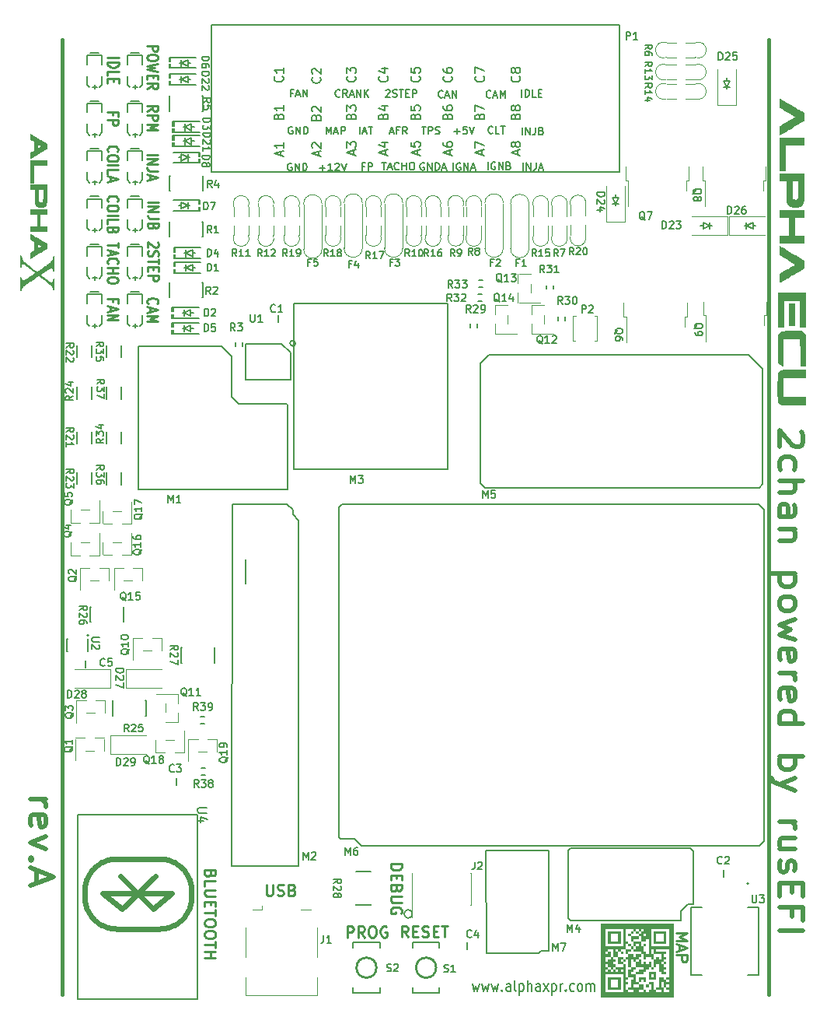
<source format=gto>
G04 #@! TF.GenerationSoftware,KiCad,Pcbnew,(6.0.0-rc1-458-g78ff9a857a-dirty)*
G04 #@! TF.CreationDate,2021-12-31T11:49:42+02:00*
G04 #@! TF.ProjectId,alphax_2ch,616c7068-6178-45f3-9263-682e6b696361,b*
G04 #@! TF.SameCoordinates,PX141f5e0PYa2cace0*
G04 #@! TF.FileFunction,Legend,Top*
G04 #@! TF.FilePolarity,Positive*
%FSLAX46Y46*%
G04 Gerber Fmt 4.6, Leading zero omitted, Abs format (unit mm)*
G04 Created by KiCad (PCBNEW (6.0.0-rc1-458-g78ff9a857a-dirty)) date 2021-12-31 11:49:42*
%MOMM*%
%LPD*%
G01*
G04 APERTURE LIST*
%ADD10C,0.381000*%
%ADD11C,0.200000*%
%ADD12C,0.170000*%
%ADD13C,0.250000*%
%ADD14C,0.500000*%
%ADD15C,0.127000*%
%ADD16C,0.150000*%
%ADD17C,0.099060*%
%ADD18C,0.120000*%
%ADD19C,0.203200*%
%ADD20C,0.254000*%
%ADD21C,0.631031*%
G04 APERTURE END LIST*
D10*
X82000000Y600000D02*
X82000000Y104500000D01*
X5000000Y600000D02*
X5000000Y104500000D01*
D11*
X49679523Y1793143D02*
X49870000Y993143D01*
X50060476Y1564572D01*
X50250952Y993143D01*
X50441428Y1793143D01*
X50727142Y1793143D02*
X50917619Y993143D01*
X51108095Y1564572D01*
X51298571Y993143D01*
X51489047Y1793143D01*
X51774761Y1793143D02*
X51965238Y993143D01*
X52155714Y1564572D01*
X52346190Y993143D01*
X52536666Y1793143D01*
X52917619Y1107429D02*
X52965238Y1050286D01*
X52917619Y993143D01*
X52870000Y1050286D01*
X52917619Y1107429D01*
X52917619Y993143D01*
X53822380Y993143D02*
X53822380Y1621715D01*
X53774761Y1736000D01*
X53679523Y1793143D01*
X53489047Y1793143D01*
X53393809Y1736000D01*
X53822380Y1050286D02*
X53727142Y993143D01*
X53489047Y993143D01*
X53393809Y1050286D01*
X53346190Y1164572D01*
X53346190Y1278858D01*
X53393809Y1393143D01*
X53489047Y1450286D01*
X53727142Y1450286D01*
X53822380Y1507429D01*
X54441428Y993143D02*
X54346190Y1050286D01*
X54298571Y1164572D01*
X54298571Y2193143D01*
X54822380Y1793143D02*
X54822380Y593143D01*
X54822380Y1736000D02*
X54917619Y1793143D01*
X55108095Y1793143D01*
X55203333Y1736000D01*
X55250952Y1678858D01*
X55298571Y1564572D01*
X55298571Y1221715D01*
X55250952Y1107429D01*
X55203333Y1050286D01*
X55108095Y993143D01*
X54917619Y993143D01*
X54822380Y1050286D01*
X55727142Y993143D02*
X55727142Y2193143D01*
X56155714Y993143D02*
X56155714Y1621715D01*
X56108095Y1736000D01*
X56012857Y1793143D01*
X55870000Y1793143D01*
X55774761Y1736000D01*
X55727142Y1678858D01*
X57060476Y993143D02*
X57060476Y1621715D01*
X57012857Y1736000D01*
X56917619Y1793143D01*
X56727142Y1793143D01*
X56631904Y1736000D01*
X57060476Y1050286D02*
X56965238Y993143D01*
X56727142Y993143D01*
X56631904Y1050286D01*
X56584285Y1164572D01*
X56584285Y1278858D01*
X56631904Y1393143D01*
X56727142Y1450286D01*
X56965238Y1450286D01*
X57060476Y1507429D01*
X57441428Y993143D02*
X57965238Y1793143D01*
X57441428Y1793143D02*
X57965238Y993143D01*
X58346190Y1793143D02*
X58346190Y593143D01*
X58346190Y1736000D02*
X58441428Y1793143D01*
X58631904Y1793143D01*
X58727142Y1736000D01*
X58774761Y1678858D01*
X58822380Y1564572D01*
X58822380Y1221715D01*
X58774761Y1107429D01*
X58727142Y1050286D01*
X58631904Y993143D01*
X58441428Y993143D01*
X58346190Y1050286D01*
X59250952Y993143D02*
X59250952Y1793143D01*
X59250952Y1564572D02*
X59298571Y1678858D01*
X59346190Y1736000D01*
X59441428Y1793143D01*
X59536666Y1793143D01*
X59870000Y1107429D02*
X59917619Y1050286D01*
X59870000Y993143D01*
X59822380Y1050286D01*
X59870000Y1107429D01*
X59870000Y993143D01*
X60774761Y1050286D02*
X60679523Y993143D01*
X60489047Y993143D01*
X60393809Y1050286D01*
X60346190Y1107429D01*
X60298571Y1221715D01*
X60298571Y1564572D01*
X60346190Y1678858D01*
X60393809Y1736000D01*
X60489047Y1793143D01*
X60679523Y1793143D01*
X60774761Y1736000D01*
X61346190Y993143D02*
X61250952Y1050286D01*
X61203333Y1107429D01*
X61155714Y1221715D01*
X61155714Y1564572D01*
X61203333Y1678858D01*
X61250952Y1736000D01*
X61346190Y1793143D01*
X61489047Y1793143D01*
X61584285Y1736000D01*
X61631904Y1678858D01*
X61679523Y1564572D01*
X61679523Y1221715D01*
X61631904Y1107429D01*
X61584285Y1050286D01*
X61489047Y993143D01*
X61346190Y993143D01*
X62108095Y993143D02*
X62108095Y1793143D01*
X62108095Y1678858D02*
X62155714Y1736000D01*
X62250952Y1793143D01*
X62393809Y1793143D01*
X62489047Y1736000D01*
X62536666Y1621715D01*
X62536666Y993143D01*
X62536666Y1621715D02*
X62584285Y1736000D01*
X62679523Y1793143D01*
X62822380Y1793143D01*
X62917619Y1736000D01*
X62965238Y1621715D01*
X62965238Y993143D01*
D12*
X55110010Y94193090D02*
X55110010Y94993090D01*
X55490962Y94193090D02*
X55490962Y94993090D01*
X55948105Y94193090D01*
X55948105Y94993090D01*
X56557629Y94993090D02*
X56557629Y94421661D01*
X56519534Y94307375D01*
X56443343Y94231185D01*
X56329058Y94193090D01*
X56252867Y94193090D01*
X57205248Y94612137D02*
X57319534Y94574042D01*
X57357629Y94535947D01*
X57395724Y94459756D01*
X57395724Y94345471D01*
X57357629Y94269280D01*
X57319534Y94231185D01*
X57243343Y94193090D01*
X56938581Y94193090D01*
X56938581Y94993090D01*
X57205248Y94993090D01*
X57281439Y94954994D01*
X57319534Y94916899D01*
X57357629Y94840709D01*
X57357629Y94764518D01*
X57319534Y94688328D01*
X57281439Y94650233D01*
X57205248Y94612137D01*
X56938581Y94612137D01*
X46457714Y98278286D02*
X46419619Y98240191D01*
X46305333Y98202096D01*
X46229142Y98202096D01*
X46114857Y98240191D01*
X46038666Y98316381D01*
X46000571Y98392572D01*
X45962476Y98544953D01*
X45962476Y98659239D01*
X46000571Y98811620D01*
X46038666Y98887810D01*
X46114857Y98964000D01*
X46229142Y99002096D01*
X46305333Y99002096D01*
X46419619Y98964000D01*
X46457714Y98925905D01*
X46762476Y98430667D02*
X47143428Y98430667D01*
X46686285Y98202096D02*
X46952952Y99002096D01*
X47219619Y98202096D01*
X47486285Y98202096D02*
X47486285Y99002096D01*
X47943428Y98202096D01*
X47943428Y99002096D01*
X29990476Y91050000D02*
X29914285Y91088096D01*
X29800000Y91088096D01*
X29685714Y91050000D01*
X29609523Y90973810D01*
X29571428Y90897620D01*
X29533333Y90745239D01*
X29533333Y90630953D01*
X29571428Y90478572D01*
X29609523Y90402381D01*
X29685714Y90326191D01*
X29800000Y90288096D01*
X29876190Y90288096D01*
X29990476Y90326191D01*
X30028571Y90364286D01*
X30028571Y90630953D01*
X29876190Y90630953D01*
X30371428Y90288096D02*
X30371428Y91088096D01*
X30828571Y90288096D01*
X30828571Y91088096D01*
X31209523Y90288096D02*
X31209523Y91088096D01*
X31400000Y91088096D01*
X31514285Y91050000D01*
X31590476Y90973810D01*
X31628571Y90897620D01*
X31666666Y90745239D01*
X31666666Y90630953D01*
X31628571Y90478572D01*
X31590476Y90402381D01*
X31514285Y90326191D01*
X31400000Y90288096D01*
X31209523Y90288096D01*
D13*
X14371428Y75790477D02*
X14314285Y75838096D01*
X14257142Y75980953D01*
X14257142Y76076191D01*
X14314285Y76219048D01*
X14428571Y76314286D01*
X14542857Y76361905D01*
X14771428Y76409524D01*
X14942857Y76409524D01*
X15171428Y76361905D01*
X15285714Y76314286D01*
X15400000Y76219048D01*
X15457142Y76076191D01*
X15457142Y75980953D01*
X15400000Y75838096D01*
X15342857Y75790477D01*
X14600000Y75409524D02*
X14600000Y74933334D01*
X14257142Y75504762D02*
X15457142Y75171429D01*
X14257142Y74838096D01*
X14257142Y74504762D02*
X15457142Y74504762D01*
X14600000Y74171429D01*
X15457142Y73838096D01*
X14257142Y73838096D01*
X15392857Y82495239D02*
X15450000Y82447620D01*
X15507142Y82352381D01*
X15507142Y82114286D01*
X15450000Y82019048D01*
X15392857Y81971429D01*
X15278571Y81923810D01*
X15164285Y81923810D01*
X14992857Y81971429D01*
X14307142Y82542858D01*
X14307142Y81923810D01*
X14364285Y81542858D02*
X14307142Y81400000D01*
X14307142Y81161905D01*
X14364285Y81066667D01*
X14421428Y81019048D01*
X14535714Y80971429D01*
X14650000Y80971429D01*
X14764285Y81019048D01*
X14821428Y81066667D01*
X14878571Y81161905D01*
X14935714Y81352381D01*
X14992857Y81447620D01*
X15050000Y81495239D01*
X15164285Y81542858D01*
X15278571Y81542858D01*
X15392857Y81495239D01*
X15450000Y81447620D01*
X15507142Y81352381D01*
X15507142Y81114286D01*
X15450000Y80971429D01*
X15507142Y80685715D02*
X15507142Y80114286D01*
X14307142Y80400000D02*
X15507142Y80400000D01*
X14935714Y79780953D02*
X14935714Y79447620D01*
X14307142Y79304762D02*
X14307142Y79780953D01*
X15507142Y79780953D01*
X15507142Y79304762D01*
X14307142Y78876191D02*
X15507142Y78876191D01*
X15507142Y78495239D01*
X15450000Y78400000D01*
X15392857Y78352381D01*
X15278571Y78304762D01*
X15107142Y78304762D01*
X14992857Y78352381D01*
X14935714Y78400000D01*
X14878571Y78495239D01*
X14878571Y78876191D01*
X14257142Y96761905D02*
X14828571Y97095239D01*
X14257142Y97333334D02*
X15457142Y97333334D01*
X15457142Y96952381D01*
X15400000Y96857143D01*
X15342857Y96809524D01*
X15228571Y96761905D01*
X15057142Y96761905D01*
X14942857Y96809524D01*
X14885714Y96857143D01*
X14828571Y96952381D01*
X14828571Y97333334D01*
X14257142Y96333334D02*
X15457142Y96333334D01*
X15457142Y95952381D01*
X15400000Y95857143D01*
X15342857Y95809524D01*
X15228571Y95761905D01*
X15057142Y95761905D01*
X14942857Y95809524D01*
X14885714Y95857143D01*
X14828571Y95952381D01*
X14828571Y96333334D01*
X14257142Y95333334D02*
X15457142Y95333334D01*
X14600000Y95000000D01*
X15457142Y94666667D01*
X14257142Y94666667D01*
D12*
X40265781Y99008382D02*
X40303876Y99046477D01*
X40380067Y99084573D01*
X40570543Y99084573D01*
X40646733Y99046477D01*
X40684829Y99008382D01*
X40722924Y98932192D01*
X40722924Y98856001D01*
X40684829Y98741716D01*
X40227686Y98284573D01*
X40722924Y98284573D01*
X41027686Y98322668D02*
X41141972Y98284573D01*
X41332448Y98284573D01*
X41408638Y98322668D01*
X41446733Y98360763D01*
X41484829Y98436954D01*
X41484829Y98513144D01*
X41446733Y98589335D01*
X41408638Y98627430D01*
X41332448Y98665525D01*
X41180067Y98703620D01*
X41103876Y98741716D01*
X41065781Y98779811D01*
X41027686Y98856001D01*
X41027686Y98932192D01*
X41065781Y99008382D01*
X41103876Y99046477D01*
X41180067Y99084573D01*
X41370543Y99084573D01*
X41484829Y99046477D01*
X41713400Y99084573D02*
X42170543Y99084573D01*
X41941972Y98284573D02*
X41941972Y99084573D01*
X42437210Y98703620D02*
X42703876Y98703620D01*
X42818162Y98284573D02*
X42437210Y98284573D01*
X42437210Y99084573D01*
X42818162Y99084573D01*
X43161019Y98284573D02*
X43161019Y99084573D01*
X43465781Y99084573D01*
X43541972Y99046477D01*
X43580067Y99008382D01*
X43618162Y98932192D01*
X43618162Y98817906D01*
X43580067Y98741716D01*
X43541972Y98703620D01*
X43465781Y98665525D01*
X43161019Y98665525D01*
D13*
X14257142Y92033334D02*
X15457142Y92033334D01*
X14257142Y91557143D02*
X15457142Y91557143D01*
X14257142Y90985715D01*
X15457142Y90985715D01*
X15457142Y90223810D02*
X14600000Y90223810D01*
X14428571Y90271429D01*
X14314285Y90366667D01*
X14257142Y90509524D01*
X14257142Y90604762D01*
X14600000Y89795239D02*
X14600000Y89319048D01*
X14257142Y89890477D02*
X15457142Y89557143D01*
X14257142Y89223810D01*
D12*
X35259977Y98360763D02*
X35221882Y98322668D01*
X35107596Y98284573D01*
X35031405Y98284573D01*
X34917120Y98322668D01*
X34840929Y98398858D01*
X34802834Y98475049D01*
X34764739Y98627430D01*
X34764739Y98741716D01*
X34802834Y98894097D01*
X34840929Y98970287D01*
X34917120Y99046477D01*
X35031405Y99084573D01*
X35107596Y99084573D01*
X35221882Y99046477D01*
X35259977Y99008382D01*
X36059977Y98284573D02*
X35793310Y98665525D01*
X35602834Y98284573D02*
X35602834Y99084573D01*
X35907596Y99084573D01*
X35983786Y99046477D01*
X36021882Y99008382D01*
X36059977Y98932192D01*
X36059977Y98817906D01*
X36021882Y98741716D01*
X35983786Y98703620D01*
X35907596Y98665525D01*
X35602834Y98665525D01*
X36364739Y98513144D02*
X36745691Y98513144D01*
X36288548Y98284573D02*
X36555215Y99084573D01*
X36821882Y98284573D01*
X37088548Y98284573D02*
X37088548Y99084573D01*
X37545691Y98284573D01*
X37545691Y99084573D01*
X37926643Y98284573D02*
X37926643Y99084573D01*
X38383786Y98284573D02*
X38040929Y98741716D01*
X38383786Y99084573D02*
X37926643Y98627430D01*
X33762485Y94239017D02*
X33762485Y95039017D01*
X34029151Y94467588D01*
X34295818Y95039017D01*
X34295818Y94239017D01*
X34638675Y94467588D02*
X35019628Y94467588D01*
X34562485Y94239017D02*
X34829151Y95039017D01*
X35095818Y94239017D01*
X35362485Y94239017D02*
X35362485Y95039017D01*
X35667247Y95039017D01*
X35743437Y95000921D01*
X35781532Y94962826D01*
X35819628Y94886636D01*
X35819628Y94772350D01*
X35781532Y94696160D01*
X35743437Y94658064D01*
X35667247Y94619969D01*
X35362485Y94619969D01*
D13*
X10021428Y86907143D02*
X9964285Y86954762D01*
X9907142Y87097620D01*
X9907142Y87192858D01*
X9964285Y87335715D01*
X10078571Y87430953D01*
X10192857Y87478572D01*
X10421428Y87526191D01*
X10592857Y87526191D01*
X10821428Y87478572D01*
X10935714Y87430953D01*
X11050000Y87335715D01*
X11107142Y87192858D01*
X11107142Y87097620D01*
X11050000Y86954762D01*
X10992857Y86907143D01*
X11107142Y86288096D02*
X11107142Y86097620D01*
X11050000Y86002381D01*
X10935714Y85907143D01*
X10707142Y85859524D01*
X10307142Y85859524D01*
X10078571Y85907143D01*
X9964285Y86002381D01*
X9907142Y86097620D01*
X9907142Y86288096D01*
X9964285Y86383334D01*
X10078571Y86478572D01*
X10307142Y86526191D01*
X10707142Y86526191D01*
X10935714Y86478572D01*
X11050000Y86383334D01*
X11107142Y86288096D01*
X9907142Y85430953D02*
X11107142Y85430953D01*
X9907142Y84478572D02*
X9907142Y84954762D01*
X11107142Y84954762D01*
X10535714Y83811905D02*
X10478571Y83669048D01*
X10421428Y83621429D01*
X10307142Y83573810D01*
X10135714Y83573810D01*
X10021428Y83621429D01*
X9964285Y83669048D01*
X9907142Y83764286D01*
X9907142Y84145239D01*
X11107142Y84145239D01*
X11107142Y83811905D01*
X11050000Y83716667D01*
X10992857Y83669048D01*
X10878571Y83621429D01*
X10764285Y83621429D01*
X10650000Y83669048D01*
X10592857Y83716667D01*
X10535714Y83811905D01*
X10535714Y84145239D01*
D12*
X33040476Y90592858D02*
X33650000Y90592858D01*
X33345238Y90288096D02*
X33345238Y90897620D01*
X34450000Y90288096D02*
X33992857Y90288096D01*
X34221428Y90288096D02*
X34221428Y91088096D01*
X34145238Y90973810D01*
X34069047Y90897620D01*
X33992857Y90859524D01*
X34754761Y91011905D02*
X34792857Y91050000D01*
X34869047Y91088096D01*
X35059523Y91088096D01*
X35135714Y91050000D01*
X35173809Y91011905D01*
X35211904Y90935715D01*
X35211904Y90859524D01*
X35173809Y90745239D01*
X34716666Y90288096D01*
X35211904Y90288096D01*
X35440476Y91088096D02*
X35707142Y90288096D01*
X35973809Y91088096D01*
X47588095Y90328096D02*
X47588095Y91128096D01*
X48388095Y91090000D02*
X48311904Y91128096D01*
X48197619Y91128096D01*
X48083333Y91090000D01*
X48007142Y91013810D01*
X47969047Y90937620D01*
X47930952Y90785239D01*
X47930952Y90670953D01*
X47969047Y90518572D01*
X48007142Y90442381D01*
X48083333Y90366191D01*
X48197619Y90328096D01*
X48273809Y90328096D01*
X48388095Y90366191D01*
X48426190Y90404286D01*
X48426190Y90670953D01*
X48273809Y90670953D01*
X48769047Y90328096D02*
X48769047Y91128096D01*
X49226190Y90328096D01*
X49226190Y91128096D01*
X49569047Y90556667D02*
X49950000Y90556667D01*
X49492857Y90328096D02*
X49759523Y91128096D01*
X50026190Y90328096D01*
X40700317Y94486074D02*
X41081270Y94486074D01*
X40624127Y94257503D02*
X40890793Y95057503D01*
X41157460Y94257503D01*
X41690793Y94676550D02*
X41424127Y94676550D01*
X41424127Y94257503D02*
X41424127Y95057503D01*
X41805079Y95057503D01*
X42566984Y94257503D02*
X42300317Y94638455D01*
X42109841Y94257503D02*
X42109841Y95057503D01*
X42414603Y95057503D01*
X42490793Y95019407D01*
X42528889Y94981312D01*
X42566984Y94905122D01*
X42566984Y94790836D01*
X42528889Y94714646D01*
X42490793Y94676550D01*
X42414603Y94638455D01*
X42109841Y94638455D01*
D14*
X1492510Y21869995D02*
X3225843Y21869995D01*
X2730605Y21869995D02*
X2978224Y21731900D01*
X3102034Y21593805D01*
X3225843Y21317614D01*
X3225843Y21041424D01*
X1616320Y18969995D02*
X1492510Y19246186D01*
X1492510Y19798567D01*
X1616320Y20074757D01*
X1863939Y20212852D01*
X2854415Y20212852D01*
X3102034Y20074757D01*
X3225843Y19798567D01*
X3225843Y19246186D01*
X3102034Y18969995D01*
X2854415Y18831900D01*
X2606796Y18831900D01*
X2359177Y20212852D01*
X3225843Y17865233D02*
X1492510Y17174757D01*
X3225843Y16484281D01*
X1740129Y15379519D02*
X1616320Y15241424D01*
X1492510Y15379519D01*
X1616320Y15517614D01*
X1740129Y15379519D01*
X1492510Y15379519D01*
X2235367Y14136662D02*
X2235367Y12755710D01*
X1492510Y14412852D02*
X4092510Y13446186D01*
X1492510Y12479519D01*
D13*
X10535714Y96307143D02*
X10535714Y96640477D01*
X9907142Y96640477D02*
X11107142Y96640477D01*
X11107142Y96164286D01*
X9907142Y95783334D02*
X11107142Y95783334D01*
X11107142Y95402381D01*
X11050000Y95307143D01*
X10992857Y95259524D01*
X10878571Y95211905D01*
X10707142Y95211905D01*
X10592857Y95259524D01*
X10535714Y95307143D01*
X10478571Y95402381D01*
X10478571Y95783334D01*
D14*
X85486190Y61872620D02*
X85610000Y61734524D01*
X85733809Y61458334D01*
X85733809Y60767858D01*
X85610000Y60491667D01*
X85486190Y60353572D01*
X85238571Y60215477D01*
X84990952Y60215477D01*
X84619523Y60353572D01*
X83133809Y62010715D01*
X83133809Y60215477D01*
X83257619Y57729762D02*
X83133809Y58005953D01*
X83133809Y58558334D01*
X83257619Y58834524D01*
X83381428Y58972620D01*
X83629047Y59110715D01*
X84371904Y59110715D01*
X84619523Y58972620D01*
X84743333Y58834524D01*
X84867142Y58558334D01*
X84867142Y58005953D01*
X84743333Y57729762D01*
X83133809Y56486905D02*
X85733809Y56486905D01*
X83133809Y55244048D02*
X84495714Y55244048D01*
X84743333Y55382143D01*
X84867142Y55658334D01*
X84867142Y56072620D01*
X84743333Y56348810D01*
X84619523Y56486905D01*
X83133809Y52620239D02*
X84495714Y52620239D01*
X84743333Y52758334D01*
X84867142Y53034524D01*
X84867142Y53586905D01*
X84743333Y53863096D01*
X83257619Y52620239D02*
X83133809Y52896429D01*
X83133809Y53586905D01*
X83257619Y53863096D01*
X83505238Y54001191D01*
X83752857Y54001191D01*
X84000476Y53863096D01*
X84124285Y53586905D01*
X84124285Y52896429D01*
X84248095Y52620239D01*
X84867142Y51239286D02*
X83133809Y51239286D01*
X84619523Y51239286D02*
X84743333Y51101191D01*
X84867142Y50825000D01*
X84867142Y50410715D01*
X84743333Y50134524D01*
X84495714Y49996429D01*
X83133809Y49996429D01*
X84867142Y46405953D02*
X82267142Y46405953D01*
X84743333Y46405953D02*
X84867142Y46129762D01*
X84867142Y45577381D01*
X84743333Y45301191D01*
X84619523Y45163096D01*
X84371904Y45025000D01*
X83629047Y45025000D01*
X83381428Y45163096D01*
X83257619Y45301191D01*
X83133809Y45577381D01*
X83133809Y46129762D01*
X83257619Y46405953D01*
X83133809Y43367858D02*
X83257619Y43644048D01*
X83381428Y43782143D01*
X83629047Y43920239D01*
X84371904Y43920239D01*
X84619523Y43782143D01*
X84743333Y43644048D01*
X84867142Y43367858D01*
X84867142Y42953572D01*
X84743333Y42677381D01*
X84619523Y42539286D01*
X84371904Y42401191D01*
X83629047Y42401191D01*
X83381428Y42539286D01*
X83257619Y42677381D01*
X83133809Y42953572D01*
X83133809Y43367858D01*
X84867142Y41434524D02*
X83133809Y40882143D01*
X84371904Y40329762D01*
X83133809Y39777381D01*
X84867142Y39225000D01*
X83257619Y37015477D02*
X83133809Y37291667D01*
X83133809Y37844048D01*
X83257619Y38120239D01*
X83505238Y38258334D01*
X84495714Y38258334D01*
X84743333Y38120239D01*
X84867142Y37844048D01*
X84867142Y37291667D01*
X84743333Y37015477D01*
X84495714Y36877381D01*
X84248095Y36877381D01*
X84000476Y38258334D01*
X83133809Y35634524D02*
X84867142Y35634524D01*
X84371904Y35634524D02*
X84619523Y35496429D01*
X84743333Y35358334D01*
X84867142Y35082143D01*
X84867142Y34805953D01*
X83257619Y32734524D02*
X83133809Y33010715D01*
X83133809Y33563096D01*
X83257619Y33839286D01*
X83505238Y33977381D01*
X84495714Y33977381D01*
X84743333Y33839286D01*
X84867142Y33563096D01*
X84867142Y33010715D01*
X84743333Y32734524D01*
X84495714Y32596429D01*
X84248095Y32596429D01*
X84000476Y33977381D01*
X83133809Y30110715D02*
X85733809Y30110715D01*
X83257619Y30110715D02*
X83133809Y30386905D01*
X83133809Y30939286D01*
X83257619Y31215477D01*
X83381428Y31353572D01*
X83629047Y31491667D01*
X84371904Y31491667D01*
X84619523Y31353572D01*
X84743333Y31215477D01*
X84867142Y30939286D01*
X84867142Y30386905D01*
X84743333Y30110715D01*
X83133809Y26520239D02*
X85733809Y26520239D01*
X84743333Y26520239D02*
X84867142Y26244048D01*
X84867142Y25691667D01*
X84743333Y25415477D01*
X84619523Y25277381D01*
X84371904Y25139286D01*
X83629047Y25139286D01*
X83381428Y25277381D01*
X83257619Y25415477D01*
X83133809Y25691667D01*
X83133809Y26244048D01*
X83257619Y26520239D01*
X84867142Y24172620D02*
X83133809Y23482143D01*
X84867142Y22791667D02*
X83133809Y23482143D01*
X82514761Y23758334D01*
X82390952Y23896429D01*
X82267142Y24172620D01*
X83133809Y19477381D02*
X84867142Y19477381D01*
X84371904Y19477381D02*
X84619523Y19339286D01*
X84743333Y19201191D01*
X84867142Y18925001D01*
X84867142Y18648810D01*
X84867142Y16439286D02*
X83133809Y16439286D01*
X84867142Y17682143D02*
X83505238Y17682143D01*
X83257619Y17544048D01*
X83133809Y17267858D01*
X83133809Y16853572D01*
X83257619Y16577381D01*
X83381428Y16439286D01*
X83257619Y15196429D02*
X83133809Y14920239D01*
X83133809Y14367858D01*
X83257619Y14091667D01*
X83505238Y13953572D01*
X83629047Y13953572D01*
X83876666Y14091667D01*
X84000476Y14367858D01*
X84000476Y14782143D01*
X84124285Y15058334D01*
X84371904Y15196429D01*
X84495714Y15196429D01*
X84743333Y15058334D01*
X84867142Y14782143D01*
X84867142Y14367858D01*
X84743333Y14091667D01*
X84495714Y12710715D02*
X84495714Y11744048D01*
X83133809Y11329762D02*
X83133809Y12710715D01*
X85733809Y12710715D01*
X85733809Y11329762D01*
X84495714Y9120239D02*
X84495714Y10086905D01*
X83133809Y10086905D02*
X85733809Y10086905D01*
X85733809Y8705953D01*
X83133809Y7601191D02*
X85733809Y7601191D01*
D12*
X30129517Y98725091D02*
X29862851Y98725091D01*
X29862851Y98306044D02*
X29862851Y99106044D01*
X30243803Y99106044D01*
X30510470Y98534615D02*
X30891422Y98534615D01*
X30434279Y98306044D02*
X30700946Y99106044D01*
X30967613Y98306044D01*
X31234279Y98306044D02*
X31234279Y99106044D01*
X31691422Y98306044D01*
X31691422Y99106044D01*
X30089116Y95031582D02*
X30012925Y95069678D01*
X29898640Y95069678D01*
X29784354Y95031582D01*
X29708163Y94955392D01*
X29670068Y94879202D01*
X29631973Y94726821D01*
X29631973Y94612535D01*
X29670068Y94460154D01*
X29708163Y94383963D01*
X29784354Y94307773D01*
X29898640Y94269678D01*
X29974830Y94269678D01*
X30089116Y94307773D01*
X30127211Y94345868D01*
X30127211Y94612535D01*
X29974830Y94612535D01*
X30470068Y94269678D02*
X30470068Y95069678D01*
X30927211Y94269678D01*
X30927211Y95069678D01*
X31308163Y94269678D02*
X31308163Y95069678D01*
X31498640Y95069678D01*
X31612925Y95031582D01*
X31689116Y94955392D01*
X31727211Y94879202D01*
X31765306Y94726821D01*
X31765306Y94612535D01*
X31727211Y94460154D01*
X31689116Y94383963D01*
X31612925Y94307773D01*
X31498640Y94269678D01*
X31308163Y94269678D01*
X51687863Y98284327D02*
X51649767Y98246232D01*
X51535482Y98208137D01*
X51459291Y98208137D01*
X51345005Y98246232D01*
X51268815Y98322422D01*
X51230720Y98398613D01*
X51192624Y98550994D01*
X51192624Y98665280D01*
X51230720Y98817661D01*
X51268815Y98893851D01*
X51345005Y98970041D01*
X51459291Y99008137D01*
X51535482Y99008137D01*
X51649767Y98970041D01*
X51687863Y98931946D01*
X51992624Y98436708D02*
X52373577Y98436708D01*
X51916434Y98208137D02*
X52183101Y99008137D01*
X52449767Y98208137D01*
X52716434Y98208137D02*
X52716434Y99008137D01*
X52983101Y98436708D01*
X53249767Y99008137D01*
X53249767Y98208137D01*
X55188624Y90328339D02*
X55188624Y91128339D01*
X55569576Y90328339D02*
X55569576Y91128339D01*
X56026719Y90328339D01*
X56026719Y91128339D01*
X56636243Y91128339D02*
X56636243Y90556910D01*
X56598148Y90442624D01*
X56521957Y90366434D01*
X56407671Y90328339D01*
X56331481Y90328339D01*
X56979100Y90556910D02*
X57360052Y90556910D01*
X56902910Y90328339D02*
X57169576Y91128339D01*
X57436243Y90328339D01*
D13*
X36046482Y6860502D02*
X36046482Y8060502D01*
X36503625Y8060502D01*
X36617911Y8003359D01*
X36675054Y7946217D01*
X36732197Y7831931D01*
X36732197Y7660502D01*
X36675054Y7546217D01*
X36617911Y7489074D01*
X36503625Y7431931D01*
X36046482Y7431931D01*
X37932197Y6860502D02*
X37532197Y7431931D01*
X37246482Y6860502D02*
X37246482Y8060502D01*
X37703625Y8060502D01*
X37817911Y8003359D01*
X37875054Y7946217D01*
X37932197Y7831931D01*
X37932197Y7660502D01*
X37875054Y7546217D01*
X37817911Y7489074D01*
X37703625Y7431931D01*
X37246482Y7431931D01*
X38675054Y8060502D02*
X38903625Y8060502D01*
X39017911Y8003359D01*
X39132197Y7889074D01*
X39189340Y7660502D01*
X39189340Y7260502D01*
X39132197Y7031931D01*
X39017911Y6917645D01*
X38903625Y6860502D01*
X38675054Y6860502D01*
X38560768Y6917645D01*
X38446482Y7031931D01*
X38389340Y7260502D01*
X38389340Y7660502D01*
X38446482Y7889074D01*
X38560768Y8003359D01*
X38675054Y8060502D01*
X40332197Y8003359D02*
X40217911Y8060502D01*
X40046482Y8060502D01*
X39875054Y8003359D01*
X39760768Y7889074D01*
X39703625Y7774788D01*
X39646482Y7546217D01*
X39646482Y7374788D01*
X39703625Y7146217D01*
X39760768Y7031931D01*
X39875054Y6917645D01*
X40046482Y6860502D01*
X40160768Y6860502D01*
X40332197Y6917645D01*
X40389340Y6974788D01*
X40389340Y7374788D01*
X40160768Y7374788D01*
D12*
X47711926Y94562265D02*
X48321450Y94562265D01*
X48016688Y94257503D02*
X48016688Y94867027D01*
X49083355Y95057503D02*
X48702402Y95057503D01*
X48664307Y94676550D01*
X48702402Y94714646D01*
X48778593Y94752741D01*
X48969069Y94752741D01*
X49045259Y94714646D01*
X49083355Y94676550D01*
X49121450Y94600360D01*
X49121450Y94409884D01*
X49083355Y94333693D01*
X49045259Y94295598D01*
X48969069Y94257503D01*
X48778593Y94257503D01*
X48702402Y94295598D01*
X48664307Y94333693D01*
X49350021Y95057503D02*
X49616688Y94257503D01*
X49883355Y95057503D01*
X37418016Y94266929D02*
X37418016Y95066929D01*
X37760874Y94495500D02*
X38141826Y94495500D01*
X37684683Y94266929D02*
X37951350Y95066929D01*
X38218016Y94266929D01*
X38370397Y95066929D02*
X38827540Y95066929D01*
X38598969Y94266929D02*
X38598969Y95066929D01*
X55062222Y98294020D02*
X55062222Y99094020D01*
X55443175Y98294020D02*
X55443175Y99094020D01*
X55633651Y99094020D01*
X55747937Y99055924D01*
X55824127Y98979734D01*
X55862222Y98903544D01*
X55900317Y98751163D01*
X55900317Y98636877D01*
X55862222Y98484496D01*
X55824127Y98408305D01*
X55747937Y98332115D01*
X55633651Y98294020D01*
X55443175Y98294020D01*
X56624127Y98294020D02*
X56243175Y98294020D01*
X56243175Y99094020D01*
X56890794Y98713067D02*
X57157460Y98713067D01*
X57271746Y98294020D02*
X56890794Y98294020D01*
X56890794Y99094020D01*
X57271746Y99094020D01*
D13*
X27254724Y12596216D02*
X27254724Y11624788D01*
X27311867Y11510502D01*
X27369010Y11453359D01*
X27483295Y11396216D01*
X27711867Y11396216D01*
X27826152Y11453359D01*
X27883295Y11510502D01*
X27940438Y11624788D01*
X27940438Y12596216D01*
X28454724Y11453359D02*
X28626152Y11396216D01*
X28911867Y11396216D01*
X29026152Y11453359D01*
X29083295Y11510502D01*
X29140438Y11624788D01*
X29140438Y11739073D01*
X29083295Y11853359D01*
X29026152Y11910502D01*
X28911867Y11967645D01*
X28683295Y12024788D01*
X28569010Y12081931D01*
X28511867Y12139073D01*
X28454724Y12253359D01*
X28454724Y12367645D01*
X28511867Y12481931D01*
X28569010Y12539073D01*
X28683295Y12596216D01*
X28969010Y12596216D01*
X29140438Y12539073D01*
X30054724Y12024788D02*
X30226152Y11967645D01*
X30283295Y11910502D01*
X30340438Y11796216D01*
X30340438Y11624788D01*
X30283295Y11510502D01*
X30226152Y11453359D01*
X30111867Y11396216D01*
X29654724Y11396216D01*
X29654724Y12596216D01*
X30054724Y12596216D01*
X30169010Y12539073D01*
X30226152Y12481931D01*
X30283295Y12367645D01*
X30283295Y12253359D01*
X30226152Y12139073D01*
X30169010Y12081931D01*
X30054724Y12024788D01*
X29654724Y12024788D01*
X10535714Y75959524D02*
X10535714Y76292858D01*
X9907142Y76292858D02*
X11107142Y76292858D01*
X11107142Y75816667D01*
X10250000Y75483334D02*
X10250000Y75007143D01*
X9907142Y75578572D02*
X11107142Y75245239D01*
X9907142Y74911905D01*
X9907142Y74578572D02*
X11107142Y74578572D01*
X9907142Y74007143D01*
X11107142Y74007143D01*
X40786592Y14834129D02*
X41986592Y14834129D01*
X41986592Y14548414D01*
X41929450Y14376986D01*
X41815164Y14262700D01*
X41700878Y14205557D01*
X41472307Y14148414D01*
X41300878Y14148414D01*
X41072307Y14205557D01*
X40958021Y14262700D01*
X40843735Y14376986D01*
X40786592Y14548414D01*
X40786592Y14834129D01*
X41415164Y13634129D02*
X41415164Y13234129D01*
X40786592Y13062700D02*
X40786592Y13634129D01*
X41986592Y13634129D01*
X41986592Y13062700D01*
X41415164Y12148414D02*
X41358021Y11976986D01*
X41300878Y11919843D01*
X41186592Y11862700D01*
X41015164Y11862700D01*
X40900878Y11919843D01*
X40843735Y11976986D01*
X40786592Y12091272D01*
X40786592Y12548414D01*
X41986592Y12548414D01*
X41986592Y12148414D01*
X41929450Y12034129D01*
X41872307Y11976986D01*
X41758021Y11919843D01*
X41643735Y11919843D01*
X41529450Y11976986D01*
X41472307Y12034129D01*
X41415164Y12148414D01*
X41415164Y12548414D01*
X41986592Y11348414D02*
X41015164Y11348414D01*
X40900878Y11291272D01*
X40843735Y11234129D01*
X40786592Y11119843D01*
X40786592Y10891272D01*
X40843735Y10776986D01*
X40900878Y10719843D01*
X41015164Y10662700D01*
X41986592Y10662700D01*
X41929450Y9462700D02*
X41986592Y9576986D01*
X41986592Y9748414D01*
X41929450Y9919843D01*
X41815164Y10034129D01*
X41700878Y10091272D01*
X41472307Y10148414D01*
X41300878Y10148414D01*
X41072307Y10091272D01*
X40958021Y10034129D01*
X40843735Y9919843D01*
X40786592Y9748414D01*
X40786592Y9634129D01*
X40843735Y9462700D01*
X40900878Y9405557D01*
X41300878Y9405557D01*
X41300878Y9634129D01*
D12*
X51902233Y94376634D02*
X51864138Y94338539D01*
X51749852Y94300444D01*
X51673662Y94300444D01*
X51559376Y94338539D01*
X51483186Y94414729D01*
X51445090Y94490920D01*
X51406995Y94643301D01*
X51406995Y94757587D01*
X51445090Y94909968D01*
X51483186Y94986158D01*
X51559376Y95062348D01*
X51673662Y95100444D01*
X51749852Y95100444D01*
X51864138Y95062348D01*
X51902233Y95024253D01*
X52626043Y94300444D02*
X52245090Y94300444D01*
X52245090Y95100444D01*
X52778424Y95100444D02*
X53235566Y95100444D01*
X53006995Y94300444D02*
X53006995Y95100444D01*
X51364730Y90392752D02*
X51364730Y91192752D01*
X52164730Y91154656D02*
X52088539Y91192752D01*
X51974254Y91192752D01*
X51859968Y91154656D01*
X51783778Y91078466D01*
X51745682Y91002276D01*
X51707587Y90849895D01*
X51707587Y90735609D01*
X51745682Y90583228D01*
X51783778Y90507037D01*
X51859968Y90430847D01*
X51974254Y90392752D01*
X52050444Y90392752D01*
X52164730Y90430847D01*
X52202825Y90468942D01*
X52202825Y90735609D01*
X52050444Y90735609D01*
X52545682Y90392752D02*
X52545682Y91192752D01*
X53002825Y90392752D01*
X53002825Y91192752D01*
X53650444Y90811799D02*
X53764730Y90773704D01*
X53802825Y90735609D01*
X53840920Y90659418D01*
X53840920Y90545133D01*
X53802825Y90468942D01*
X53764730Y90430847D01*
X53688539Y90392752D01*
X53383778Y90392752D01*
X53383778Y91192752D01*
X53650444Y91192752D01*
X53726635Y91154656D01*
X53764730Y91116561D01*
X53802825Y91040371D01*
X53802825Y90964180D01*
X53764730Y90887990D01*
X53726635Y90849895D01*
X53650444Y90811799D01*
X53383778Y90811799D01*
X39824127Y91171281D02*
X40281270Y91171281D01*
X40052698Y90371281D02*
X40052698Y91171281D01*
X40509841Y90599852D02*
X40890793Y90599852D01*
X40433651Y90371281D02*
X40700317Y91171281D01*
X40966984Y90371281D01*
X41690793Y90447471D02*
X41652698Y90409376D01*
X41538412Y90371281D01*
X41462222Y90371281D01*
X41347936Y90409376D01*
X41271746Y90485566D01*
X41233651Y90561757D01*
X41195555Y90714138D01*
X41195555Y90828424D01*
X41233651Y90980805D01*
X41271746Y91056995D01*
X41347936Y91133185D01*
X41462222Y91171281D01*
X41538412Y91171281D01*
X41652698Y91133185D01*
X41690793Y91095090D01*
X42033651Y90371281D02*
X42033651Y91171281D01*
X42033651Y90790328D02*
X42490793Y90790328D01*
X42490793Y90371281D02*
X42490793Y91171281D01*
X43024127Y91171281D02*
X43176508Y91171281D01*
X43252698Y91133185D01*
X43328889Y91056995D01*
X43366984Y90904614D01*
X43366984Y90637947D01*
X43328889Y90485566D01*
X43252698Y90409376D01*
X43176508Y90371281D01*
X43024127Y90371281D01*
X42947936Y90409376D01*
X42871746Y90485566D01*
X42833651Y90637947D01*
X42833651Y90904614D01*
X42871746Y91056995D01*
X42947936Y91133185D01*
X43024127Y91171281D01*
D13*
X42691811Y6895392D02*
X42291811Y7466821D01*
X42006097Y6895392D02*
X42006097Y8095392D01*
X42463240Y8095392D01*
X42577526Y8038249D01*
X42634669Y7981107D01*
X42691811Y7866821D01*
X42691811Y7695392D01*
X42634669Y7581107D01*
X42577526Y7523964D01*
X42463240Y7466821D01*
X42006097Y7466821D01*
X43206097Y7523964D02*
X43606097Y7523964D01*
X43777526Y6895392D02*
X43206097Y6895392D01*
X43206097Y8095392D01*
X43777526Y8095392D01*
X44234669Y6952535D02*
X44406097Y6895392D01*
X44691811Y6895392D01*
X44806097Y6952535D01*
X44863240Y7009678D01*
X44920383Y7123964D01*
X44920383Y7238249D01*
X44863240Y7352535D01*
X44806097Y7409678D01*
X44691811Y7466821D01*
X44463240Y7523964D01*
X44348954Y7581107D01*
X44291811Y7638249D01*
X44234669Y7752535D01*
X44234669Y7866821D01*
X44291811Y7981107D01*
X44348954Y8038249D01*
X44463240Y8095392D01*
X44748954Y8095392D01*
X44920383Y8038249D01*
X45434669Y7523964D02*
X45834669Y7523964D01*
X46006097Y6895392D02*
X45434669Y6895392D01*
X45434669Y8095392D01*
X46006097Y8095392D01*
X46348954Y8095392D02*
X47034669Y8095392D01*
X46691811Y6895392D02*
X46691811Y8095392D01*
D12*
X44438666Y91090243D02*
X44362475Y91128339D01*
X44248189Y91128339D01*
X44133904Y91090243D01*
X44057713Y91014053D01*
X44019618Y90937863D01*
X43981523Y90785482D01*
X43981523Y90671196D01*
X44019618Y90518815D01*
X44057713Y90442624D01*
X44133904Y90366434D01*
X44248189Y90328339D01*
X44324380Y90328339D01*
X44438666Y90366434D01*
X44476761Y90404529D01*
X44476761Y90671196D01*
X44324380Y90671196D01*
X44819618Y90328339D02*
X44819618Y91128339D01*
X45276761Y90328339D01*
X45276761Y91128339D01*
X45657713Y90328339D02*
X45657713Y91128339D01*
X45848189Y91128339D01*
X45962475Y91090243D01*
X46038666Y91014053D01*
X46076761Y90937863D01*
X46114856Y90785482D01*
X46114856Y90671196D01*
X46076761Y90518815D01*
X46038666Y90442624D01*
X45962475Y90366434D01*
X45848189Y90328339D01*
X45657713Y90328339D01*
X46419618Y90556910D02*
X46800570Y90556910D01*
X46343427Y90328339D02*
X46610094Y91128339D01*
X46876761Y90328339D01*
D13*
X11107142Y82461905D02*
X11107142Y81890477D01*
X9907142Y82176191D02*
X11107142Y82176191D01*
X10250000Y81604762D02*
X10250000Y81128572D01*
X9907142Y81700000D02*
X11107142Y81366667D01*
X9907142Y81033334D01*
X10021428Y80128572D02*
X9964285Y80176191D01*
X9907142Y80319048D01*
X9907142Y80414286D01*
X9964285Y80557143D01*
X10078571Y80652381D01*
X10192857Y80700000D01*
X10421428Y80747620D01*
X10592857Y80747620D01*
X10821428Y80700000D01*
X10935714Y80652381D01*
X11050000Y80557143D01*
X11107142Y80414286D01*
X11107142Y80319048D01*
X11050000Y80176191D01*
X10992857Y80128572D01*
X9907142Y79700000D02*
X11107142Y79700000D01*
X10535714Y79700000D02*
X10535714Y79128572D01*
X9907142Y79128572D02*
X11107142Y79128572D01*
X11107142Y78461905D02*
X11107142Y78271429D01*
X11050000Y78176191D01*
X10935714Y78080953D01*
X10707142Y78033334D01*
X10307142Y78033334D01*
X10078571Y78080953D01*
X9964285Y78176191D01*
X9907142Y78271429D01*
X9907142Y78461905D01*
X9964285Y78557143D01*
X10078571Y78652381D01*
X10307142Y78700000D01*
X10707142Y78700000D01*
X10935714Y78652381D01*
X11050000Y78557143D01*
X11107142Y78461905D01*
X14257142Y103859524D02*
X15457142Y103859524D01*
X15457142Y103478572D01*
X15400000Y103383334D01*
X15342857Y103335715D01*
X15228571Y103288096D01*
X15057142Y103288096D01*
X14942857Y103335715D01*
X14885714Y103383334D01*
X14828571Y103478572D01*
X14828571Y103859524D01*
X15457142Y102669048D02*
X15457142Y102478572D01*
X15400000Y102383334D01*
X15285714Y102288096D01*
X15057142Y102240477D01*
X14657142Y102240477D01*
X14428571Y102288096D01*
X14314285Y102383334D01*
X14257142Y102478572D01*
X14257142Y102669048D01*
X14314285Y102764286D01*
X14428571Y102859524D01*
X14657142Y102907143D01*
X15057142Y102907143D01*
X15285714Y102859524D01*
X15400000Y102764286D01*
X15457142Y102669048D01*
X15457142Y101907143D02*
X14257142Y101669048D01*
X15114285Y101478572D01*
X14257142Y101288096D01*
X15457142Y101050000D01*
X14885714Y100669048D02*
X14885714Y100335715D01*
X14257142Y100192858D02*
X14257142Y100669048D01*
X15457142Y100669048D01*
X15457142Y100192858D01*
X14257142Y99192858D02*
X14828571Y99526191D01*
X14257142Y99764286D02*
X15457142Y99764286D01*
X15457142Y99383334D01*
X15400000Y99288096D01*
X15342857Y99240477D01*
X15228571Y99192858D01*
X15057142Y99192858D01*
X14942857Y99240477D01*
X14885714Y99288096D01*
X14828571Y99383334D01*
X14828571Y99764286D01*
D12*
X44188286Y95057503D02*
X44645429Y95057503D01*
X44416857Y94257503D02*
X44416857Y95057503D01*
X44912095Y94257503D02*
X44912095Y95057503D01*
X45216857Y95057503D01*
X45293048Y95019407D01*
X45331143Y94981312D01*
X45369238Y94905122D01*
X45369238Y94790836D01*
X45331143Y94714646D01*
X45293048Y94676550D01*
X45216857Y94638455D01*
X44912095Y94638455D01*
X45674000Y94295598D02*
X45788286Y94257503D01*
X45978762Y94257503D01*
X46054952Y94295598D01*
X46093048Y94333693D01*
X46131143Y94409884D01*
X46131143Y94486074D01*
X46093048Y94562265D01*
X46054952Y94600360D01*
X45978762Y94638455D01*
X45826381Y94676550D01*
X45750190Y94714646D01*
X45712095Y94752741D01*
X45674000Y94828931D01*
X45674000Y94905122D01*
X45712095Y94981312D01*
X45750190Y95019407D01*
X45826381Y95057503D01*
X46016857Y95057503D01*
X46131143Y95019407D01*
D13*
X10021428Y92335715D02*
X9964285Y92383334D01*
X9907142Y92526191D01*
X9907142Y92621429D01*
X9964285Y92764286D01*
X10078571Y92859524D01*
X10192857Y92907143D01*
X10421428Y92954762D01*
X10592857Y92954762D01*
X10821428Y92907143D01*
X10935714Y92859524D01*
X11050000Y92764286D01*
X11107142Y92621429D01*
X11107142Y92526191D01*
X11050000Y92383334D01*
X10992857Y92335715D01*
X11107142Y91716667D02*
X11107142Y91526191D01*
X11050000Y91430953D01*
X10935714Y91335715D01*
X10707142Y91288096D01*
X10307142Y91288096D01*
X10078571Y91335715D01*
X9964285Y91430953D01*
X9907142Y91526191D01*
X9907142Y91716667D01*
X9964285Y91811905D01*
X10078571Y91907143D01*
X10307142Y91954762D01*
X10707142Y91954762D01*
X10935714Y91907143D01*
X11050000Y91811905D01*
X11107142Y91716667D01*
X9907142Y90859524D02*
X11107142Y90859524D01*
X9907142Y89907143D02*
X9907142Y90383334D01*
X11107142Y90383334D01*
X10250000Y89621429D02*
X10250000Y89145239D01*
X9907142Y89716667D02*
X11107142Y89383334D01*
X9907142Y89050000D01*
D12*
X37912602Y90747386D02*
X37645936Y90747386D01*
X37645936Y90328339D02*
X37645936Y91128339D01*
X38026888Y91128339D01*
X38331650Y90328339D02*
X38331650Y91128339D01*
X38636412Y91128339D01*
X38712602Y91090243D01*
X38750697Y91052148D01*
X38788793Y90975958D01*
X38788793Y90861672D01*
X38750697Y90785482D01*
X38712602Y90747386D01*
X38636412Y90709291D01*
X38331650Y90709291D01*
D13*
X9957142Y102557143D02*
X11157142Y102557143D01*
X9957142Y102080953D02*
X11157142Y102080953D01*
X11157142Y101842858D01*
X11100000Y101700000D01*
X10985714Y101604762D01*
X10871428Y101557143D01*
X10642857Y101509524D01*
X10471428Y101509524D01*
X10242857Y101557143D01*
X10128571Y101604762D01*
X10014285Y101700000D01*
X9957142Y101842858D01*
X9957142Y102080953D01*
X9957142Y100604762D02*
X9957142Y101080953D01*
X11157142Y101080953D01*
X10585714Y100271429D02*
X10585714Y99938096D01*
X9957142Y99795239D02*
X9957142Y100271429D01*
X11157142Y100271429D01*
X11157142Y99795239D01*
X71895043Y7321495D02*
X73095043Y7321495D01*
X72237901Y6921495D01*
X73095043Y6521495D01*
X71895043Y6521495D01*
X72237901Y6007209D02*
X72237901Y5435781D01*
X71895043Y6121495D02*
X73095043Y5721495D01*
X71895043Y5321495D01*
X71895043Y4921495D02*
X73095043Y4921495D01*
X73095043Y4464352D01*
X73037901Y4350067D01*
X72980758Y4292924D01*
X72866472Y4235781D01*
X72695043Y4235781D01*
X72580758Y4292924D01*
X72523615Y4350067D01*
X72466472Y4464352D01*
X72466472Y4921495D01*
X14307142Y86854762D02*
X15507142Y86854762D01*
X14307142Y86378572D02*
X15507142Y86378572D01*
X14307142Y85807143D01*
X15507142Y85807143D01*
X15507142Y85045239D02*
X14650000Y85045239D01*
X14478571Y85092858D01*
X14364285Y85188096D01*
X14307142Y85330953D01*
X14307142Y85426191D01*
X14935714Y84235715D02*
X14878571Y84092858D01*
X14821428Y84045239D01*
X14707142Y83997620D01*
X14535714Y83997620D01*
X14421428Y84045239D01*
X14364285Y84092858D01*
X14307142Y84188096D01*
X14307142Y84569048D01*
X15507142Y84569048D01*
X15507142Y84235715D01*
X15450000Y84140477D01*
X15392857Y84092858D01*
X15278571Y84045239D01*
X15164285Y84045239D01*
X15050000Y84092858D01*
X14992857Y84140477D01*
X14935714Y84235715D01*
X14935714Y84569048D01*
X21149714Y13781429D02*
X21092571Y13610000D01*
X21035428Y13552858D01*
X20921142Y13495715D01*
X20749714Y13495715D01*
X20635428Y13552858D01*
X20578285Y13610000D01*
X20521142Y13724286D01*
X20521142Y14181429D01*
X21721142Y14181429D01*
X21721142Y13781429D01*
X21664000Y13667143D01*
X21606857Y13610000D01*
X21492571Y13552858D01*
X21378285Y13552858D01*
X21264000Y13610000D01*
X21206857Y13667143D01*
X21149714Y13781429D01*
X21149714Y14181429D01*
X20521142Y12410000D02*
X20521142Y12981429D01*
X21721142Y12981429D01*
X21721142Y12010000D02*
X20749714Y12010000D01*
X20635428Y11952858D01*
X20578285Y11895715D01*
X20521142Y11781429D01*
X20521142Y11552858D01*
X20578285Y11438572D01*
X20635428Y11381429D01*
X20749714Y11324286D01*
X21721142Y11324286D01*
X21149714Y10752858D02*
X21149714Y10352858D01*
X20521142Y10181429D02*
X20521142Y10752858D01*
X21721142Y10752858D01*
X21721142Y10181429D01*
X21721142Y9838572D02*
X21721142Y9152858D01*
X20521142Y9495715D02*
X21721142Y9495715D01*
X21721142Y8524286D02*
X21721142Y8295715D01*
X21664000Y8181429D01*
X21549714Y8067143D01*
X21321142Y8010000D01*
X20921142Y8010000D01*
X20692571Y8067143D01*
X20578285Y8181429D01*
X20521142Y8295715D01*
X20521142Y8524286D01*
X20578285Y8638572D01*
X20692571Y8752858D01*
X20921142Y8810000D01*
X21321142Y8810000D01*
X21549714Y8752858D01*
X21664000Y8638572D01*
X21721142Y8524286D01*
X21721142Y7267143D02*
X21721142Y7038572D01*
X21664000Y6924286D01*
X21549714Y6810000D01*
X21321142Y6752858D01*
X20921142Y6752858D01*
X20692571Y6810000D01*
X20578285Y6924286D01*
X20521142Y7038572D01*
X20521142Y7267143D01*
X20578285Y7381429D01*
X20692571Y7495715D01*
X20921142Y7552858D01*
X21321142Y7552858D01*
X21549714Y7495715D01*
X21664000Y7381429D01*
X21721142Y7267143D01*
X21721142Y6410000D02*
X21721142Y5724286D01*
X20521142Y6067143D02*
X21721142Y6067143D01*
X20521142Y5324286D02*
X21721142Y5324286D01*
X21149714Y5324286D02*
X21149714Y4638572D01*
X20521142Y4638572D02*
X21721142Y4638572D01*
D12*
G04 #@! TO.C,M4*
X60039508Y7440037D02*
X60039508Y8260037D01*
X60312841Y7674323D01*
X60586174Y8260037D01*
X60586174Y7440037D01*
X61328079Y7986704D02*
X61328079Y7440037D01*
X61132841Y8299085D02*
X60937603Y7713370D01*
X61445222Y7713370D01*
D15*
G04 #@! TO.C,R8*
X49709417Y81112205D02*
X49455417Y81475062D01*
X49273988Y81112205D02*
X49273988Y81874205D01*
X49564274Y81874205D01*
X49636845Y81837919D01*
X49673131Y81801634D01*
X49709417Y81729062D01*
X49709417Y81620205D01*
X49673131Y81547634D01*
X49636845Y81511348D01*
X49564274Y81475062D01*
X49273988Y81475062D01*
X50144845Y81547634D02*
X50072274Y81583919D01*
X50035988Y81620205D01*
X49999702Y81692777D01*
X49999702Y81729062D01*
X50035988Y81801634D01*
X50072274Y81837919D01*
X50144845Y81874205D01*
X50289988Y81874205D01*
X50362559Y81837919D01*
X50398845Y81801634D01*
X50435131Y81729062D01*
X50435131Y81692777D01*
X50398845Y81620205D01*
X50362559Y81583919D01*
X50289988Y81547634D01*
X50144845Y81547634D01*
X50072274Y81511348D01*
X50035988Y81475062D01*
X49999702Y81402491D01*
X49999702Y81257348D01*
X50035988Y81184777D01*
X50072274Y81148491D01*
X50144845Y81112205D01*
X50289988Y81112205D01*
X50362559Y81148491D01*
X50398845Y81184777D01*
X50435131Y81257348D01*
X50435131Y81402491D01*
X50398845Y81475062D01*
X50362559Y81511348D01*
X50289988Y81547634D01*
D12*
G04 #@! TO.C,R29*
X49507125Y74842431D02*
X49233792Y75232907D01*
X49038554Y74842431D02*
X49038554Y75662431D01*
X49350935Y75662431D01*
X49429030Y75623383D01*
X49468077Y75584336D01*
X49507125Y75506241D01*
X49507125Y75389098D01*
X49468077Y75311003D01*
X49429030Y75271955D01*
X49350935Y75232907D01*
X49038554Y75232907D01*
X49819506Y75584336D02*
X49858554Y75623383D01*
X49936649Y75662431D01*
X50131887Y75662431D01*
X50209982Y75623383D01*
X50249030Y75584336D01*
X50288077Y75506241D01*
X50288077Y75428145D01*
X50249030Y75311003D01*
X49780458Y74842431D01*
X50288077Y74842431D01*
X50678554Y74842431D02*
X50834744Y74842431D01*
X50912839Y74881479D01*
X50951887Y74920526D01*
X51029982Y75037669D01*
X51069030Y75193860D01*
X51069030Y75506241D01*
X51029982Y75584336D01*
X50990935Y75623383D01*
X50912839Y75662431D01*
X50756649Y75662431D01*
X50678554Y75623383D01*
X50639506Y75584336D01*
X50600458Y75506241D01*
X50600458Y75311003D01*
X50639506Y75232907D01*
X50678554Y75193860D01*
X50756649Y75154812D01*
X50912839Y75154812D01*
X50990935Y75193860D01*
X51029982Y75232907D01*
X51069030Y75311003D01*
G04 #@! TO.C,R2*
X21158119Y76838096D02*
X20891452Y77219048D01*
X20700976Y76838096D02*
X20700976Y77638096D01*
X21005738Y77638096D01*
X21081928Y77600000D01*
X21120023Y77561905D01*
X21158119Y77485715D01*
X21158119Y77371429D01*
X21120023Y77295239D01*
X21081928Y77257143D01*
X21005738Y77219048D01*
X20700976Y77219048D01*
X21462880Y77561905D02*
X21500976Y77600000D01*
X21577166Y77638096D01*
X21767642Y77638096D01*
X21843833Y77600000D01*
X21881928Y77561905D01*
X21920023Y77485715D01*
X21920023Y77409524D01*
X21881928Y77295239D01*
X21424785Y76838096D01*
X21920023Y76838096D01*
G04 #@! TO.C,R4*
X21314119Y88442096D02*
X21047452Y88823048D01*
X20856976Y88442096D02*
X20856976Y89242096D01*
X21161738Y89242096D01*
X21237928Y89204000D01*
X21276023Y89165905D01*
X21314119Y89089715D01*
X21314119Y88975429D01*
X21276023Y88899239D01*
X21237928Y88861143D01*
X21161738Y88823048D01*
X20856976Y88823048D01*
X21999833Y88975429D02*
X21999833Y88442096D01*
X21809357Y89280191D02*
X21618880Y88708762D01*
X22114119Y88708762D01*
G04 #@! TO.C,C3*
X17194308Y24917143D02*
X17155260Y24878096D01*
X17038117Y24839048D01*
X16960022Y24839048D01*
X16842879Y24878096D01*
X16764784Y24956191D01*
X16725736Y25034286D01*
X16686688Y25190477D01*
X16686688Y25307620D01*
X16725736Y25463811D01*
X16764784Y25541906D01*
X16842879Y25620001D01*
X16960022Y25659049D01*
X17038117Y25659049D01*
X17155260Y25620001D01*
X17194308Y25580954D01*
X17467642Y25659049D02*
X17975261Y25659049D01*
X17701928Y25346668D01*
X17819071Y25346668D01*
X17897166Y25307620D01*
X17936214Y25268572D01*
X17975261Y25190477D01*
X17975261Y24995239D01*
X17936214Y24917143D01*
X17897166Y24878096D01*
X17819071Y24839048D01*
X17584785Y24839048D01*
X17506689Y24878096D01*
X17467642Y24917143D01*
D15*
G04 #@! TO.C,R9*
X47755571Y80978335D02*
X47501571Y81341192D01*
X47320142Y80978335D02*
X47320142Y81740335D01*
X47610428Y81740335D01*
X47682999Y81704049D01*
X47719285Y81667764D01*
X47755571Y81595192D01*
X47755571Y81486335D01*
X47719285Y81413764D01*
X47682999Y81377478D01*
X47610428Y81341192D01*
X47320142Y81341192D01*
X48118428Y80978335D02*
X48263571Y80978335D01*
X48336142Y81014621D01*
X48372428Y81050907D01*
X48444999Y81159764D01*
X48481285Y81304907D01*
X48481285Y81595192D01*
X48444999Y81667764D01*
X48408713Y81704049D01*
X48336142Y81740335D01*
X48190999Y81740335D01*
X48118428Y81704049D01*
X48082142Y81667764D01*
X48045856Y81595192D01*
X48045856Y81413764D01*
X48082142Y81341192D01*
X48118428Y81304907D01*
X48190999Y81268621D01*
X48336142Y81268621D01*
X48408713Y81304907D01*
X48444999Y81341192D01*
X48481285Y81413764D01*
D12*
G04 #@! TO.C,R21*
X5429047Y61827143D02*
X5819523Y62100477D01*
X5429047Y62295715D02*
X6249047Y62295715D01*
X6249047Y61983334D01*
X6210000Y61905239D01*
X6170952Y61866191D01*
X6092857Y61827143D01*
X5975714Y61827143D01*
X5897619Y61866191D01*
X5858571Y61905239D01*
X5819523Y61983334D01*
X5819523Y62295715D01*
X6170952Y61514762D02*
X6210000Y61475715D01*
X6249047Y61397620D01*
X6249047Y61202381D01*
X6210000Y61124286D01*
X6170952Y61085239D01*
X6092857Y61046191D01*
X6014761Y61046191D01*
X5897619Y61085239D01*
X5429047Y61553810D01*
X5429047Y61046191D01*
X5429047Y60265239D02*
X5429047Y60733810D01*
X5429047Y60499524D02*
X6249047Y60499524D01*
X6131904Y60577620D01*
X6053809Y60655715D01*
X6014761Y60733810D01*
D15*
G04 #@! TO.C,F4*
X36496000Y80104429D02*
X36242000Y80104429D01*
X36242000Y79705286D02*
X36242000Y80467286D01*
X36604857Y80467286D01*
X37221714Y80213286D02*
X37221714Y79705286D01*
X37040285Y80503572D02*
X36858857Y79959286D01*
X37330571Y79959286D01*
D12*
G04 #@! TO.C,Q13*
X52891428Y78150953D02*
X52813333Y78190000D01*
X52735238Y78268096D01*
X52618095Y78385239D01*
X52540000Y78424286D01*
X52461904Y78424286D01*
X52500952Y78229048D02*
X52422857Y78268096D01*
X52344761Y78346191D01*
X52305714Y78502381D01*
X52305714Y78775715D01*
X52344761Y78931905D01*
X52422857Y79010000D01*
X52500952Y79049048D01*
X52657142Y79049048D01*
X52735238Y79010000D01*
X52813333Y78931905D01*
X52852380Y78775715D01*
X52852380Y78502381D01*
X52813333Y78346191D01*
X52735238Y78268096D01*
X52657142Y78229048D01*
X52500952Y78229048D01*
X53633333Y78229048D02*
X53164761Y78229048D01*
X53399047Y78229048D02*
X53399047Y79049048D01*
X53320952Y78931905D01*
X53242857Y78853810D01*
X53164761Y78814762D01*
X53906666Y79049048D02*
X54414285Y79049048D01*
X54140952Y78736667D01*
X54258095Y78736667D01*
X54336190Y78697620D01*
X54375238Y78658572D01*
X54414285Y78580477D01*
X54414285Y78385239D01*
X54375238Y78307143D01*
X54336190Y78268096D01*
X54258095Y78229048D01*
X54023809Y78229048D01*
X53945714Y78268096D01*
X53906666Y78307143D01*
G04 #@! TO.C,M5*
X50833738Y54661048D02*
X50833738Y55481048D01*
X51107071Y54895334D01*
X51380404Y55481048D01*
X51380404Y54661048D01*
X52161357Y55481048D02*
X51770880Y55481048D01*
X51731833Y55090572D01*
X51770880Y55129620D01*
X51848976Y55168667D01*
X52044214Y55168667D01*
X52122309Y55129620D01*
X52161357Y55090572D01*
X52200404Y55012477D01*
X52200404Y54817239D01*
X52161357Y54739143D01*
X52122309Y54700096D01*
X52044214Y54661048D01*
X51848976Y54661048D01*
X51770880Y54700096D01*
X51731833Y54739143D01*
G04 #@! TO.C,D1*
X20800976Y79338096D02*
X20800976Y80138096D01*
X20991452Y80138096D01*
X21105738Y80100000D01*
X21181928Y80023810D01*
X21220023Y79947620D01*
X21258119Y79795239D01*
X21258119Y79680953D01*
X21220023Y79528572D01*
X21181928Y79452381D01*
X21105738Y79376191D01*
X20991452Y79338096D01*
X20800976Y79338096D01*
X22020023Y79338096D02*
X21562880Y79338096D01*
X21791452Y79338096D02*
X21791452Y80138096D01*
X21715261Y80023810D01*
X21639071Y79947620D01*
X21562880Y79909524D01*
G04 #@! TO.C,C1*
X28224310Y74967143D02*
X28185262Y74928096D01*
X28068119Y74889048D01*
X27990024Y74889048D01*
X27872881Y74928096D01*
X27794786Y75006191D01*
X27755738Y75084286D01*
X27716690Y75240477D01*
X27716690Y75357620D01*
X27755738Y75513811D01*
X27794786Y75591906D01*
X27872881Y75670001D01*
X27990024Y75709049D01*
X28068119Y75709049D01*
X28185262Y75670001D01*
X28224310Y75630954D01*
X29005263Y74889048D02*
X28536691Y74889048D01*
X28770977Y74889048D02*
X28770977Y75709049D01*
X28692882Y75591906D01*
X28614787Y75513811D01*
X28536691Y75474763D01*
G04 #@! TO.C,S1*
X46612881Y3126191D02*
X46727167Y3088096D01*
X46917643Y3088096D01*
X46993834Y3126191D01*
X47031929Y3164286D01*
X47070024Y3240477D01*
X47070024Y3316667D01*
X47031929Y3392858D01*
X46993834Y3430953D01*
X46917643Y3469049D01*
X46765262Y3507144D01*
X46689071Y3545239D01*
X46650976Y3583334D01*
X46612881Y3659525D01*
X46612881Y3735716D01*
X46650976Y3811906D01*
X46689071Y3850001D01*
X46765262Y3888097D01*
X46955738Y3888097D01*
X47070024Y3850001D01*
X47831930Y3088096D02*
X47374786Y3088096D01*
X47603358Y3088096D02*
X47603358Y3888097D01*
X47527168Y3773811D01*
X47450977Y3697620D01*
X47374786Y3659525D01*
G04 #@! TO.C,D6*
X20209563Y102693141D02*
X21009563Y102693141D01*
X21009563Y102502665D01*
X20971468Y102388379D01*
X20895277Y102312189D01*
X20819087Y102274094D01*
X20666706Y102235998D01*
X20552420Y102235998D01*
X20400039Y102274094D01*
X20323848Y102312189D01*
X20247658Y102388379D01*
X20209563Y102502665D01*
X20209563Y102693141D01*
X21009563Y101550284D02*
X21009563Y101702665D01*
X20971468Y101778856D01*
X20933372Y101816951D01*
X20819087Y101893141D01*
X20666706Y101931237D01*
X20361944Y101931237D01*
X20285753Y101893141D01*
X20247658Y101855046D01*
X20209563Y101778856D01*
X20209563Y101626475D01*
X20247658Y101550284D01*
X20285753Y101512189D01*
X20361944Y101474094D01*
X20552420Y101474094D01*
X20628610Y101512189D01*
X20666706Y101550284D01*
X20704801Y101626475D01*
X20704801Y101778856D01*
X20666706Y101855046D01*
X20628610Y101893141D01*
X20552420Y101931237D01*
G04 #@! TO.C,C4*
X49584309Y6917143D02*
X49545261Y6878096D01*
X49428118Y6839048D01*
X49350023Y6839048D01*
X49232880Y6878096D01*
X49154785Y6956191D01*
X49115737Y7034286D01*
X49076689Y7190477D01*
X49076689Y7307620D01*
X49115737Y7463811D01*
X49154785Y7541906D01*
X49232880Y7620001D01*
X49350023Y7659049D01*
X49428118Y7659049D01*
X49545261Y7620001D01*
X49584309Y7580954D01*
X50287167Y7385715D02*
X50287167Y6839048D01*
X50091929Y7698097D02*
X49896690Y7112382D01*
X50404310Y7112382D01*
G04 #@! TO.C,Q1*
X6149047Y27621905D02*
X6110000Y27543810D01*
X6031904Y27465715D01*
X5914761Y27348572D01*
X5875714Y27270477D01*
X5875714Y27192381D01*
X6070952Y27231429D02*
X6031904Y27153334D01*
X5953809Y27075239D01*
X5797619Y27036191D01*
X5524285Y27036191D01*
X5368095Y27075239D01*
X5290000Y27153334D01*
X5250952Y27231429D01*
X5250952Y27387620D01*
X5290000Y27465715D01*
X5368095Y27543810D01*
X5524285Y27582858D01*
X5797619Y27582858D01*
X5953809Y27543810D01*
X6031904Y27465715D01*
X6070952Y27387620D01*
X6070952Y27231429D01*
X6070952Y28363810D02*
X6070952Y27895239D01*
X6070952Y28129524D02*
X5250952Y28129524D01*
X5368095Y28051429D01*
X5446190Y27973334D01*
X5485238Y27895239D01*
G04 #@! TO.C,R24*
X6194952Y65778858D02*
X5804476Y65505524D01*
X6194952Y65310286D02*
X5374952Y65310286D01*
X5374952Y65622667D01*
X5414000Y65700762D01*
X5453047Y65739810D01*
X5531142Y65778858D01*
X5648285Y65778858D01*
X5726380Y65739810D01*
X5765428Y65700762D01*
X5804476Y65622667D01*
X5804476Y65310286D01*
X5453047Y66091239D02*
X5414000Y66130286D01*
X5374952Y66208381D01*
X5374952Y66403620D01*
X5414000Y66481715D01*
X5453047Y66520762D01*
X5531142Y66559810D01*
X5609238Y66559810D01*
X5726380Y66520762D01*
X6194952Y66052191D01*
X6194952Y66559810D01*
X5648285Y67262667D02*
X6194952Y67262667D01*
X5335904Y67067429D02*
X5921619Y66872191D01*
X5921619Y67379810D01*
G04 #@! TO.C,D28*
X5590285Y32915048D02*
X5590285Y33735048D01*
X5785523Y33735048D01*
X5902666Y33696000D01*
X5980761Y33617905D01*
X6019809Y33539810D01*
X6058857Y33383620D01*
X6058857Y33266477D01*
X6019809Y33110286D01*
X5980761Y33032191D01*
X5902666Y32954096D01*
X5785523Y32915048D01*
X5590285Y32915048D01*
X6371238Y33656953D02*
X6410285Y33696000D01*
X6488380Y33735048D01*
X6683619Y33735048D01*
X6761714Y33696000D01*
X6800761Y33656953D01*
X6839809Y33578858D01*
X6839809Y33500762D01*
X6800761Y33383620D01*
X6332190Y32915048D01*
X6839809Y32915048D01*
X7308380Y33383620D02*
X7230285Y33422667D01*
X7191238Y33461715D01*
X7152190Y33539810D01*
X7152190Y33578858D01*
X7191238Y33656953D01*
X7230285Y33696000D01*
X7308380Y33735048D01*
X7464571Y33735048D01*
X7542666Y33696000D01*
X7581714Y33656953D01*
X7620761Y33578858D01*
X7620761Y33539810D01*
X7581714Y33461715D01*
X7542666Y33422667D01*
X7464571Y33383620D01*
X7308380Y33383620D01*
X7230285Y33344572D01*
X7191238Y33305524D01*
X7152190Y33227429D01*
X7152190Y33071239D01*
X7191238Y32993143D01*
X7230285Y32954096D01*
X7308380Y32915048D01*
X7464571Y32915048D01*
X7542666Y32954096D01*
X7581714Y32993143D01*
X7620761Y33071239D01*
X7620761Y33227429D01*
X7581714Y33305524D01*
X7542666Y33344572D01*
X7464571Y33383620D01*
G04 #@! TO.C,P2*
X61606761Y74825048D02*
X61606761Y75645048D01*
X61919142Y75645048D01*
X61997238Y75606000D01*
X62036285Y75566953D01*
X62075333Y75488858D01*
X62075333Y75371715D01*
X62036285Y75293620D01*
X61997238Y75254572D01*
X61919142Y75215524D01*
X61606761Y75215524D01*
X62387714Y75566953D02*
X62426761Y75606000D01*
X62504857Y75645048D01*
X62700095Y75645048D01*
X62778190Y75606000D01*
X62817238Y75566953D01*
X62856285Y75488858D01*
X62856285Y75410762D01*
X62817238Y75293620D01*
X62348666Y74825048D01*
X62856285Y74825048D01*
G04 #@! TO.C,R38*
X19870309Y23165048D02*
X19596976Y23555524D01*
X19401738Y23165048D02*
X19401738Y23985048D01*
X19714119Y23985048D01*
X19792214Y23946000D01*
X19831261Y23906953D01*
X19870309Y23828858D01*
X19870309Y23711715D01*
X19831261Y23633620D01*
X19792214Y23594572D01*
X19714119Y23555524D01*
X19401738Y23555524D01*
X20143642Y23985048D02*
X20651261Y23985048D01*
X20377928Y23672667D01*
X20495071Y23672667D01*
X20573166Y23633620D01*
X20612214Y23594572D01*
X20651261Y23516477D01*
X20651261Y23321239D01*
X20612214Y23243143D01*
X20573166Y23204096D01*
X20495071Y23165048D01*
X20260785Y23165048D01*
X20182690Y23204096D01*
X20143642Y23243143D01*
X21119833Y23633620D02*
X21041738Y23672667D01*
X21002690Y23711715D01*
X20963642Y23789810D01*
X20963642Y23828858D01*
X21002690Y23906953D01*
X21041738Y23946000D01*
X21119833Y23985048D01*
X21276023Y23985048D01*
X21354119Y23946000D01*
X21393166Y23906953D01*
X21432214Y23828858D01*
X21432214Y23789810D01*
X21393166Y23711715D01*
X21354119Y23672667D01*
X21276023Y23633620D01*
X21119833Y23633620D01*
X21041738Y23594572D01*
X21002690Y23555524D01*
X20963642Y23477429D01*
X20963642Y23321239D01*
X21002690Y23243143D01*
X21041738Y23204096D01*
X21119833Y23165048D01*
X21276023Y23165048D01*
X21354119Y23204096D01*
X21393166Y23243143D01*
X21432214Y23321239D01*
X21432214Y23477429D01*
X21393166Y23555524D01*
X21354119Y23594572D01*
X21276023Y23633620D01*
G04 #@! TO.C,D22*
X20231034Y101039887D02*
X21031034Y101039887D01*
X21031034Y100849411D01*
X20992939Y100735125D01*
X20916748Y100658935D01*
X20840558Y100620840D01*
X20688177Y100582744D01*
X20573891Y100582744D01*
X20421510Y100620840D01*
X20345319Y100658935D01*
X20269129Y100735125D01*
X20231034Y100849411D01*
X20231034Y101039887D01*
X20954843Y100277983D02*
X20992939Y100239887D01*
X21031034Y100163697D01*
X21031034Y99973221D01*
X20992939Y99897030D01*
X20954843Y99858935D01*
X20878653Y99820840D01*
X20802462Y99820840D01*
X20688177Y99858935D01*
X20231034Y100316078D01*
X20231034Y99820840D01*
X20954843Y99516078D02*
X20992939Y99477983D01*
X21031034Y99401792D01*
X21031034Y99211316D01*
X20992939Y99135125D01*
X20954843Y99097030D01*
X20878653Y99058935D01*
X20802462Y99058935D01*
X20688177Y99097030D01*
X20231034Y99554173D01*
X20231034Y99058935D01*
G04 #@! TO.C,R32*
X47424309Y76055048D02*
X47150976Y76445524D01*
X46955738Y76055048D02*
X46955738Y76875048D01*
X47268119Y76875048D01*
X47346214Y76836000D01*
X47385261Y76796953D01*
X47424309Y76718858D01*
X47424309Y76601715D01*
X47385261Y76523620D01*
X47346214Y76484572D01*
X47268119Y76445524D01*
X46955738Y76445524D01*
X47697642Y76875048D02*
X48205261Y76875048D01*
X47931928Y76562667D01*
X48049071Y76562667D01*
X48127166Y76523620D01*
X48166214Y76484572D01*
X48205261Y76406477D01*
X48205261Y76211239D01*
X48166214Y76133143D01*
X48127166Y76094096D01*
X48049071Y76055048D01*
X47814785Y76055048D01*
X47736690Y76094096D01*
X47697642Y76133143D01*
X48517642Y76796953D02*
X48556690Y76836000D01*
X48634785Y76875048D01*
X48830023Y76875048D01*
X48908119Y76836000D01*
X48947166Y76796953D01*
X48986214Y76718858D01*
X48986214Y76640762D01*
X48947166Y76523620D01*
X48478595Y76055048D01*
X48986214Y76055048D01*
D15*
G04 #@! TO.C,R11*
X24010142Y80955286D02*
X23756142Y81318143D01*
X23574714Y80955286D02*
X23574714Y81717286D01*
X23865000Y81717286D01*
X23937571Y81681000D01*
X23973857Y81644715D01*
X24010142Y81572143D01*
X24010142Y81463286D01*
X23973857Y81390715D01*
X23937571Y81354429D01*
X23865000Y81318143D01*
X23574714Y81318143D01*
X24735857Y80955286D02*
X24300428Y80955286D01*
X24518142Y80955286D02*
X24518142Y81717286D01*
X24445571Y81608429D01*
X24373000Y81535858D01*
X24300428Y81499572D01*
X25461571Y80955286D02*
X25026142Y80955286D01*
X25243857Y80955286D02*
X25243857Y81717286D01*
X25171285Y81608429D01*
X25098714Y81535858D01*
X25026142Y81499572D01*
G04 #@! TO.C,R6*
X68471285Y103517000D02*
X68834142Y103771000D01*
X68471285Y103952429D02*
X69233285Y103952429D01*
X69233285Y103662143D01*
X69197000Y103589572D01*
X69160714Y103553286D01*
X69088142Y103517000D01*
X68979285Y103517000D01*
X68906714Y103553286D01*
X68870428Y103589572D01*
X68834142Y103662143D01*
X68834142Y103952429D01*
X69233285Y102863858D02*
X69233285Y103009000D01*
X69197000Y103081572D01*
X69160714Y103117858D01*
X69051857Y103190429D01*
X68906714Y103226715D01*
X68616428Y103226715D01*
X68543857Y103190429D01*
X68507571Y103154143D01*
X68471285Y103081572D01*
X68471285Y102936429D01*
X68507571Y102863858D01*
X68543857Y102827572D01*
X68616428Y102791286D01*
X68797857Y102791286D01*
X68870428Y102827572D01*
X68906714Y102863858D01*
X68943000Y102936429D01*
X68943000Y103081572D01*
X68906714Y103154143D01*
X68870428Y103190429D01*
X68797857Y103226715D01*
D12*
G04 #@! TO.C,J1*
X33490666Y7065048D02*
X33490666Y6479334D01*
X33451619Y6362191D01*
X33373523Y6284096D01*
X33256380Y6245048D01*
X33178285Y6245048D01*
X34310666Y6245048D02*
X33842095Y6245048D01*
X34076380Y6245048D02*
X34076380Y7065048D01*
X33998285Y6947905D01*
X33920190Y6869810D01*
X33842095Y6830762D01*
G04 #@! TO.C,R36*
X8751119Y57737133D02*
X9141595Y58010467D01*
X8751119Y58205705D02*
X9571119Y58205705D01*
X9571119Y57893324D01*
X9532072Y57815229D01*
X9493024Y57776181D01*
X9414929Y57737133D01*
X9297786Y57737133D01*
X9219691Y57776181D01*
X9180643Y57815229D01*
X9141595Y57893324D01*
X9141595Y58205705D01*
X9571119Y57463800D02*
X9571119Y56956181D01*
X9258738Y57229514D01*
X9258738Y57112371D01*
X9219691Y57034276D01*
X9180643Y56995229D01*
X9102548Y56956181D01*
X8907310Y56956181D01*
X8829214Y56995229D01*
X8790167Y57034276D01*
X8751119Y57112371D01*
X8751119Y57346657D01*
X8790167Y57424752D01*
X8829214Y57463800D01*
X9571119Y56253324D02*
X9571119Y56409514D01*
X9532072Y56487610D01*
X9493024Y56526657D01*
X9375881Y56604752D01*
X9219691Y56643800D01*
X8907310Y56643800D01*
X8829214Y56604752D01*
X8790167Y56565705D01*
X8751119Y56487610D01*
X8751119Y56331419D01*
X8790167Y56253324D01*
X8829214Y56214276D01*
X8907310Y56175229D01*
X9102548Y56175229D01*
X9180643Y56214276D01*
X9219691Y56253324D01*
X9258738Y56331419D01*
X9258738Y56487610D01*
X9219691Y56565705D01*
X9180643Y56604752D01*
X9102548Y56643800D01*
G04 #@! TO.C,Q8*
X73700952Y87720096D02*
X73740000Y87798191D01*
X73818095Y87876286D01*
X73935238Y87993429D01*
X73974285Y88071524D01*
X73974285Y88149620D01*
X73779047Y88110572D02*
X73818095Y88188667D01*
X73896190Y88266762D01*
X74052380Y88305810D01*
X74325714Y88305810D01*
X74481904Y88266762D01*
X74560000Y88188667D01*
X74599047Y88110572D01*
X74599047Y87954381D01*
X74560000Y87876286D01*
X74481904Y87798191D01*
X74325714Y87759143D01*
X74052380Y87759143D01*
X73896190Y87798191D01*
X73818095Y87876286D01*
X73779047Y87954381D01*
X73779047Y88110572D01*
X74247619Y87290572D02*
X74286666Y87368667D01*
X74325714Y87407715D01*
X74403809Y87446762D01*
X74442857Y87446762D01*
X74520952Y87407715D01*
X74560000Y87368667D01*
X74599047Y87290572D01*
X74599047Y87134381D01*
X74560000Y87056286D01*
X74520952Y87017239D01*
X74442857Y86978191D01*
X74403809Y86978191D01*
X74325714Y87017239D01*
X74286666Y87056286D01*
X74247619Y87134381D01*
X74247619Y87290572D01*
X74208571Y87368667D01*
X74169523Y87407715D01*
X74091428Y87446762D01*
X73935238Y87446762D01*
X73857142Y87407715D01*
X73818095Y87368667D01*
X73779047Y87290572D01*
X73779047Y87134381D01*
X73818095Y87056286D01*
X73857142Y87017239D01*
X73935238Y86978191D01*
X74091428Y86978191D01*
X74169523Y87017239D01*
X74208571Y87056286D01*
X74247619Y87134381D01*
G04 #@! TO.C,Q4*
X6049047Y51021905D02*
X6010000Y50943810D01*
X5931904Y50865715D01*
X5814761Y50748572D01*
X5775714Y50670477D01*
X5775714Y50592381D01*
X5970952Y50631429D02*
X5931904Y50553334D01*
X5853809Y50475239D01*
X5697619Y50436191D01*
X5424285Y50436191D01*
X5268095Y50475239D01*
X5190000Y50553334D01*
X5150952Y50631429D01*
X5150952Y50787620D01*
X5190000Y50865715D01*
X5268095Y50943810D01*
X5424285Y50982858D01*
X5697619Y50982858D01*
X5853809Y50943810D01*
X5931904Y50865715D01*
X5970952Y50787620D01*
X5970952Y50631429D01*
X5424285Y51685715D02*
X5970952Y51685715D01*
X5111904Y51490477D02*
X5697619Y51295239D01*
X5697619Y51802858D01*
G04 #@! TO.C,Q3*
X6249047Y31321905D02*
X6210000Y31243810D01*
X6131904Y31165715D01*
X6014761Y31048572D01*
X5975714Y30970477D01*
X5975714Y30892381D01*
X6170952Y30931429D02*
X6131904Y30853334D01*
X6053809Y30775239D01*
X5897619Y30736191D01*
X5624285Y30736191D01*
X5468095Y30775239D01*
X5390000Y30853334D01*
X5350952Y30931429D01*
X5350952Y31087620D01*
X5390000Y31165715D01*
X5468095Y31243810D01*
X5624285Y31282858D01*
X5897619Y31282858D01*
X6053809Y31243810D01*
X6131904Y31165715D01*
X6170952Y31087620D01*
X6170952Y30931429D01*
X5350952Y31556191D02*
X5350952Y32063810D01*
X5663333Y31790477D01*
X5663333Y31907620D01*
X5702380Y31985715D01*
X5741428Y32024762D01*
X5819523Y32063810D01*
X6014761Y32063810D01*
X6092857Y32024762D01*
X6131904Y31985715D01*
X6170952Y31907620D01*
X6170952Y31673334D01*
X6131904Y31595239D01*
X6092857Y31556191D01*
G04 #@! TO.C,R30*
X59498309Y75743048D02*
X59224976Y76133524D01*
X59029738Y75743048D02*
X59029738Y76563048D01*
X59342119Y76563048D01*
X59420214Y76524000D01*
X59459261Y76484953D01*
X59498309Y76406858D01*
X59498309Y76289715D01*
X59459261Y76211620D01*
X59420214Y76172572D01*
X59342119Y76133524D01*
X59029738Y76133524D01*
X59771642Y76563048D02*
X60279261Y76563048D01*
X60005928Y76250667D01*
X60123071Y76250667D01*
X60201166Y76211620D01*
X60240214Y76172572D01*
X60279261Y76094477D01*
X60279261Y75899239D01*
X60240214Y75821143D01*
X60201166Y75782096D01*
X60123071Y75743048D01*
X59888785Y75743048D01*
X59810690Y75782096D01*
X59771642Y75821143D01*
X60786880Y76563048D02*
X60864976Y76563048D01*
X60943071Y76524000D01*
X60982119Y76484953D01*
X61021166Y76406858D01*
X61060214Y76250667D01*
X61060214Y76055429D01*
X61021166Y75899239D01*
X60982119Y75821143D01*
X60943071Y75782096D01*
X60864976Y75743048D01*
X60786880Y75743048D01*
X60708785Y75782096D01*
X60669738Y75821143D01*
X60630690Y75899239D01*
X60591642Y76055429D01*
X60591642Y76250667D01*
X60630690Y76406858D01*
X60669738Y76484953D01*
X60708785Y76524000D01*
X60786880Y76563048D01*
G04 #@! TO.C,U2*
X9067047Y39498762D02*
X8403238Y39498762D01*
X8325142Y39459715D01*
X8286095Y39420667D01*
X8247047Y39342572D01*
X8247047Y39186381D01*
X8286095Y39108286D01*
X8325142Y39069239D01*
X8403238Y39030191D01*
X9067047Y39030191D01*
X8988952Y38678762D02*
X9028000Y38639715D01*
X9067047Y38561620D01*
X9067047Y38366381D01*
X9028000Y38288286D01*
X8988952Y38249239D01*
X8910857Y38210191D01*
X8832761Y38210191D01*
X8715619Y38249239D01*
X8247047Y38717810D01*
X8247047Y38210191D01*
G04 #@! TO.C,Q15*
X11959428Y43504953D02*
X11881333Y43544000D01*
X11803238Y43622096D01*
X11686095Y43739239D01*
X11608000Y43778286D01*
X11529904Y43778286D01*
X11568952Y43583048D02*
X11490857Y43622096D01*
X11412761Y43700191D01*
X11373714Y43856381D01*
X11373714Y44129715D01*
X11412761Y44285905D01*
X11490857Y44364000D01*
X11568952Y44403048D01*
X11725142Y44403048D01*
X11803238Y44364000D01*
X11881333Y44285905D01*
X11920380Y44129715D01*
X11920380Y43856381D01*
X11881333Y43700191D01*
X11803238Y43622096D01*
X11725142Y43583048D01*
X11568952Y43583048D01*
X12701333Y43583048D02*
X12232761Y43583048D01*
X12467047Y43583048D02*
X12467047Y44403048D01*
X12388952Y44285905D01*
X12310857Y44207810D01*
X12232761Y44168762D01*
X13443238Y44403048D02*
X13052761Y44403048D01*
X13013714Y44012572D01*
X13052761Y44051620D01*
X13130857Y44090667D01*
X13326095Y44090667D01*
X13404190Y44051620D01*
X13443238Y44012572D01*
X13482285Y43934477D01*
X13482285Y43739239D01*
X13443238Y43661143D01*
X13404190Y43622096D01*
X13326095Y43583048D01*
X13130857Y43583048D01*
X13052761Y43622096D01*
X13013714Y43661143D01*
D15*
G04 #@! TO.C,R17*
X38560142Y80693286D02*
X38306142Y81056143D01*
X38124714Y80693286D02*
X38124714Y81455286D01*
X38415000Y81455286D01*
X38487571Y81419000D01*
X38523857Y81382715D01*
X38560142Y81310143D01*
X38560142Y81201286D01*
X38523857Y81128715D01*
X38487571Y81092429D01*
X38415000Y81056143D01*
X38124714Y81056143D01*
X39285857Y80693286D02*
X38850428Y80693286D01*
X39068142Y80693286D02*
X39068142Y81455286D01*
X38995571Y81346429D01*
X38923000Y81273858D01*
X38850428Y81237572D01*
X39539857Y81455286D02*
X40047857Y81455286D01*
X39721285Y80693286D01*
D12*
G04 #@! TO.C,R33*
X47524309Y77529048D02*
X47250976Y77919524D01*
X47055738Y77529048D02*
X47055738Y78349048D01*
X47368119Y78349048D01*
X47446214Y78310000D01*
X47485261Y78270953D01*
X47524309Y78192858D01*
X47524309Y78075715D01*
X47485261Y77997620D01*
X47446214Y77958572D01*
X47368119Y77919524D01*
X47055738Y77919524D01*
X47797642Y78349048D02*
X48305261Y78349048D01*
X48031928Y78036667D01*
X48149071Y78036667D01*
X48227166Y77997620D01*
X48266214Y77958572D01*
X48305261Y77880477D01*
X48305261Y77685239D01*
X48266214Y77607143D01*
X48227166Y77568096D01*
X48149071Y77529048D01*
X47914785Y77529048D01*
X47836690Y77568096D01*
X47797642Y77607143D01*
X48578595Y78349048D02*
X49086214Y78349048D01*
X48812880Y78036667D01*
X48930023Y78036667D01*
X49008119Y77997620D01*
X49047166Y77958572D01*
X49086214Y77880477D01*
X49086214Y77685239D01*
X49047166Y77607143D01*
X49008119Y77568096D01*
X48930023Y77529048D01*
X48695738Y77529048D01*
X48617642Y77568096D01*
X48578595Y77607143D01*
G04 #@! TO.C,Q19*
X23037047Y26467429D02*
X22998000Y26389334D01*
X22919904Y26311239D01*
X22802761Y26194096D01*
X22763714Y26116000D01*
X22763714Y26037905D01*
X22958952Y26076953D02*
X22919904Y25998858D01*
X22841809Y25920762D01*
X22685619Y25881715D01*
X22412285Y25881715D01*
X22256095Y25920762D01*
X22178000Y25998858D01*
X22138952Y26076953D01*
X22138952Y26233143D01*
X22178000Y26311239D01*
X22256095Y26389334D01*
X22412285Y26428381D01*
X22685619Y26428381D01*
X22841809Y26389334D01*
X22919904Y26311239D01*
X22958952Y26233143D01*
X22958952Y26076953D01*
X22958952Y27209334D02*
X22958952Y26740762D01*
X22958952Y26975048D02*
X22138952Y26975048D01*
X22256095Y26896953D01*
X22334190Y26818858D01*
X22373238Y26740762D01*
X22958952Y27599810D02*
X22958952Y27756000D01*
X22919904Y27834096D01*
X22880857Y27873143D01*
X22763714Y27951239D01*
X22607523Y27990286D01*
X22295142Y27990286D01*
X22217047Y27951239D01*
X22178000Y27912191D01*
X22138952Y27834096D01*
X22138952Y27677905D01*
X22178000Y27599810D01*
X22217047Y27560762D01*
X22295142Y27521715D01*
X22490380Y27521715D01*
X22568476Y27560762D01*
X22607523Y27599810D01*
X22646571Y27677905D01*
X22646571Y27834096D01*
X22607523Y27912191D01*
X22568476Y27951239D01*
X22490380Y27990286D01*
G04 #@! TO.C,S2*
X40387881Y3176191D02*
X40502167Y3138096D01*
X40692643Y3138096D01*
X40768834Y3176191D01*
X40806929Y3214286D01*
X40845024Y3290477D01*
X40845024Y3366667D01*
X40806929Y3442858D01*
X40768834Y3480953D01*
X40692643Y3519049D01*
X40540262Y3557144D01*
X40464071Y3595239D01*
X40425976Y3633334D01*
X40387881Y3709525D01*
X40387881Y3785716D01*
X40425976Y3861906D01*
X40464071Y3900001D01*
X40540262Y3938097D01*
X40730738Y3938097D01*
X40845024Y3900001D01*
X41149786Y3861906D02*
X41187882Y3900001D01*
X41264072Y3938097D01*
X41454549Y3938097D01*
X41530739Y3900001D01*
X41568835Y3861906D01*
X41606930Y3785716D01*
X41606930Y3709525D01*
X41568835Y3595239D01*
X41111691Y3138096D01*
X41606930Y3138096D01*
G04 #@! TO.C,Q18*
X14499428Y25724953D02*
X14421333Y25764000D01*
X14343238Y25842096D01*
X14226095Y25959239D01*
X14148000Y25998286D01*
X14069904Y25998286D01*
X14108952Y25803048D02*
X14030857Y25842096D01*
X13952761Y25920191D01*
X13913714Y26076381D01*
X13913714Y26349715D01*
X13952761Y26505905D01*
X14030857Y26584000D01*
X14108952Y26623048D01*
X14265142Y26623048D01*
X14343238Y26584000D01*
X14421333Y26505905D01*
X14460380Y26349715D01*
X14460380Y26076381D01*
X14421333Y25920191D01*
X14343238Y25842096D01*
X14265142Y25803048D01*
X14108952Y25803048D01*
X15241333Y25803048D02*
X14772761Y25803048D01*
X15007047Y25803048D02*
X15007047Y26623048D01*
X14928952Y26505905D01*
X14850857Y26427810D01*
X14772761Y26388762D01*
X15709904Y26271620D02*
X15631809Y26310667D01*
X15592761Y26349715D01*
X15553714Y26427810D01*
X15553714Y26466858D01*
X15592761Y26544953D01*
X15631809Y26584000D01*
X15709904Y26623048D01*
X15866095Y26623048D01*
X15944190Y26584000D01*
X15983238Y26544953D01*
X16022285Y26466858D01*
X16022285Y26427810D01*
X15983238Y26349715D01*
X15944190Y26310667D01*
X15866095Y26271620D01*
X15709904Y26271620D01*
X15631809Y26232572D01*
X15592761Y26193524D01*
X15553714Y26115429D01*
X15553714Y25959239D01*
X15592761Y25881143D01*
X15631809Y25842096D01*
X15709904Y25803048D01*
X15866095Y25803048D01*
X15944190Y25842096D01*
X15983238Y25881143D01*
X16022285Y25959239D01*
X16022285Y26115429D01*
X15983238Y26193524D01*
X15944190Y26232572D01*
X15866095Y26271620D01*
G04 #@! TO.C,R34*
X9520952Y61122858D02*
X9130476Y60849524D01*
X9520952Y60654286D02*
X8700952Y60654286D01*
X8700952Y60966667D01*
X8740000Y61044762D01*
X8779047Y61083810D01*
X8857142Y61122858D01*
X8974285Y61122858D01*
X9052380Y61083810D01*
X9091428Y61044762D01*
X9130476Y60966667D01*
X9130476Y60654286D01*
X8700952Y61396191D02*
X8700952Y61903810D01*
X9013333Y61630477D01*
X9013333Y61747620D01*
X9052380Y61825715D01*
X9091428Y61864762D01*
X9169523Y61903810D01*
X9364761Y61903810D01*
X9442857Y61864762D01*
X9481904Y61825715D01*
X9520952Y61747620D01*
X9520952Y61513334D01*
X9481904Y61435239D01*
X9442857Y61396191D01*
X8974285Y62606667D02*
X9520952Y62606667D01*
X8661904Y62411429D02*
X9247619Y62216191D01*
X9247619Y62723810D01*
G04 #@! TO.C,D23*
X70360285Y83969048D02*
X70360285Y84789048D01*
X70555523Y84789048D01*
X70672666Y84750000D01*
X70750761Y84671905D01*
X70789809Y84593810D01*
X70828857Y84437620D01*
X70828857Y84320477D01*
X70789809Y84164286D01*
X70750761Y84086191D01*
X70672666Y84008096D01*
X70555523Y83969048D01*
X70360285Y83969048D01*
X71141238Y84710953D02*
X71180285Y84750000D01*
X71258380Y84789048D01*
X71453619Y84789048D01*
X71531714Y84750000D01*
X71570761Y84710953D01*
X71609809Y84632858D01*
X71609809Y84554762D01*
X71570761Y84437620D01*
X71102190Y83969048D01*
X71609809Y83969048D01*
X71883142Y84789048D02*
X72390761Y84789048D01*
X72117428Y84476667D01*
X72234571Y84476667D01*
X72312666Y84437620D01*
X72351714Y84398572D01*
X72390761Y84320477D01*
X72390761Y84125239D01*
X72351714Y84047143D01*
X72312666Y84008096D01*
X72234571Y83969048D01*
X72000285Y83969048D01*
X71922190Y84008096D01*
X71883142Y84047143D01*
G04 #@! TO.C,D26*
X77472285Y85579048D02*
X77472285Y86399048D01*
X77667523Y86399048D01*
X77784666Y86360000D01*
X77862761Y86281905D01*
X77901809Y86203810D01*
X77940857Y86047620D01*
X77940857Y85930477D01*
X77901809Y85774286D01*
X77862761Y85696191D01*
X77784666Y85618096D01*
X77667523Y85579048D01*
X77472285Y85579048D01*
X78253238Y86320953D02*
X78292285Y86360000D01*
X78370380Y86399048D01*
X78565619Y86399048D01*
X78643714Y86360000D01*
X78682761Y86320953D01*
X78721809Y86242858D01*
X78721809Y86164762D01*
X78682761Y86047620D01*
X78214190Y85579048D01*
X78721809Y85579048D01*
X79424666Y86399048D02*
X79268476Y86399048D01*
X79190380Y86360000D01*
X79151333Y86320953D01*
X79073238Y86203810D01*
X79034190Y86047620D01*
X79034190Y85735239D01*
X79073238Y85657143D01*
X79112285Y85618096D01*
X79190380Y85579048D01*
X79346571Y85579048D01*
X79424666Y85618096D01*
X79463714Y85657143D01*
X79502761Y85735239D01*
X79502761Y85930477D01*
X79463714Y86008572D01*
X79424666Y86047620D01*
X79346571Y86086667D01*
X79190380Y86086667D01*
X79112285Y86047620D01*
X79073238Y86008572D01*
X79034190Y85930477D01*
D15*
G04 #@! TO.C,R16*
X44910142Y80955286D02*
X44656142Y81318143D01*
X44474714Y80955286D02*
X44474714Y81717286D01*
X44765000Y81717286D01*
X44837571Y81681000D01*
X44873857Y81644715D01*
X44910142Y81572143D01*
X44910142Y81463286D01*
X44873857Y81390715D01*
X44837571Y81354429D01*
X44765000Y81318143D01*
X44474714Y81318143D01*
X45635857Y80955286D02*
X45200428Y80955286D01*
X45418142Y80955286D02*
X45418142Y81717286D01*
X45345571Y81608429D01*
X45273000Y81535858D01*
X45200428Y81499572D01*
X46289000Y81717286D02*
X46143857Y81717286D01*
X46071285Y81681000D01*
X46035000Y81644715D01*
X45962428Y81535858D01*
X45926142Y81390715D01*
X45926142Y81100429D01*
X45962428Y81027858D01*
X45998714Y80991572D01*
X46071285Y80955286D01*
X46216428Y80955286D01*
X46289000Y80991572D01*
X46325285Y81027858D01*
X46361571Y81100429D01*
X46361571Y81281858D01*
X46325285Y81354429D01*
X46289000Y81390715D01*
X46216428Y81427000D01*
X46071285Y81427000D01*
X45998714Y81390715D01*
X45962428Y81354429D01*
X45926142Y81281858D01*
D12*
G04 #@! TO.C,M7*
X58453738Y5385048D02*
X58453738Y6205048D01*
X58727071Y5619334D01*
X59000404Y6205048D01*
X59000404Y5385048D01*
X59312785Y6205048D02*
X59859452Y6205048D01*
X59508023Y5385048D01*
G04 #@! TO.C,D8*
X20273976Y91914781D02*
X21073976Y91914781D01*
X21073976Y91724305D01*
X21035881Y91610019D01*
X20959690Y91533829D01*
X20883500Y91495734D01*
X20731119Y91457638D01*
X20616833Y91457638D01*
X20464452Y91495734D01*
X20388261Y91533829D01*
X20312071Y91610019D01*
X20273976Y91724305D01*
X20273976Y91914781D01*
X20731119Y91000496D02*
X20769214Y91076686D01*
X20807309Y91114781D01*
X20883500Y91152877D01*
X20921595Y91152877D01*
X20997785Y91114781D01*
X21035881Y91076686D01*
X21073976Y91000496D01*
X21073976Y90848115D01*
X21035881Y90771924D01*
X20997785Y90733829D01*
X20921595Y90695734D01*
X20883500Y90695734D01*
X20807309Y90733829D01*
X20769214Y90771924D01*
X20731119Y90848115D01*
X20731119Y91000496D01*
X20693023Y91076686D01*
X20654928Y91114781D01*
X20578738Y91152877D01*
X20426357Y91152877D01*
X20350166Y91114781D01*
X20312071Y91076686D01*
X20273976Y91000496D01*
X20273976Y90848115D01*
X20312071Y90771924D01*
X20350166Y90733829D01*
X20426357Y90695734D01*
X20578738Y90695734D01*
X20654928Y90733829D01*
X20693023Y90771924D01*
X20731119Y90848115D01*
G04 #@! TO.C,M1*
X16543738Y54153048D02*
X16543738Y54973048D01*
X16817071Y54387334D01*
X17090404Y54973048D01*
X17090404Y54153048D01*
X17910404Y54153048D02*
X17441833Y54153048D01*
X17676119Y54153048D02*
X17676119Y54973048D01*
X17598023Y54855905D01*
X17519928Y54777810D01*
X17441833Y54738762D01*
G04 #@! TO.C,R35*
X8690169Y71147020D02*
X9080645Y71420354D01*
X8690169Y71615592D02*
X9510169Y71615592D01*
X9510169Y71303211D01*
X9471122Y71225116D01*
X9432074Y71186068D01*
X9353979Y71147020D01*
X9236836Y71147020D01*
X9158741Y71186068D01*
X9119693Y71225116D01*
X9080645Y71303211D01*
X9080645Y71615592D01*
X9510169Y70873687D02*
X9510169Y70366068D01*
X9197788Y70639401D01*
X9197788Y70522258D01*
X9158741Y70444163D01*
X9119693Y70405116D01*
X9041598Y70366068D01*
X8846360Y70366068D01*
X8768264Y70405116D01*
X8729217Y70444163D01*
X8690169Y70522258D01*
X8690169Y70756544D01*
X8729217Y70834639D01*
X8768264Y70873687D01*
X9510169Y69624163D02*
X9510169Y70014639D01*
X9119693Y70053687D01*
X9158741Y70014639D01*
X9197788Y69936544D01*
X9197788Y69741306D01*
X9158741Y69663211D01*
X9119693Y69624163D01*
X9041598Y69585116D01*
X8846360Y69585116D01*
X8768264Y69624163D01*
X8729217Y69663211D01*
X8690169Y69741306D01*
X8690169Y69936544D01*
X8729217Y70014639D01*
X8768264Y70053687D01*
G04 #@! TO.C,Q14*
X52631428Y76000953D02*
X52553333Y76040000D01*
X52475238Y76118096D01*
X52358095Y76235239D01*
X52280000Y76274286D01*
X52201904Y76274286D01*
X52240952Y76079048D02*
X52162857Y76118096D01*
X52084761Y76196191D01*
X52045714Y76352381D01*
X52045714Y76625715D01*
X52084761Y76781905D01*
X52162857Y76860000D01*
X52240952Y76899048D01*
X52397142Y76899048D01*
X52475238Y76860000D01*
X52553333Y76781905D01*
X52592380Y76625715D01*
X52592380Y76352381D01*
X52553333Y76196191D01*
X52475238Y76118096D01*
X52397142Y76079048D01*
X52240952Y76079048D01*
X53373333Y76079048D02*
X52904761Y76079048D01*
X53139047Y76079048D02*
X53139047Y76899048D01*
X53060952Y76781905D01*
X52982857Y76703810D01*
X52904761Y76664762D01*
X54076190Y76625715D02*
X54076190Y76079048D01*
X53880952Y76938096D02*
X53685714Y76352381D01*
X54193333Y76352381D01*
G04 #@! TO.C,D29*
X10924285Y25549048D02*
X10924285Y26369048D01*
X11119523Y26369048D01*
X11236666Y26330000D01*
X11314761Y26251905D01*
X11353809Y26173810D01*
X11392857Y26017620D01*
X11392857Y25900477D01*
X11353809Y25744286D01*
X11314761Y25666191D01*
X11236666Y25588096D01*
X11119523Y25549048D01*
X10924285Y25549048D01*
X11705238Y26290953D02*
X11744285Y26330000D01*
X11822380Y26369048D01*
X12017619Y26369048D01*
X12095714Y26330000D01*
X12134761Y26290953D01*
X12173809Y26212858D01*
X12173809Y26134762D01*
X12134761Y26017620D01*
X11666190Y25549048D01*
X12173809Y25549048D01*
X12564285Y25549048D02*
X12720476Y25549048D01*
X12798571Y25588096D01*
X12837619Y25627143D01*
X12915714Y25744286D01*
X12954761Y25900477D01*
X12954761Y26212858D01*
X12915714Y26290953D01*
X12876666Y26330000D01*
X12798571Y26369048D01*
X12642380Y26369048D01*
X12564285Y26330000D01*
X12525238Y26290953D01*
X12486190Y26212858D01*
X12486190Y26017620D01*
X12525238Y25939524D01*
X12564285Y25900477D01*
X12642380Y25861429D01*
X12798571Y25861429D01*
X12876666Y25900477D01*
X12915714Y25939524D01*
X12954761Y26017620D01*
G04 #@! TO.C,C5*
X9646310Y36451143D02*
X9607262Y36412096D01*
X9490119Y36373048D01*
X9412024Y36373048D01*
X9294881Y36412096D01*
X9216786Y36490191D01*
X9177738Y36568286D01*
X9138690Y36724477D01*
X9138690Y36841620D01*
X9177738Y36997811D01*
X9216786Y37075906D01*
X9294881Y37154001D01*
X9412024Y37193049D01*
X9490119Y37193049D01*
X9607262Y37154001D01*
X9646310Y37114954D01*
X10388216Y37193049D02*
X9997739Y37193049D01*
X9958691Y36802572D01*
X9997739Y36841620D01*
X10075834Y36880668D01*
X10271073Y36880668D01*
X10349168Y36841620D01*
X10388216Y36802572D01*
X10427263Y36724477D01*
X10427263Y36529239D01*
X10388216Y36451143D01*
X10349168Y36412096D01*
X10271073Y36373048D01*
X10075834Y36373048D01*
X9997739Y36412096D01*
X9958691Y36451143D01*
G04 #@! TO.C,M3*
X36402190Y56283048D02*
X36402190Y57103048D01*
X36675523Y56517334D01*
X36948857Y57103048D01*
X36948857Y56283048D01*
X37261238Y57103048D02*
X37768857Y57103048D01*
X37495523Y56790667D01*
X37612666Y56790667D01*
X37690761Y56751620D01*
X37729809Y56712572D01*
X37768857Y56634477D01*
X37768857Y56439239D01*
X37729809Y56361143D01*
X37690761Y56322096D01*
X37612666Y56283048D01*
X37378380Y56283048D01*
X37300285Y56322096D01*
X37261238Y56361143D01*
G04 #@! TO.C,R3*
X23825640Y72844748D02*
X23552307Y73235224D01*
X23357069Y72844748D02*
X23357069Y73664748D01*
X23669450Y73664748D01*
X23747545Y73625700D01*
X23786592Y73586653D01*
X23825640Y73508558D01*
X23825640Y73391415D01*
X23786592Y73313320D01*
X23747545Y73274272D01*
X23669450Y73235224D01*
X23357069Y73235224D01*
X24098973Y73664748D02*
X24606592Y73664748D01*
X24333259Y73352367D01*
X24450402Y73352367D01*
X24528497Y73313320D01*
X24567545Y73274272D01*
X24606592Y73196177D01*
X24606592Y73000939D01*
X24567545Y72922843D01*
X24528497Y72883796D01*
X24450402Y72844748D01*
X24216116Y72844748D01*
X24138021Y72883796D01*
X24098973Y72922843D01*
G04 #@! TO.C,R23*
X5429047Y57327143D02*
X5819523Y57600477D01*
X5429047Y57795715D02*
X6249047Y57795715D01*
X6249047Y57483334D01*
X6210000Y57405239D01*
X6170952Y57366191D01*
X6092857Y57327143D01*
X5975714Y57327143D01*
X5897619Y57366191D01*
X5858571Y57405239D01*
X5819523Y57483334D01*
X5819523Y57795715D01*
X6170952Y57014762D02*
X6210000Y56975715D01*
X6249047Y56897620D01*
X6249047Y56702381D01*
X6210000Y56624286D01*
X6170952Y56585239D01*
X6092857Y56546191D01*
X6014761Y56546191D01*
X5897619Y56585239D01*
X5429047Y57053810D01*
X5429047Y56546191D01*
X6249047Y56272858D02*
X6249047Y55765239D01*
X5936666Y56038572D01*
X5936666Y55921429D01*
X5897619Y55843334D01*
X5858571Y55804286D01*
X5780476Y55765239D01*
X5585238Y55765239D01*
X5507142Y55804286D01*
X5468095Y55843334D01*
X5429047Y55921429D01*
X5429047Y56155715D01*
X5468095Y56233810D01*
X5507142Y56272858D01*
D15*
G04 #@! TO.C,R10*
X42810142Y80955286D02*
X42556142Y81318143D01*
X42374714Y80955286D02*
X42374714Y81717286D01*
X42665000Y81717286D01*
X42737571Y81681000D01*
X42773857Y81644715D01*
X42810142Y81572143D01*
X42810142Y81463286D01*
X42773857Y81390715D01*
X42737571Y81354429D01*
X42665000Y81318143D01*
X42374714Y81318143D01*
X43535857Y80955286D02*
X43100428Y80955286D01*
X43318142Y80955286D02*
X43318142Y81717286D01*
X43245571Y81608429D01*
X43173000Y81535858D01*
X43100428Y81499572D01*
X44007571Y81717286D02*
X44080142Y81717286D01*
X44152714Y81681000D01*
X44189000Y81644715D01*
X44225285Y81572143D01*
X44261571Y81427000D01*
X44261571Y81245572D01*
X44225285Y81100429D01*
X44189000Y81027858D01*
X44152714Y80991572D01*
X44080142Y80955286D01*
X44007571Y80955286D01*
X43935000Y80991572D01*
X43898714Y81027858D01*
X43862428Y81100429D01*
X43826142Y81245572D01*
X43826142Y81427000D01*
X43862428Y81572143D01*
X43898714Y81644715D01*
X43935000Y81681000D01*
X44007571Y81717286D01*
D12*
G04 #@! TO.C,D21*
X20366095Y94383024D02*
X21166095Y94383024D01*
X21166095Y94192548D01*
X21128000Y94078262D01*
X21051809Y94002072D01*
X20975619Y93963977D01*
X20823238Y93925881D01*
X20708952Y93925881D01*
X20556571Y93963977D01*
X20480380Y94002072D01*
X20404190Y94078262D01*
X20366095Y94192548D01*
X20366095Y94383024D01*
X21089904Y93621120D02*
X21128000Y93583024D01*
X21166095Y93506834D01*
X21166095Y93316358D01*
X21128000Y93240167D01*
X21089904Y93202072D01*
X21013714Y93163977D01*
X20937523Y93163977D01*
X20823238Y93202072D01*
X20366095Y93659215D01*
X20366095Y93163977D01*
X20366095Y92402072D02*
X20366095Y92859215D01*
X20366095Y92630643D02*
X21166095Y92630643D01*
X21051809Y92706834D01*
X20975619Y92783024D01*
X20937523Y92859215D01*
G04 #@! TO.C,R31*
X57534309Y79189048D02*
X57260976Y79579524D01*
X57065738Y79189048D02*
X57065738Y80009048D01*
X57378119Y80009048D01*
X57456214Y79970000D01*
X57495261Y79930953D01*
X57534309Y79852858D01*
X57534309Y79735715D01*
X57495261Y79657620D01*
X57456214Y79618572D01*
X57378119Y79579524D01*
X57065738Y79579524D01*
X57807642Y80009048D02*
X58315261Y80009048D01*
X58041928Y79696667D01*
X58159071Y79696667D01*
X58237166Y79657620D01*
X58276214Y79618572D01*
X58315261Y79540477D01*
X58315261Y79345239D01*
X58276214Y79267143D01*
X58237166Y79228096D01*
X58159071Y79189048D01*
X57924785Y79189048D01*
X57846690Y79228096D01*
X57807642Y79267143D01*
X59096214Y79189048D02*
X58627642Y79189048D01*
X58861928Y79189048D02*
X58861928Y80009048D01*
X58783833Y79891905D01*
X58705738Y79813810D01*
X58627642Y79774762D01*
G04 #@! TO.C,U1*
X25519238Y74629048D02*
X25519238Y73965239D01*
X25558285Y73887143D01*
X25597333Y73848096D01*
X25675428Y73809048D01*
X25831619Y73809048D01*
X25909714Y73848096D01*
X25948761Y73887143D01*
X25987809Y73965239D01*
X25987809Y74629048D01*
X26807809Y73809048D02*
X26339238Y73809048D01*
X26573523Y73809048D02*
X26573523Y74629048D01*
X26495428Y74511905D01*
X26417333Y74433810D01*
X26339238Y74394762D01*
G04 #@! TO.C,Q17*
X13749047Y52931429D02*
X13710000Y52853334D01*
X13631904Y52775239D01*
X13514761Y52658096D01*
X13475714Y52580000D01*
X13475714Y52501905D01*
X13670952Y52540953D02*
X13631904Y52462858D01*
X13553809Y52384762D01*
X13397619Y52345715D01*
X13124285Y52345715D01*
X12968095Y52384762D01*
X12890000Y52462858D01*
X12850952Y52540953D01*
X12850952Y52697143D01*
X12890000Y52775239D01*
X12968095Y52853334D01*
X13124285Y52892381D01*
X13397619Y52892381D01*
X13553809Y52853334D01*
X13631904Y52775239D01*
X13670952Y52697143D01*
X13670952Y52540953D01*
X13670952Y53673334D02*
X13670952Y53204762D01*
X13670952Y53439048D02*
X12850952Y53439048D01*
X12968095Y53360953D01*
X13046190Y53282858D01*
X13085238Y53204762D01*
X12850952Y53946667D02*
X12850952Y54493334D01*
X13670952Y54141905D01*
G04 #@! TO.C,R5*
X20388095Y97691881D02*
X20769047Y97958548D01*
X20388095Y98149024D02*
X21188095Y98149024D01*
X21188095Y97844262D01*
X21150000Y97768072D01*
X21111904Y97729977D01*
X21035714Y97691881D01*
X20921428Y97691881D01*
X20845238Y97729977D01*
X20807142Y97768072D01*
X20769047Y97844262D01*
X20769047Y98149024D01*
X21188095Y96968072D02*
X21188095Y97349024D01*
X20807142Y97387120D01*
X20845238Y97349024D01*
X20883333Y97272834D01*
X20883333Y97082358D01*
X20845238Y97006167D01*
X20807142Y96968072D01*
X20730952Y96929977D01*
X20540476Y96929977D01*
X20464285Y96968072D01*
X20426190Y97006167D01*
X20388095Y97082358D01*
X20388095Y97272834D01*
X20426190Y97349024D01*
X20464285Y97387120D01*
G04 #@! TO.C,D2*
X20500976Y74438096D02*
X20500976Y75238096D01*
X20691452Y75238096D01*
X20805738Y75200000D01*
X20881928Y75123810D01*
X20920023Y75047620D01*
X20958119Y74895239D01*
X20958119Y74780953D01*
X20920023Y74628572D01*
X20881928Y74552381D01*
X20805738Y74476191D01*
X20691452Y74438096D01*
X20500976Y74438096D01*
X21262880Y75161905D02*
X21300976Y75200000D01*
X21377166Y75238096D01*
X21567642Y75238096D01*
X21643833Y75200000D01*
X21681928Y75161905D01*
X21720023Y75085715D01*
X21720023Y75009524D01*
X21681928Y74895239D01*
X21224785Y74438096D01*
X21720023Y74438096D01*
D15*
G04 #@! TO.C,R19*
X29510142Y80955286D02*
X29256142Y81318143D01*
X29074714Y80955286D02*
X29074714Y81717286D01*
X29365000Y81717286D01*
X29437571Y81681000D01*
X29473857Y81644715D01*
X29510142Y81572143D01*
X29510142Y81463286D01*
X29473857Y81390715D01*
X29437571Y81354429D01*
X29365000Y81318143D01*
X29074714Y81318143D01*
X30235857Y80955286D02*
X29800428Y80955286D01*
X30018142Y80955286D02*
X30018142Y81717286D01*
X29945571Y81608429D01*
X29873000Y81535858D01*
X29800428Y81499572D01*
X30598714Y80955286D02*
X30743857Y80955286D01*
X30816428Y80991572D01*
X30852714Y81027858D01*
X30925285Y81136715D01*
X30961571Y81281858D01*
X30961571Y81572143D01*
X30925285Y81644715D01*
X30889000Y81681000D01*
X30816428Y81717286D01*
X30671285Y81717286D01*
X30598714Y81681000D01*
X30562428Y81644715D01*
X30526142Y81572143D01*
X30526142Y81390715D01*
X30562428Y81318143D01*
X30598714Y81281858D01*
X30671285Y81245572D01*
X30816428Y81245572D01*
X30889000Y81281858D01*
X30925285Y81318143D01*
X30961571Y81390715D01*
D12*
G04 #@! TO.C,Q5*
X6149047Y54521905D02*
X6110000Y54443810D01*
X6031904Y54365715D01*
X5914761Y54248572D01*
X5875714Y54170477D01*
X5875714Y54092381D01*
X6070952Y54131429D02*
X6031904Y54053334D01*
X5953809Y53975239D01*
X5797619Y53936191D01*
X5524285Y53936191D01*
X5368095Y53975239D01*
X5290000Y54053334D01*
X5250952Y54131429D01*
X5250952Y54287620D01*
X5290000Y54365715D01*
X5368095Y54443810D01*
X5524285Y54482858D01*
X5797619Y54482858D01*
X5953809Y54443810D01*
X6031904Y54365715D01*
X6070952Y54287620D01*
X6070952Y54131429D01*
X5250952Y55224762D02*
X5250952Y54834286D01*
X5641428Y54795239D01*
X5602380Y54834286D01*
X5563333Y54912381D01*
X5563333Y55107620D01*
X5602380Y55185715D01*
X5641428Y55224762D01*
X5719523Y55263810D01*
X5914761Y55263810D01*
X5992857Y55224762D01*
X6031904Y55185715D01*
X6070952Y55107620D01*
X6070952Y54912381D01*
X6031904Y54834286D01*
X5992857Y54795239D01*
G04 #@! TO.C,Q12*
X57349428Y71444953D02*
X57271333Y71484000D01*
X57193238Y71562096D01*
X57076095Y71679239D01*
X56998000Y71718286D01*
X56919904Y71718286D01*
X56958952Y71523048D02*
X56880857Y71562096D01*
X56802761Y71640191D01*
X56763714Y71796381D01*
X56763714Y72069715D01*
X56802761Y72225905D01*
X56880857Y72304000D01*
X56958952Y72343048D01*
X57115142Y72343048D01*
X57193238Y72304000D01*
X57271333Y72225905D01*
X57310380Y72069715D01*
X57310380Y71796381D01*
X57271333Y71640191D01*
X57193238Y71562096D01*
X57115142Y71523048D01*
X56958952Y71523048D01*
X58091333Y71523048D02*
X57622761Y71523048D01*
X57857047Y71523048D02*
X57857047Y72343048D01*
X57778952Y72225905D01*
X57700857Y72147810D01*
X57622761Y72108762D01*
X58403714Y72264953D02*
X58442761Y72304000D01*
X58520857Y72343048D01*
X58716095Y72343048D01*
X58794190Y72304000D01*
X58833238Y72264953D01*
X58872285Y72186858D01*
X58872285Y72108762D01*
X58833238Y71991620D01*
X58364666Y71523048D01*
X58872285Y71523048D01*
G04 #@! TO.C,Q2*
X6599047Y46161905D02*
X6560000Y46083810D01*
X6481904Y46005715D01*
X6364761Y45888572D01*
X6325714Y45810477D01*
X6325714Y45732381D01*
X6520952Y45771429D02*
X6481904Y45693334D01*
X6403809Y45615239D01*
X6247619Y45576191D01*
X5974285Y45576191D01*
X5818095Y45615239D01*
X5740000Y45693334D01*
X5700952Y45771429D01*
X5700952Y45927620D01*
X5740000Y46005715D01*
X5818095Y46083810D01*
X5974285Y46122858D01*
X6247619Y46122858D01*
X6403809Y46083810D01*
X6481904Y46005715D01*
X6520952Y45927620D01*
X6520952Y45771429D01*
X5779047Y46435239D02*
X5740000Y46474286D01*
X5700952Y46552381D01*
X5700952Y46747620D01*
X5740000Y46825715D01*
X5779047Y46864762D01*
X5857142Y46903810D01*
X5935238Y46903810D01*
X6052380Y46864762D01*
X6520952Y46396191D01*
X6520952Y46903810D01*
G04 #@! TO.C,D3*
X20340095Y95977024D02*
X21140095Y95977024D01*
X21140095Y95786548D01*
X21102000Y95672262D01*
X21025809Y95596072D01*
X20949619Y95557977D01*
X20797238Y95519881D01*
X20682952Y95519881D01*
X20530571Y95557977D01*
X20454380Y95596072D01*
X20378190Y95672262D01*
X20340095Y95786548D01*
X20340095Y95977024D01*
X21140095Y95253215D02*
X21140095Y94757977D01*
X20835333Y95024643D01*
X20835333Y94910358D01*
X20797238Y94834167D01*
X20759142Y94796072D01*
X20682952Y94757977D01*
X20492476Y94757977D01*
X20416285Y94796072D01*
X20378190Y94834167D01*
X20340095Y94910358D01*
X20340095Y95138929D01*
X20378190Y95215120D01*
X20416285Y95253215D01*
G04 #@! TO.C,U3*
X80175238Y11449048D02*
X80175238Y10785239D01*
X80214285Y10707143D01*
X80253333Y10668096D01*
X80331428Y10629048D01*
X80487619Y10629048D01*
X80565714Y10668096D01*
X80604761Y10707143D01*
X80643809Y10785239D01*
X80643809Y11449048D01*
X80956190Y11449048D02*
X81463809Y11449048D01*
X81190476Y11136667D01*
X81307619Y11136667D01*
X81385714Y11097620D01*
X81424761Y11058572D01*
X81463809Y10980477D01*
X81463809Y10785239D01*
X81424761Y10707143D01*
X81385714Y10668096D01*
X81307619Y10629048D01*
X81073333Y10629048D01*
X80995238Y10668096D01*
X80956190Y10707143D01*
G04 #@! TO.C,Q16*
X13639047Y49073429D02*
X13600000Y48995334D01*
X13521904Y48917239D01*
X13404761Y48800096D01*
X13365714Y48722000D01*
X13365714Y48643905D01*
X13560952Y48682953D02*
X13521904Y48604858D01*
X13443809Y48526762D01*
X13287619Y48487715D01*
X13014285Y48487715D01*
X12858095Y48526762D01*
X12780000Y48604858D01*
X12740952Y48682953D01*
X12740952Y48839143D01*
X12780000Y48917239D01*
X12858095Y48995334D01*
X13014285Y49034381D01*
X13287619Y49034381D01*
X13443809Y48995334D01*
X13521904Y48917239D01*
X13560952Y48839143D01*
X13560952Y48682953D01*
X13560952Y49815334D02*
X13560952Y49346762D01*
X13560952Y49581048D02*
X12740952Y49581048D01*
X12858095Y49502953D01*
X12936190Y49424858D01*
X12975238Y49346762D01*
X12740952Y50518191D02*
X12740952Y50362000D01*
X12780000Y50283905D01*
X12819047Y50244858D01*
X12936190Y50166762D01*
X13092380Y50127715D01*
X13404761Y50127715D01*
X13482857Y50166762D01*
X13521904Y50205810D01*
X13560952Y50283905D01*
X13560952Y50440096D01*
X13521904Y50518191D01*
X13482857Y50557239D01*
X13404761Y50596286D01*
X13209523Y50596286D01*
X13131428Y50557239D01*
X13092380Y50518191D01*
X13053333Y50440096D01*
X13053333Y50283905D01*
X13092380Y50205810D01*
X13131428Y50166762D01*
X13209523Y50127715D01*
D16*
G04 #@! TO.C,U4*
X20747619Y20961905D02*
X19938095Y20961905D01*
X19842857Y20914286D01*
X19795238Y20866667D01*
X19747619Y20771429D01*
X19747619Y20580953D01*
X19795238Y20485715D01*
X19842857Y20438096D01*
X19938095Y20390477D01*
X20747619Y20390477D01*
X20414285Y19485715D02*
X19747619Y19485715D01*
X20795238Y19723810D02*
X20080952Y19961905D01*
X20080952Y19342858D01*
D15*
G04 #@! TO.C,F1*
X54742000Y80254429D02*
X54488000Y80254429D01*
X54488000Y79855286D02*
X54488000Y80617286D01*
X54850857Y80617286D01*
X55540285Y79855286D02*
X55104857Y79855286D01*
X55322571Y79855286D02*
X55322571Y80617286D01*
X55250000Y80508429D01*
X55177428Y80435858D01*
X55104857Y80399572D01*
G04 #@! TO.C,R14*
X68471285Y99307858D02*
X68834142Y99561858D01*
X68471285Y99743286D02*
X69233285Y99743286D01*
X69233285Y99453000D01*
X69197000Y99380429D01*
X69160714Y99344143D01*
X69088142Y99307858D01*
X68979285Y99307858D01*
X68906714Y99344143D01*
X68870428Y99380429D01*
X68834142Y99453000D01*
X68834142Y99743286D01*
X68471285Y98582143D02*
X68471285Y99017572D01*
X68471285Y98799858D02*
X69233285Y98799858D01*
X69124428Y98872429D01*
X69051857Y98945000D01*
X69015571Y99017572D01*
X68979285Y97929000D02*
X68471285Y97929000D01*
X69269571Y98110429D02*
X68725285Y98291858D01*
X68725285Y97820143D01*
D12*
G04 #@! TO.C,D5*
X20500976Y72788096D02*
X20500976Y73588096D01*
X20691452Y73588096D01*
X20805738Y73550000D01*
X20881928Y73473810D01*
X20920023Y73397620D01*
X20958119Y73245239D01*
X20958119Y73130953D01*
X20920023Y72978572D01*
X20881928Y72902381D01*
X20805738Y72826191D01*
X20691452Y72788096D01*
X20500976Y72788096D01*
X21681928Y73588096D02*
X21300976Y73588096D01*
X21262880Y73207143D01*
X21300976Y73245239D01*
X21377166Y73283334D01*
X21567642Y73283334D01*
X21643833Y73245239D01*
X21681928Y73207143D01*
X21720023Y73130953D01*
X21720023Y72940477D01*
X21681928Y72864286D01*
X21643833Y72826191D01*
X21567642Y72788096D01*
X21377166Y72788096D01*
X21300976Y72826191D01*
X21262880Y72864286D01*
D15*
G04 #@! TO.C,F3*
X40946000Y80304429D02*
X40692000Y80304429D01*
X40692000Y79905286D02*
X40692000Y80667286D01*
X41054857Y80667286D01*
X41272571Y80667286D02*
X41744285Y80667286D01*
X41490285Y80377000D01*
X41599142Y80377000D01*
X41671714Y80340715D01*
X41708000Y80304429D01*
X41744285Y80231858D01*
X41744285Y80050429D01*
X41708000Y79977858D01*
X41671714Y79941572D01*
X41599142Y79905286D01*
X41381428Y79905286D01*
X41308857Y79941572D01*
X41272571Y79977858D01*
D12*
G04 #@! TO.C,Q7*
X68483904Y84906953D02*
X68405809Y84946000D01*
X68327714Y85024096D01*
X68210571Y85141239D01*
X68132476Y85180286D01*
X68054380Y85180286D01*
X68093428Y84985048D02*
X68015333Y85024096D01*
X67937238Y85102191D01*
X67898190Y85258381D01*
X67898190Y85531715D01*
X67937238Y85687905D01*
X68015333Y85766000D01*
X68093428Y85805048D01*
X68249619Y85805048D01*
X68327714Y85766000D01*
X68405809Y85687905D01*
X68444857Y85531715D01*
X68444857Y85258381D01*
X68405809Y85102191D01*
X68327714Y85024096D01*
X68249619Y84985048D01*
X68093428Y84985048D01*
X68718190Y85805048D02*
X69264857Y85805048D01*
X68913428Y84985048D01*
G04 #@! TO.C,Q6*
X65175952Y72503096D02*
X65215000Y72581191D01*
X65293095Y72659286D01*
X65410238Y72776429D01*
X65449285Y72854524D01*
X65449285Y72932620D01*
X65254047Y72893572D02*
X65293095Y72971667D01*
X65371190Y73049762D01*
X65527380Y73088810D01*
X65800714Y73088810D01*
X65956904Y73049762D01*
X66035000Y72971667D01*
X66074047Y72893572D01*
X66074047Y72737381D01*
X66035000Y72659286D01*
X65956904Y72581191D01*
X65800714Y72542143D01*
X65527380Y72542143D01*
X65371190Y72581191D01*
X65293095Y72659286D01*
X65254047Y72737381D01*
X65254047Y72893572D01*
X66074047Y71839286D02*
X66074047Y71995477D01*
X66035000Y72073572D01*
X65995952Y72112620D01*
X65878809Y72190715D01*
X65722619Y72229762D01*
X65410238Y72229762D01*
X65332142Y72190715D01*
X65293095Y72151667D01*
X65254047Y72073572D01*
X65254047Y71917381D01*
X65293095Y71839286D01*
X65332142Y71800239D01*
X65410238Y71761191D01*
X65605476Y71761191D01*
X65683571Y71800239D01*
X65722619Y71839286D01*
X65761666Y71917381D01*
X65761666Y72073572D01*
X65722619Y72151667D01*
X65683571Y72190715D01*
X65605476Y72229762D01*
G04 #@! TO.C,D27*
X10879047Y36095715D02*
X11699047Y36095715D01*
X11699047Y35900477D01*
X11660000Y35783334D01*
X11581904Y35705239D01*
X11503809Y35666191D01*
X11347619Y35627143D01*
X11230476Y35627143D01*
X11074285Y35666191D01*
X10996190Y35705239D01*
X10918095Y35783334D01*
X10879047Y35900477D01*
X10879047Y36095715D01*
X11620952Y35314762D02*
X11660000Y35275715D01*
X11699047Y35197620D01*
X11699047Y35002381D01*
X11660000Y34924286D01*
X11620952Y34885239D01*
X11542857Y34846191D01*
X11464761Y34846191D01*
X11347619Y34885239D01*
X10879047Y35353810D01*
X10879047Y34846191D01*
X11699047Y34572858D02*
X11699047Y34026191D01*
X10879047Y34377620D01*
G04 #@! TO.C,R22*
X5429047Y71027143D02*
X5819523Y71300477D01*
X5429047Y71495715D02*
X6249047Y71495715D01*
X6249047Y71183334D01*
X6210000Y71105239D01*
X6170952Y71066191D01*
X6092857Y71027143D01*
X5975714Y71027143D01*
X5897619Y71066191D01*
X5858571Y71105239D01*
X5819523Y71183334D01*
X5819523Y71495715D01*
X6170952Y70714762D02*
X6210000Y70675715D01*
X6249047Y70597620D01*
X6249047Y70402381D01*
X6210000Y70324286D01*
X6170952Y70285239D01*
X6092857Y70246191D01*
X6014761Y70246191D01*
X5897619Y70285239D01*
X5429047Y70753810D01*
X5429047Y70246191D01*
X6170952Y69933810D02*
X6210000Y69894762D01*
X6249047Y69816667D01*
X6249047Y69621429D01*
X6210000Y69543334D01*
X6170952Y69504286D01*
X6092857Y69465239D01*
X6014761Y69465239D01*
X5897619Y69504286D01*
X5429047Y69972858D01*
X5429047Y69465239D01*
G04 #@! TO.C,R28*
X34564095Y12715881D02*
X34945047Y12982548D01*
X34564095Y13173024D02*
X35364095Y13173024D01*
X35364095Y12868262D01*
X35326000Y12792072D01*
X35287904Y12753977D01*
X35211714Y12715881D01*
X35097428Y12715881D01*
X35021238Y12753977D01*
X34983142Y12792072D01*
X34945047Y12868262D01*
X34945047Y13173024D01*
X35287904Y12411120D02*
X35326000Y12373024D01*
X35364095Y12296834D01*
X35364095Y12106358D01*
X35326000Y12030167D01*
X35287904Y11992072D01*
X35211714Y11953977D01*
X35135523Y11953977D01*
X35021238Y11992072D01*
X34564095Y12449215D01*
X34564095Y11953977D01*
X35021238Y11496834D02*
X35059333Y11573024D01*
X35097428Y11611120D01*
X35173619Y11649215D01*
X35211714Y11649215D01*
X35287904Y11611120D01*
X35326000Y11573024D01*
X35364095Y11496834D01*
X35364095Y11344453D01*
X35326000Y11268262D01*
X35287904Y11230167D01*
X35211714Y11192072D01*
X35173619Y11192072D01*
X35097428Y11230167D01*
X35059333Y11268262D01*
X35021238Y11344453D01*
X35021238Y11496834D01*
X34983142Y11573024D01*
X34945047Y11611120D01*
X34868857Y11649215D01*
X34716476Y11649215D01*
X34640285Y11611120D01*
X34602190Y11573024D01*
X34564095Y11496834D01*
X34564095Y11344453D01*
X34602190Y11268262D01*
X34640285Y11230167D01*
X34716476Y11192072D01*
X34868857Y11192072D01*
X34945047Y11230167D01*
X34983142Y11268262D01*
X35021238Y11344453D01*
G04 #@! TO.C,R26*
X6878095Y42433881D02*
X7259047Y42700548D01*
X6878095Y42891024D02*
X7678095Y42891024D01*
X7678095Y42586262D01*
X7640000Y42510072D01*
X7601904Y42471977D01*
X7525714Y42433881D01*
X7411428Y42433881D01*
X7335238Y42471977D01*
X7297142Y42510072D01*
X7259047Y42586262D01*
X7259047Y42891024D01*
X7601904Y42129120D02*
X7640000Y42091024D01*
X7678095Y42014834D01*
X7678095Y41824358D01*
X7640000Y41748167D01*
X7601904Y41710072D01*
X7525714Y41671977D01*
X7449523Y41671977D01*
X7335238Y41710072D01*
X6878095Y42167215D01*
X6878095Y41671977D01*
X7678095Y40986262D02*
X7678095Y41138643D01*
X7640000Y41214834D01*
X7601904Y41252929D01*
X7487619Y41329120D01*
X7335238Y41367215D01*
X7030476Y41367215D01*
X6954285Y41329120D01*
X6916190Y41291024D01*
X6878095Y41214834D01*
X6878095Y41062453D01*
X6916190Y40986262D01*
X6954285Y40948167D01*
X7030476Y40910072D01*
X7220952Y40910072D01*
X7297142Y40948167D01*
X7335238Y40986262D01*
X7373333Y41062453D01*
X7373333Y41214834D01*
X7335238Y41291024D01*
X7297142Y41329120D01*
X7220952Y41367215D01*
G04 #@! TO.C,D24*
X63279047Y87895715D02*
X64099047Y87895715D01*
X64099047Y87700477D01*
X64060000Y87583334D01*
X63981904Y87505239D01*
X63903809Y87466191D01*
X63747619Y87427143D01*
X63630476Y87427143D01*
X63474285Y87466191D01*
X63396190Y87505239D01*
X63318095Y87583334D01*
X63279047Y87700477D01*
X63279047Y87895715D01*
X64020952Y87114762D02*
X64060000Y87075715D01*
X64099047Y86997620D01*
X64099047Y86802381D01*
X64060000Y86724286D01*
X64020952Y86685239D01*
X63942857Y86646191D01*
X63864761Y86646191D01*
X63747619Y86685239D01*
X63279047Y87153810D01*
X63279047Y86646191D01*
X63825714Y85943334D02*
X63279047Y85943334D01*
X64138095Y86138572D02*
X63552380Y86333810D01*
X63552380Y85826191D01*
G04 #@! TO.C,R25*
X12258119Y29238096D02*
X11991452Y29619048D01*
X11800976Y29238096D02*
X11800976Y30038096D01*
X12105738Y30038096D01*
X12181928Y30000000D01*
X12220023Y29961905D01*
X12258119Y29885715D01*
X12258119Y29771429D01*
X12220023Y29695239D01*
X12181928Y29657143D01*
X12105738Y29619048D01*
X11800976Y29619048D01*
X12562880Y29961905D02*
X12600976Y30000000D01*
X12677166Y30038096D01*
X12867642Y30038096D01*
X12943833Y30000000D01*
X12981928Y29961905D01*
X13020023Y29885715D01*
X13020023Y29809524D01*
X12981928Y29695239D01*
X12524785Y29238096D01*
X13020023Y29238096D01*
X13743833Y30038096D02*
X13362880Y30038096D01*
X13324785Y29657143D01*
X13362880Y29695239D01*
X13439071Y29733334D01*
X13629547Y29733334D01*
X13705738Y29695239D01*
X13743833Y29657143D01*
X13781928Y29580953D01*
X13781928Y29390477D01*
X13743833Y29314286D01*
X13705738Y29276191D01*
X13629547Y29238096D01*
X13439071Y29238096D01*
X13362880Y29276191D01*
X13324785Y29314286D01*
G04 #@! TO.C,R37*
X8779047Y67077143D02*
X9169523Y67350477D01*
X8779047Y67545715D02*
X9599047Y67545715D01*
X9599047Y67233334D01*
X9560000Y67155239D01*
X9520952Y67116191D01*
X9442857Y67077143D01*
X9325714Y67077143D01*
X9247619Y67116191D01*
X9208571Y67155239D01*
X9169523Y67233334D01*
X9169523Y67545715D01*
X9599047Y66803810D02*
X9599047Y66296191D01*
X9286666Y66569524D01*
X9286666Y66452381D01*
X9247619Y66374286D01*
X9208571Y66335239D01*
X9130476Y66296191D01*
X8935238Y66296191D01*
X8857142Y66335239D01*
X8818095Y66374286D01*
X8779047Y66452381D01*
X8779047Y66686667D01*
X8818095Y66764762D01*
X8857142Y66803810D01*
X9599047Y66022858D02*
X9599047Y65476191D01*
X8779047Y65827620D01*
G04 #@! TO.C,R27*
X16784095Y38115881D02*
X17165047Y38382548D01*
X16784095Y38573024D02*
X17584095Y38573024D01*
X17584095Y38268262D01*
X17546000Y38192072D01*
X17507904Y38153977D01*
X17431714Y38115881D01*
X17317428Y38115881D01*
X17241238Y38153977D01*
X17203142Y38192072D01*
X17165047Y38268262D01*
X17165047Y38573024D01*
X17507904Y37811120D02*
X17546000Y37773024D01*
X17584095Y37696834D01*
X17584095Y37506358D01*
X17546000Y37430167D01*
X17507904Y37392072D01*
X17431714Y37353977D01*
X17355523Y37353977D01*
X17241238Y37392072D01*
X16784095Y37849215D01*
X16784095Y37353977D01*
X17584095Y37087310D02*
X17584095Y36553977D01*
X16784095Y36896834D01*
G04 #@! TO.C,M6*
X35847738Y15799048D02*
X35847738Y16619048D01*
X36121071Y16033334D01*
X36394404Y16619048D01*
X36394404Y15799048D01*
X37136309Y16619048D02*
X36980119Y16619048D01*
X36902023Y16580000D01*
X36862976Y16540953D01*
X36784880Y16423810D01*
X36745833Y16267620D01*
X36745833Y15955239D01*
X36784880Y15877143D01*
X36823928Y15838096D01*
X36902023Y15799048D01*
X37058214Y15799048D01*
X37136309Y15838096D01*
X37175357Y15877143D01*
X37214404Y15955239D01*
X37214404Y16150477D01*
X37175357Y16228572D01*
X37136309Y16267620D01*
X37058214Y16306667D01*
X36902023Y16306667D01*
X36823928Y16267620D01*
X36784880Y16228572D01*
X36745833Y16150477D01*
G04 #@! TO.C,Q10*
X12299047Y38231429D02*
X12260000Y38153334D01*
X12181904Y38075239D01*
X12064761Y37958096D01*
X12025714Y37880000D01*
X12025714Y37801905D01*
X12220952Y37840953D02*
X12181904Y37762858D01*
X12103809Y37684762D01*
X11947619Y37645715D01*
X11674285Y37645715D01*
X11518095Y37684762D01*
X11440000Y37762858D01*
X11400952Y37840953D01*
X11400952Y37997143D01*
X11440000Y38075239D01*
X11518095Y38153334D01*
X11674285Y38192381D01*
X11947619Y38192381D01*
X12103809Y38153334D01*
X12181904Y38075239D01*
X12220952Y37997143D01*
X12220952Y37840953D01*
X12220952Y38973334D02*
X12220952Y38504762D01*
X12220952Y38739048D02*
X11400952Y38739048D01*
X11518095Y38660953D01*
X11596190Y38582858D01*
X11635238Y38504762D01*
X11400952Y39480953D02*
X11400952Y39559048D01*
X11440000Y39637143D01*
X11479047Y39676191D01*
X11557142Y39715239D01*
X11713333Y39754286D01*
X11908571Y39754286D01*
X12064761Y39715239D01*
X12142857Y39676191D01*
X12181904Y39637143D01*
X12220952Y39559048D01*
X12220952Y39480953D01*
X12181904Y39402858D01*
X12142857Y39363810D01*
X12064761Y39324762D01*
X11908571Y39285715D01*
X11713333Y39285715D01*
X11557142Y39324762D01*
X11479047Y39363810D01*
X11440000Y39402858D01*
X11400952Y39480953D01*
D15*
G04 #@! TO.C,R15*
X56642142Y80955286D02*
X56388142Y81318143D01*
X56206714Y80955286D02*
X56206714Y81717286D01*
X56497000Y81717286D01*
X56569571Y81681000D01*
X56605857Y81644715D01*
X56642142Y81572143D01*
X56642142Y81463286D01*
X56605857Y81390715D01*
X56569571Y81354429D01*
X56497000Y81318143D01*
X56206714Y81318143D01*
X57367857Y80955286D02*
X56932428Y80955286D01*
X57150142Y80955286D02*
X57150142Y81717286D01*
X57077571Y81608429D01*
X57005000Y81535858D01*
X56932428Y81499572D01*
X58057285Y81717286D02*
X57694428Y81717286D01*
X57658142Y81354429D01*
X57694428Y81390715D01*
X57767000Y81427000D01*
X57948428Y81427000D01*
X58021000Y81390715D01*
X58057285Y81354429D01*
X58093571Y81281858D01*
X58093571Y81100429D01*
X58057285Y81027858D01*
X58021000Y80991572D01*
X57948428Y80955286D01*
X57767000Y80955286D01*
X57694428Y80991572D01*
X57658142Y81027858D01*
D12*
G04 #@! TO.C,D4*
X20800976Y80938096D02*
X20800976Y81738096D01*
X20991452Y81738096D01*
X21105738Y81700000D01*
X21181928Y81623810D01*
X21220023Y81547620D01*
X21258119Y81395239D01*
X21258119Y81280953D01*
X21220023Y81128572D01*
X21181928Y81052381D01*
X21105738Y80976191D01*
X20991452Y80938096D01*
X20800976Y80938096D01*
X21943833Y81471429D02*
X21943833Y80938096D01*
X21753357Y81776191D02*
X21562880Y81204762D01*
X22058119Y81204762D01*
G04 #@! TO.C,D7*
X20450976Y86038096D02*
X20450976Y86838096D01*
X20641452Y86838096D01*
X20755738Y86800000D01*
X20831928Y86723810D01*
X20870023Y86647620D01*
X20908119Y86495239D01*
X20908119Y86380953D01*
X20870023Y86228572D01*
X20831928Y86152381D01*
X20755738Y86076191D01*
X20641452Y86038096D01*
X20450976Y86038096D01*
X21174785Y86838096D02*
X21708119Y86838096D01*
X21365261Y86038096D01*
G04 #@! TO.C,Q11*
X18563428Y33090953D02*
X18485333Y33130000D01*
X18407238Y33208096D01*
X18290095Y33325239D01*
X18212000Y33364286D01*
X18133904Y33364286D01*
X18172952Y33169048D02*
X18094857Y33208096D01*
X18016761Y33286191D01*
X17977714Y33442381D01*
X17977714Y33715715D01*
X18016761Y33871905D01*
X18094857Y33950000D01*
X18172952Y33989048D01*
X18329142Y33989048D01*
X18407238Y33950000D01*
X18485333Y33871905D01*
X18524380Y33715715D01*
X18524380Y33442381D01*
X18485333Y33286191D01*
X18407238Y33208096D01*
X18329142Y33169048D01*
X18172952Y33169048D01*
X19305333Y33169048D02*
X18836761Y33169048D01*
X19071047Y33169048D02*
X19071047Y33989048D01*
X18992952Y33871905D01*
X18914857Y33793810D01*
X18836761Y33754762D01*
X20086285Y33169048D02*
X19617714Y33169048D01*
X19852000Y33169048D02*
X19852000Y33989048D01*
X19773904Y33871905D01*
X19695809Y33793810D01*
X19617714Y33754762D01*
G04 #@! TO.C,R39*
X19806309Y31547048D02*
X19532976Y31937524D01*
X19337738Y31547048D02*
X19337738Y32367048D01*
X19650119Y32367048D01*
X19728214Y32328000D01*
X19767261Y32288953D01*
X19806309Y32210858D01*
X19806309Y32093715D01*
X19767261Y32015620D01*
X19728214Y31976572D01*
X19650119Y31937524D01*
X19337738Y31937524D01*
X20079642Y32367048D02*
X20587261Y32367048D01*
X20313928Y32054667D01*
X20431071Y32054667D01*
X20509166Y32015620D01*
X20548214Y31976572D01*
X20587261Y31898477D01*
X20587261Y31703239D01*
X20548214Y31625143D01*
X20509166Y31586096D01*
X20431071Y31547048D01*
X20196785Y31547048D01*
X20118690Y31586096D01*
X20079642Y31625143D01*
X20977738Y31547048D02*
X21133928Y31547048D01*
X21212023Y31586096D01*
X21251071Y31625143D01*
X21329166Y31742286D01*
X21368214Y31898477D01*
X21368214Y32210858D01*
X21329166Y32288953D01*
X21290119Y32328000D01*
X21212023Y32367048D01*
X21055833Y32367048D01*
X20977738Y32328000D01*
X20938690Y32288953D01*
X20899642Y32210858D01*
X20899642Y32015620D01*
X20938690Y31937524D01*
X20977738Y31898477D01*
X21055833Y31859429D01*
X21212023Y31859429D01*
X21290119Y31898477D01*
X21329166Y31937524D01*
X21368214Y32015620D01*
G04 #@! TO.C,R1*
X21258119Y83488096D02*
X20991452Y83869048D01*
X20800976Y83488096D02*
X20800976Y84288096D01*
X21105738Y84288096D01*
X21181928Y84250000D01*
X21220023Y84211905D01*
X21258119Y84135715D01*
X21258119Y84021429D01*
X21220023Y83945239D01*
X21181928Y83907143D01*
X21105738Y83869048D01*
X20800976Y83869048D01*
X22020023Y83488096D02*
X21562880Y83488096D01*
X21791452Y83488096D02*
X21791452Y84288096D01*
X21715261Y84173810D01*
X21639071Y84097620D01*
X21562880Y84059524D01*
G04 #@! TO.C,D25*
X76504285Y102329048D02*
X76504285Y103149048D01*
X76699523Y103149048D01*
X76816666Y103110000D01*
X76894761Y103031905D01*
X76933809Y102953810D01*
X76972857Y102797620D01*
X76972857Y102680477D01*
X76933809Y102524286D01*
X76894761Y102446191D01*
X76816666Y102368096D01*
X76699523Y102329048D01*
X76504285Y102329048D01*
X77285238Y103070953D02*
X77324285Y103110000D01*
X77402380Y103149048D01*
X77597619Y103149048D01*
X77675714Y103110000D01*
X77714761Y103070953D01*
X77753809Y102992858D01*
X77753809Y102914762D01*
X77714761Y102797620D01*
X77246190Y102329048D01*
X77753809Y102329048D01*
X78495714Y103149048D02*
X78105238Y103149048D01*
X78066190Y102758572D01*
X78105238Y102797620D01*
X78183333Y102836667D01*
X78378571Y102836667D01*
X78456666Y102797620D01*
X78495714Y102758572D01*
X78534761Y102680477D01*
X78534761Y102485239D01*
X78495714Y102407143D01*
X78456666Y102368096D01*
X78378571Y102329048D01*
X78183333Y102329048D01*
X78105238Y102368096D01*
X78066190Y102407143D01*
D15*
G04 #@! TO.C,R7*
X59037000Y80955286D02*
X58783000Y81318143D01*
X58601571Y80955286D02*
X58601571Y81717286D01*
X58891857Y81717286D01*
X58964428Y81681000D01*
X59000714Y81644715D01*
X59037000Y81572143D01*
X59037000Y81463286D01*
X59000714Y81390715D01*
X58964428Y81354429D01*
X58891857Y81318143D01*
X58601571Y81318143D01*
X59291000Y81717286D02*
X59799000Y81717286D01*
X59472428Y80955286D01*
G04 #@! TO.C,R13*
X68471285Y101639858D02*
X68834142Y101893858D01*
X68471285Y102075286D02*
X69233285Y102075286D01*
X69233285Y101785000D01*
X69197000Y101712429D01*
X69160714Y101676143D01*
X69088142Y101639858D01*
X68979285Y101639858D01*
X68906714Y101676143D01*
X68870428Y101712429D01*
X68834142Y101785000D01*
X68834142Y102075286D01*
X68471285Y100914143D02*
X68471285Y101349572D01*
X68471285Y101131858D02*
X69233285Y101131858D01*
X69124428Y101204429D01*
X69051857Y101277000D01*
X69015571Y101349572D01*
X69233285Y100660143D02*
X69233285Y100188429D01*
X68943000Y100442429D01*
X68943000Y100333572D01*
X68906714Y100261000D01*
X68870428Y100224715D01*
X68797857Y100188429D01*
X68616428Y100188429D01*
X68543857Y100224715D01*
X68507571Y100261000D01*
X68471285Y100333572D01*
X68471285Y100551286D01*
X68507571Y100623858D01*
X68543857Y100660143D01*
G04 #@! TO.C,R20*
X60723873Y81115622D02*
X60469873Y81478479D01*
X60288445Y81115622D02*
X60288445Y81877622D01*
X60578731Y81877622D01*
X60651302Y81841336D01*
X60687588Y81805051D01*
X60723873Y81732479D01*
X60723873Y81623622D01*
X60687588Y81551051D01*
X60651302Y81514765D01*
X60578731Y81478479D01*
X60288445Y81478479D01*
X61014159Y81805051D02*
X61050445Y81841336D01*
X61123016Y81877622D01*
X61304445Y81877622D01*
X61377016Y81841336D01*
X61413302Y81805051D01*
X61449588Y81732479D01*
X61449588Y81659908D01*
X61413302Y81551051D01*
X60977873Y81115622D01*
X61449588Y81115622D01*
X61921302Y81877622D02*
X61993873Y81877622D01*
X62066445Y81841336D01*
X62102731Y81805051D01*
X62139016Y81732479D01*
X62175302Y81587336D01*
X62175302Y81405908D01*
X62139016Y81260765D01*
X62102731Y81188194D01*
X62066445Y81151908D01*
X61993873Y81115622D01*
X61921302Y81115622D01*
X61848731Y81151908D01*
X61812445Y81188194D01*
X61776159Y81260765D01*
X61739873Y81405908D01*
X61739873Y81587336D01*
X61776159Y81732479D01*
X61812445Y81805051D01*
X61848731Y81841336D01*
X61921302Y81877622D01*
D12*
G04 #@! TO.C,P1*
X66432761Y104543048D02*
X66432761Y105363048D01*
X66745142Y105363048D01*
X66823238Y105324000D01*
X66862285Y105284953D01*
X66901333Y105206858D01*
X66901333Y105089715D01*
X66862285Y105011620D01*
X66823238Y104972572D01*
X66745142Y104933524D01*
X66432761Y104933524D01*
X67682285Y104543048D02*
X67213714Y104543048D01*
X67448000Y104543048D02*
X67448000Y105363048D01*
X67369904Y105245905D01*
X67291809Y105167810D01*
X67213714Y105128762D01*
D16*
X36478571Y96194239D02*
X36526190Y96337096D01*
X36573809Y96384715D01*
X36669047Y96432334D01*
X36811904Y96432334D01*
X36907142Y96384715D01*
X36954761Y96337096D01*
X37002380Y96241858D01*
X37002380Y95860905D01*
X36002380Y95860905D01*
X36002380Y96194239D01*
X36050000Y96289477D01*
X36097619Y96337096D01*
X36192857Y96384715D01*
X36288095Y96384715D01*
X36383333Y96337096D01*
X36430952Y96289477D01*
X36478571Y96194239D01*
X36478571Y95860905D01*
X36002380Y96765667D02*
X36002380Y97384715D01*
X36383333Y97051381D01*
X36383333Y97194239D01*
X36430952Y97289477D01*
X36478571Y97337096D01*
X36573809Y97384715D01*
X36811904Y97384715D01*
X36907142Y97337096D01*
X36954761Y97289477D01*
X37002380Y97194239D01*
X37002380Y96908524D01*
X36954761Y96813286D01*
X36907142Y96765667D01*
X33107142Y100432334D02*
X33154761Y100384715D01*
X33202380Y100241858D01*
X33202380Y100146620D01*
X33154761Y100003762D01*
X33059523Y99908524D01*
X32964285Y99860905D01*
X32773809Y99813286D01*
X32630952Y99813286D01*
X32440476Y99860905D01*
X32345238Y99908524D01*
X32250000Y100003762D01*
X32202380Y100146620D01*
X32202380Y100241858D01*
X32250000Y100384715D01*
X32297619Y100432334D01*
X32297619Y100813286D02*
X32250000Y100860905D01*
X32202380Y100956143D01*
X32202380Y101194239D01*
X32250000Y101289477D01*
X32297619Y101337096D01*
X32392857Y101384715D01*
X32488095Y101384715D01*
X32630952Y101337096D01*
X33202380Y100765667D01*
X33202380Y101384715D01*
X47407142Y100532334D02*
X47454761Y100484715D01*
X47502380Y100341858D01*
X47502380Y100246620D01*
X47454761Y100103762D01*
X47359523Y100008524D01*
X47264285Y99960905D01*
X47073809Y99913286D01*
X46930952Y99913286D01*
X46740476Y99960905D01*
X46645238Y100008524D01*
X46550000Y100103762D01*
X46502380Y100246620D01*
X46502380Y100341858D01*
X46550000Y100484715D01*
X46597619Y100532334D01*
X46502380Y101389477D02*
X46502380Y101199000D01*
X46550000Y101103762D01*
X46597619Y101056143D01*
X46740476Y100960905D01*
X46930952Y100913286D01*
X47311904Y100913286D01*
X47407142Y100960905D01*
X47454761Y101008524D01*
X47502380Y101103762D01*
X47502380Y101294239D01*
X47454761Y101389477D01*
X47407142Y101437096D01*
X47311904Y101484715D01*
X47073809Y101484715D01*
X46978571Y101437096D01*
X46930952Y101389477D01*
X46883333Y101294239D01*
X46883333Y101103762D01*
X46930952Y101008524D01*
X46978571Y100960905D01*
X47073809Y100913286D01*
X43478571Y96194239D02*
X43526190Y96337096D01*
X43573809Y96384715D01*
X43669047Y96432334D01*
X43811904Y96432334D01*
X43907142Y96384715D01*
X43954761Y96337096D01*
X44002380Y96241858D01*
X44002380Y95860905D01*
X43002380Y95860905D01*
X43002380Y96194239D01*
X43050000Y96289477D01*
X43097619Y96337096D01*
X43192857Y96384715D01*
X43288095Y96384715D01*
X43383333Y96337096D01*
X43430952Y96289477D01*
X43478571Y96194239D01*
X43478571Y95860905D01*
X43002380Y97337096D02*
X43002380Y96860905D01*
X43478571Y96813286D01*
X43430952Y96860905D01*
X43383333Y96956143D01*
X43383333Y97194239D01*
X43430952Y97289477D01*
X43478571Y97337096D01*
X43573809Y97384715D01*
X43811904Y97384715D01*
X43907142Y97337096D01*
X43954761Y97289477D01*
X44002380Y97194239D01*
X44002380Y96956143D01*
X43954761Y96860905D01*
X43907142Y96813286D01*
X50478571Y96194239D02*
X50526190Y96337096D01*
X50573809Y96384715D01*
X50669047Y96432334D01*
X50811904Y96432334D01*
X50907142Y96384715D01*
X50954761Y96337096D01*
X51002380Y96241858D01*
X51002380Y95860905D01*
X50002380Y95860905D01*
X50002380Y96194239D01*
X50050000Y96289477D01*
X50097619Y96337096D01*
X50192857Y96384715D01*
X50288095Y96384715D01*
X50383333Y96337096D01*
X50430952Y96289477D01*
X50478571Y96194239D01*
X50478571Y95860905D01*
X50002380Y96765667D02*
X50002380Y97432334D01*
X51002380Y97003762D01*
X46978571Y96194239D02*
X47026190Y96337096D01*
X47073809Y96384715D01*
X47169047Y96432334D01*
X47311904Y96432334D01*
X47407142Y96384715D01*
X47454761Y96337096D01*
X47502380Y96241858D01*
X47502380Y95860905D01*
X46502380Y95860905D01*
X46502380Y96194239D01*
X46550000Y96289477D01*
X46597619Y96337096D01*
X46692857Y96384715D01*
X46788095Y96384715D01*
X46883333Y96337096D01*
X46930952Y96289477D01*
X46978571Y96194239D01*
X46978571Y95860905D01*
X46502380Y97289477D02*
X46502380Y97099000D01*
X46550000Y97003762D01*
X46597619Y96956143D01*
X46740476Y96860905D01*
X46930952Y96813286D01*
X47311904Y96813286D01*
X47407142Y96860905D01*
X47454761Y96908524D01*
X47502380Y97003762D01*
X47502380Y97194239D01*
X47454761Y97289477D01*
X47407142Y97337096D01*
X47311904Y97384715D01*
X47073809Y97384715D01*
X46978571Y97337096D01*
X46930952Y97289477D01*
X46883333Y97194239D01*
X46883333Y97003762D01*
X46930952Y96908524D01*
X46978571Y96860905D01*
X47073809Y96813286D01*
X40216666Y91984715D02*
X40216666Y92460905D01*
X40502380Y91889477D02*
X39502380Y92222810D01*
X40502380Y92556143D01*
X39835714Y93318048D02*
X40502380Y93318048D01*
X39454761Y93079953D02*
X40169047Y92841858D01*
X40169047Y93460905D01*
X36907142Y100532334D02*
X36954761Y100484715D01*
X37002380Y100341858D01*
X37002380Y100246620D01*
X36954761Y100103762D01*
X36859523Y100008524D01*
X36764285Y99960905D01*
X36573809Y99913286D01*
X36430952Y99913286D01*
X36240476Y99960905D01*
X36145238Y100008524D01*
X36050000Y100103762D01*
X36002380Y100246620D01*
X36002380Y100341858D01*
X36050000Y100484715D01*
X36097619Y100532334D01*
X36002380Y100865667D02*
X36002380Y101484715D01*
X36383333Y101151381D01*
X36383333Y101294239D01*
X36430952Y101389477D01*
X36478571Y101437096D01*
X36573809Y101484715D01*
X36811904Y101484715D01*
X36907142Y101437096D01*
X36954761Y101389477D01*
X37002380Y101294239D01*
X37002380Y101008524D01*
X36954761Y100913286D01*
X36907142Y100865667D01*
X54616666Y91984715D02*
X54616666Y92460905D01*
X54902380Y91889477D02*
X53902380Y92222810D01*
X54902380Y92556143D01*
X54330952Y93032334D02*
X54283333Y92937096D01*
X54235714Y92889477D01*
X54140476Y92841858D01*
X54092857Y92841858D01*
X53997619Y92889477D01*
X53950000Y92937096D01*
X53902380Y93032334D01*
X53902380Y93222810D01*
X53950000Y93318048D01*
X53997619Y93365667D01*
X54092857Y93413286D01*
X54140476Y93413286D01*
X54235714Y93365667D01*
X54283333Y93318048D01*
X54330952Y93222810D01*
X54330952Y93032334D01*
X54378571Y92937096D01*
X54426190Y92889477D01*
X54521428Y92841858D01*
X54711904Y92841858D01*
X54807142Y92889477D01*
X54854761Y92937096D01*
X54902380Y93032334D01*
X54902380Y93222810D01*
X54854761Y93318048D01*
X54807142Y93365667D01*
X54711904Y93413286D01*
X54521428Y93413286D01*
X54426190Y93365667D01*
X54378571Y93318048D01*
X54330952Y93222810D01*
X43907142Y100532334D02*
X43954761Y100484715D01*
X44002380Y100341858D01*
X44002380Y100246620D01*
X43954761Y100103762D01*
X43859523Y100008524D01*
X43764285Y99960905D01*
X43573809Y99913286D01*
X43430952Y99913286D01*
X43240476Y99960905D01*
X43145238Y100008524D01*
X43050000Y100103762D01*
X43002380Y100246620D01*
X43002380Y100341858D01*
X43050000Y100484715D01*
X43097619Y100532334D01*
X43002380Y101437096D02*
X43002380Y100960905D01*
X43478571Y100913286D01*
X43430952Y100960905D01*
X43383333Y101056143D01*
X43383333Y101294239D01*
X43430952Y101389477D01*
X43478571Y101437096D01*
X43573809Y101484715D01*
X43811904Y101484715D01*
X43907142Y101437096D01*
X43954761Y101389477D01*
X44002380Y101294239D01*
X44002380Y101056143D01*
X43954761Y100960905D01*
X43907142Y100913286D01*
X29007142Y100532334D02*
X29054761Y100484715D01*
X29102380Y100341858D01*
X29102380Y100246620D01*
X29054761Y100103762D01*
X28959523Y100008524D01*
X28864285Y99960905D01*
X28673809Y99913286D01*
X28530952Y99913286D01*
X28340476Y99960905D01*
X28245238Y100008524D01*
X28150000Y100103762D01*
X28102380Y100246620D01*
X28102380Y100341858D01*
X28150000Y100484715D01*
X28197619Y100532334D01*
X29102380Y101484715D02*
X29102380Y100913286D01*
X29102380Y101199000D02*
X28102380Y101199000D01*
X28245238Y101103762D01*
X28340476Y101008524D01*
X28388095Y100913286D01*
X39978571Y96194239D02*
X40026190Y96337096D01*
X40073809Y96384715D01*
X40169047Y96432334D01*
X40311904Y96432334D01*
X40407142Y96384715D01*
X40454761Y96337096D01*
X40502380Y96241858D01*
X40502380Y95860905D01*
X39502380Y95860905D01*
X39502380Y96194239D01*
X39550000Y96289477D01*
X39597619Y96337096D01*
X39692857Y96384715D01*
X39788095Y96384715D01*
X39883333Y96337096D01*
X39930952Y96289477D01*
X39978571Y96194239D01*
X39978571Y95860905D01*
X39835714Y97289477D02*
X40502380Y97289477D01*
X39454761Y97051381D02*
X40169047Y96813286D01*
X40169047Y97432334D01*
X32678571Y96094239D02*
X32726190Y96237096D01*
X32773809Y96284715D01*
X32869047Y96332334D01*
X33011904Y96332334D01*
X33107142Y96284715D01*
X33154761Y96237096D01*
X33202380Y96141858D01*
X33202380Y95760905D01*
X32202380Y95760905D01*
X32202380Y96094239D01*
X32250000Y96189477D01*
X32297619Y96237096D01*
X32392857Y96284715D01*
X32488095Y96284715D01*
X32583333Y96237096D01*
X32630952Y96189477D01*
X32678571Y96094239D01*
X32678571Y95760905D01*
X32297619Y96713286D02*
X32250000Y96760905D01*
X32202380Y96856143D01*
X32202380Y97094239D01*
X32250000Y97189477D01*
X32297619Y97237096D01*
X32392857Y97284715D01*
X32488095Y97284715D01*
X32630952Y97237096D01*
X33202380Y96665667D01*
X33202380Y97284715D01*
X36716666Y91984715D02*
X36716666Y92460905D01*
X37002380Y91889477D02*
X36002380Y92222810D01*
X37002380Y92556143D01*
X36002380Y92794239D02*
X36002380Y93413286D01*
X36383333Y93079953D01*
X36383333Y93222810D01*
X36430952Y93318048D01*
X36478571Y93365667D01*
X36573809Y93413286D01*
X36811904Y93413286D01*
X36907142Y93365667D01*
X36954761Y93318048D01*
X37002380Y93222810D01*
X37002380Y92937096D01*
X36954761Y92841858D01*
X36907142Y92794239D01*
X43716666Y91984715D02*
X43716666Y92460905D01*
X44002380Y91889477D02*
X43002380Y92222810D01*
X44002380Y92556143D01*
X43002380Y93365667D02*
X43002380Y92889477D01*
X43478571Y92841858D01*
X43430952Y92889477D01*
X43383333Y92984715D01*
X43383333Y93222810D01*
X43430952Y93318048D01*
X43478571Y93365667D01*
X43573809Y93413286D01*
X43811904Y93413286D01*
X43907142Y93365667D01*
X43954761Y93318048D01*
X44002380Y93222810D01*
X44002380Y92984715D01*
X43954761Y92889477D01*
X43907142Y92841858D01*
X28816666Y91884715D02*
X28816666Y92360905D01*
X29102380Y91789477D02*
X28102380Y92122810D01*
X29102380Y92456143D01*
X29102380Y93313286D02*
X29102380Y92741858D01*
X29102380Y93027572D02*
X28102380Y93027572D01*
X28245238Y92932334D01*
X28340476Y92837096D01*
X28388095Y92741858D01*
X28578571Y96194239D02*
X28626190Y96337096D01*
X28673809Y96384715D01*
X28769047Y96432334D01*
X28911904Y96432334D01*
X29007142Y96384715D01*
X29054761Y96337096D01*
X29102380Y96241858D01*
X29102380Y95860905D01*
X28102380Y95860905D01*
X28102380Y96194239D01*
X28150000Y96289477D01*
X28197619Y96337096D01*
X28292857Y96384715D01*
X28388095Y96384715D01*
X28483333Y96337096D01*
X28530952Y96289477D01*
X28578571Y96194239D01*
X28578571Y95860905D01*
X29102380Y97384715D02*
X29102380Y96813286D01*
X29102380Y97099000D02*
X28102380Y97099000D01*
X28245238Y97003762D01*
X28340476Y96908524D01*
X28388095Y96813286D01*
X54378571Y96194239D02*
X54426190Y96337096D01*
X54473809Y96384715D01*
X54569047Y96432334D01*
X54711904Y96432334D01*
X54807142Y96384715D01*
X54854761Y96337096D01*
X54902380Y96241858D01*
X54902380Y95860905D01*
X53902380Y95860905D01*
X53902380Y96194239D01*
X53950000Y96289477D01*
X53997619Y96337096D01*
X54092857Y96384715D01*
X54188095Y96384715D01*
X54283333Y96337096D01*
X54330952Y96289477D01*
X54378571Y96194239D01*
X54378571Y95860905D01*
X54330952Y97003762D02*
X54283333Y96908524D01*
X54235714Y96860905D01*
X54140476Y96813286D01*
X54092857Y96813286D01*
X53997619Y96860905D01*
X53950000Y96908524D01*
X53902380Y97003762D01*
X53902380Y97194239D01*
X53950000Y97289477D01*
X53997619Y97337096D01*
X54092857Y97384715D01*
X54140476Y97384715D01*
X54235714Y97337096D01*
X54283333Y97289477D01*
X54330952Y97194239D01*
X54330952Y97003762D01*
X54378571Y96908524D01*
X54426190Y96860905D01*
X54521428Y96813286D01*
X54711904Y96813286D01*
X54807142Y96860905D01*
X54854761Y96908524D01*
X54902380Y97003762D01*
X54902380Y97194239D01*
X54854761Y97289477D01*
X54807142Y97337096D01*
X54711904Y97384715D01*
X54521428Y97384715D01*
X54426190Y97337096D01*
X54378571Y97289477D01*
X54330952Y97194239D01*
X50716666Y91984715D02*
X50716666Y92460905D01*
X51002380Y91889477D02*
X50002380Y92222810D01*
X51002380Y92556143D01*
X50002380Y92794239D02*
X50002380Y93460905D01*
X51002380Y93032334D01*
X50907142Y100532334D02*
X50954761Y100484715D01*
X51002380Y100341858D01*
X51002380Y100246620D01*
X50954761Y100103762D01*
X50859523Y100008524D01*
X50764285Y99960905D01*
X50573809Y99913286D01*
X50430952Y99913286D01*
X50240476Y99960905D01*
X50145238Y100008524D01*
X50050000Y100103762D01*
X50002380Y100246620D01*
X50002380Y100341858D01*
X50050000Y100484715D01*
X50097619Y100532334D01*
X50002380Y100865667D02*
X50002380Y101532334D01*
X51002380Y101103762D01*
X54807142Y100532334D02*
X54854761Y100484715D01*
X54902380Y100341858D01*
X54902380Y100246620D01*
X54854761Y100103762D01*
X54759523Y100008524D01*
X54664285Y99960905D01*
X54473809Y99913286D01*
X54330952Y99913286D01*
X54140476Y99960905D01*
X54045238Y100008524D01*
X53950000Y100103762D01*
X53902380Y100246620D01*
X53902380Y100341858D01*
X53950000Y100484715D01*
X53997619Y100532334D01*
X54330952Y101103762D02*
X54283333Y101008524D01*
X54235714Y100960905D01*
X54140476Y100913286D01*
X54092857Y100913286D01*
X53997619Y100960905D01*
X53950000Y101008524D01*
X53902380Y101103762D01*
X53902380Y101294239D01*
X53950000Y101389477D01*
X53997619Y101437096D01*
X54092857Y101484715D01*
X54140476Y101484715D01*
X54235714Y101437096D01*
X54283333Y101389477D01*
X54330952Y101294239D01*
X54330952Y101103762D01*
X54378571Y101008524D01*
X54426190Y100960905D01*
X54521428Y100913286D01*
X54711904Y100913286D01*
X54807142Y100960905D01*
X54854761Y101008524D01*
X54902380Y101103762D01*
X54902380Y101294239D01*
X54854761Y101389477D01*
X54807142Y101437096D01*
X54711904Y101484715D01*
X54521428Y101484715D01*
X54426190Y101437096D01*
X54378571Y101389477D01*
X54330952Y101294239D01*
X32916666Y91884715D02*
X32916666Y92360905D01*
X33202380Y91789477D02*
X32202380Y92122810D01*
X33202380Y92456143D01*
X32297619Y92741858D02*
X32250000Y92789477D01*
X32202380Y92884715D01*
X32202380Y93122810D01*
X32250000Y93218048D01*
X32297619Y93265667D01*
X32392857Y93313286D01*
X32488095Y93313286D01*
X32630952Y93265667D01*
X33202380Y92694239D01*
X33202380Y93313286D01*
X40407142Y100532334D02*
X40454761Y100484715D01*
X40502380Y100341858D01*
X40502380Y100246620D01*
X40454761Y100103762D01*
X40359523Y100008524D01*
X40264285Y99960905D01*
X40073809Y99913286D01*
X39930952Y99913286D01*
X39740476Y99960905D01*
X39645238Y100008524D01*
X39550000Y100103762D01*
X39502380Y100246620D01*
X39502380Y100341858D01*
X39550000Y100484715D01*
X39597619Y100532334D01*
X39835714Y101389477D02*
X40502380Y101389477D01*
X39454761Y101151381D02*
X40169047Y100913286D01*
X40169047Y101532334D01*
X47216666Y91984715D02*
X47216666Y92460905D01*
X47502380Y91889477D02*
X46502380Y92222810D01*
X47502380Y92556143D01*
X46502380Y93318048D02*
X46502380Y93127572D01*
X46550000Y93032334D01*
X46597619Y92984715D01*
X46740476Y92889477D01*
X46930952Y92841858D01*
X47311904Y92841858D01*
X47407142Y92889477D01*
X47454761Y92937096D01*
X47502380Y93032334D01*
X47502380Y93222810D01*
X47454761Y93318048D01*
X47407142Y93365667D01*
X47311904Y93413286D01*
X47073809Y93413286D01*
X46978571Y93365667D01*
X46930952Y93318048D01*
X46883333Y93222810D01*
X46883333Y93032334D01*
X46930952Y92937096D01*
X46978571Y92889477D01*
X47073809Y92841858D01*
D12*
G04 #@! TO.C,C2*
X76874310Y14917143D02*
X76835262Y14878096D01*
X76718119Y14839048D01*
X76640024Y14839048D01*
X76522881Y14878096D01*
X76444786Y14956191D01*
X76405738Y15034286D01*
X76366690Y15190477D01*
X76366690Y15307620D01*
X76405738Y15463811D01*
X76444786Y15541906D01*
X76522881Y15620001D01*
X76640024Y15659049D01*
X76718119Y15659049D01*
X76835262Y15620001D01*
X76874310Y15580954D01*
X77186691Y15580954D02*
X77225739Y15620001D01*
X77303834Y15659049D01*
X77499073Y15659049D01*
X77577168Y15620001D01*
X77616216Y15580954D01*
X77655263Y15502858D01*
X77655263Y15424763D01*
X77616216Y15307620D01*
X77147644Y14839048D01*
X77655263Y14839048D01*
G04 #@! TO.C,M2*
X31275738Y15291048D02*
X31275738Y16111048D01*
X31549071Y15525334D01*
X31822404Y16111048D01*
X31822404Y15291048D01*
X32173833Y16032953D02*
X32212880Y16072000D01*
X32290976Y16111048D01*
X32486214Y16111048D01*
X32564309Y16072000D01*
X32603357Y16032953D01*
X32642404Y15954858D01*
X32642404Y15876762D01*
X32603357Y15759620D01*
X32134785Y15291048D01*
X32642404Y15291048D01*
D15*
G04 #@! TO.C,R12*
X26760142Y80955286D02*
X26506142Y81318143D01*
X26324714Y80955286D02*
X26324714Y81717286D01*
X26615000Y81717286D01*
X26687571Y81681000D01*
X26723857Y81644715D01*
X26760142Y81572143D01*
X26760142Y81463286D01*
X26723857Y81390715D01*
X26687571Y81354429D01*
X26615000Y81318143D01*
X26324714Y81318143D01*
X27485857Y80955286D02*
X27050428Y80955286D01*
X27268142Y80955286D02*
X27268142Y81717286D01*
X27195571Y81608429D01*
X27123000Y81535858D01*
X27050428Y81499572D01*
X27776142Y81644715D02*
X27812428Y81681000D01*
X27885000Y81717286D01*
X28066428Y81717286D01*
X28139000Y81681000D01*
X28175285Y81644715D01*
X28211571Y81572143D01*
X28211571Y81499572D01*
X28175285Y81390715D01*
X27739857Y80955286D01*
X28211571Y80955286D01*
G04 #@! TO.C,R18*
X33960142Y80955286D02*
X33706142Y81318143D01*
X33524714Y80955286D02*
X33524714Y81717286D01*
X33815000Y81717286D01*
X33887571Y81681000D01*
X33923857Y81644715D01*
X33960142Y81572143D01*
X33960142Y81463286D01*
X33923857Y81390715D01*
X33887571Y81354429D01*
X33815000Y81318143D01*
X33524714Y81318143D01*
X34685857Y80955286D02*
X34250428Y80955286D01*
X34468142Y80955286D02*
X34468142Y81717286D01*
X34395571Y81608429D01*
X34323000Y81535858D01*
X34250428Y81499572D01*
X35121285Y81390715D02*
X35048714Y81427000D01*
X35012428Y81463286D01*
X34976142Y81535858D01*
X34976142Y81572143D01*
X35012428Y81644715D01*
X35048714Y81681000D01*
X35121285Y81717286D01*
X35266428Y81717286D01*
X35339000Y81681000D01*
X35375285Y81644715D01*
X35411571Y81572143D01*
X35411571Y81535858D01*
X35375285Y81463286D01*
X35339000Y81427000D01*
X35266428Y81390715D01*
X35121285Y81390715D01*
X35048714Y81354429D01*
X35012428Y81318143D01*
X34976142Y81245572D01*
X34976142Y81100429D01*
X35012428Y81027858D01*
X35048714Y80991572D01*
X35121285Y80955286D01*
X35266428Y80955286D01*
X35339000Y80991572D01*
X35375285Y81027858D01*
X35411571Y81100429D01*
X35411571Y81245572D01*
X35375285Y81318143D01*
X35339000Y81354429D01*
X35266428Y81390715D01*
D12*
G04 #@! TO.C,Q9*
X73850952Y73078096D02*
X73890000Y73156191D01*
X73968095Y73234286D01*
X74085238Y73351429D01*
X74124285Y73429524D01*
X74124285Y73507620D01*
X73929047Y73468572D02*
X73968095Y73546667D01*
X74046190Y73624762D01*
X74202380Y73663810D01*
X74475714Y73663810D01*
X74631904Y73624762D01*
X74710000Y73546667D01*
X74749047Y73468572D01*
X74749047Y73312381D01*
X74710000Y73234286D01*
X74631904Y73156191D01*
X74475714Y73117143D01*
X74202380Y73117143D01*
X74046190Y73156191D01*
X73968095Y73234286D01*
X73929047Y73312381D01*
X73929047Y73468572D01*
X73929047Y72726667D02*
X73929047Y72570477D01*
X73968095Y72492381D01*
X74007142Y72453334D01*
X74124285Y72375239D01*
X74280476Y72336191D01*
X74592857Y72336191D01*
X74670952Y72375239D01*
X74710000Y72414286D01*
X74749047Y72492381D01*
X74749047Y72648572D01*
X74710000Y72726667D01*
X74670952Y72765715D01*
X74592857Y72804762D01*
X74397619Y72804762D01*
X74319523Y72765715D01*
X74280476Y72726667D01*
X74241428Y72648572D01*
X74241428Y72492381D01*
X74280476Y72414286D01*
X74319523Y72375239D01*
X74397619Y72336191D01*
G04 #@! TO.C,J2*
X49926666Y15049048D02*
X49926666Y14463334D01*
X49887619Y14346191D01*
X49809523Y14268096D01*
X49692380Y14229048D01*
X49614285Y14229048D01*
X50278095Y14970953D02*
X50317142Y15010000D01*
X50395238Y15049048D01*
X50590476Y15049048D01*
X50668571Y15010000D01*
X50707619Y14970953D01*
X50746666Y14892858D01*
X50746666Y14814762D01*
X50707619Y14697620D01*
X50239047Y14229048D01*
X50746666Y14229048D01*
D15*
G04 #@! TO.C,F5*
X32046000Y80304429D02*
X31792000Y80304429D01*
X31792000Y79905286D02*
X31792000Y80667286D01*
X32154857Y80667286D01*
X32808000Y80667286D02*
X32445142Y80667286D01*
X32408857Y80304429D01*
X32445142Y80340715D01*
X32517714Y80377000D01*
X32699142Y80377000D01*
X32771714Y80340715D01*
X32808000Y80304429D01*
X32844285Y80231858D01*
X32844285Y80050429D01*
X32808000Y79977858D01*
X32771714Y79941572D01*
X32699142Y79905286D01*
X32517714Y79905286D01*
X32445142Y79941572D01*
X32408857Y79977858D01*
G04 #@! TO.C,F2*
X51948000Y80304429D02*
X51694000Y80304429D01*
X51694000Y79905286D02*
X51694000Y80667286D01*
X52056857Y80667286D01*
X52310857Y80594715D02*
X52347142Y80631000D01*
X52419714Y80667286D01*
X52601142Y80667286D01*
X52673714Y80631000D01*
X52710000Y80594715D01*
X52746285Y80522143D01*
X52746285Y80449572D01*
X52710000Y80340715D01*
X52274571Y79905286D01*
X52746285Y79905286D01*
D11*
G04 #@! TO.C,M4*
X60338526Y16545110D02*
X60088527Y16295110D01*
X60338526Y16545110D02*
X73400207Y16545110D01*
X73759498Y16185819D02*
X73759498Y10445112D01*
X60088527Y16295110D02*
X60088527Y8944731D01*
X73163146Y10445112D02*
X73759498Y10445112D01*
X73400207Y16545110D02*
X73759498Y16185819D01*
X73163146Y10445112D02*
X72413145Y9695111D01*
X60088527Y8944731D02*
X60338148Y8695110D01*
X72413145Y9695111D02*
X72413145Y8695110D01*
X60338148Y8695110D02*
X70538148Y8695110D01*
X70538148Y8695110D02*
X72413145Y8695110D01*
D17*
G04 #@! TO.C,R8*
X50636417Y84293579D02*
X50636417Y83277579D01*
X49036417Y85309579D02*
X49036417Y86325579D01*
X50636417Y86325579D02*
X50636417Y85309579D01*
X49036417Y83277579D02*
X49036417Y84293579D01*
D18*
X50638055Y86380579D02*
G75*
G03*
X49036417Y86376579I-801638J326000D01*
G01*
X49036416Y83226579D02*
G75*
G03*
X50639912Y83217977I800001J-330000D01*
G01*
D19*
G04 #@! TO.C,R29*
X50174995Y73600000D02*
X50174985Y73200000D01*
X49429160Y73601056D02*
X49429149Y73201057D01*
D11*
G04 #@! TO.C,R2*
X20329997Y76475000D02*
X20329997Y78125000D01*
X16670004Y78125000D02*
X16720004Y78125000D01*
X20279997Y78125000D02*
X20329997Y78125000D01*
X16670004Y76475000D02*
X16720004Y76475000D01*
X16670004Y76475000D02*
X16670004Y78125000D01*
X20279997Y76475000D02*
X20329997Y76475000D01*
G04 #@! TO.C,R4*
X20353996Y89737000D02*
X20303996Y89737000D01*
X20353996Y88087000D02*
X20303996Y88087000D01*
X20353996Y89737000D02*
X20353996Y88087000D01*
X16694003Y89737000D02*
X16694003Y88087000D01*
X16744003Y89737000D02*
X16694003Y89737000D01*
X16744003Y88087000D02*
X16694003Y88087000D01*
G04 #@! TO.C,C3*
X17409999Y24149986D02*
X17409999Y23400001D01*
D17*
G04 #@! TO.C,R9*
X48682571Y84315049D02*
X48682571Y83299049D01*
X47082571Y85331049D02*
X47082571Y86347049D01*
X47082571Y83299049D02*
X47082571Y84315049D01*
X48682571Y86347049D02*
X48682571Y85331049D01*
D18*
X47082570Y83248049D02*
G75*
G03*
X48686066Y83239447I800001J-330000D01*
G01*
X48684209Y86402049D02*
G75*
G03*
X47082571Y86398049I-801638J326000D01*
G01*
D11*
G04 #@! TO.C,R21*
X6600000Y60550000D02*
X6597072Y61850000D01*
X8200000Y60550000D02*
X8200000Y61850000D01*
D18*
G04 #@! TO.C,F4*
X37700000Y86700000D02*
X37700000Y81850000D01*
X35700000Y86700000D02*
X35700000Y81850000D01*
X35700000Y81850000D02*
G75*
G03*
X37700000Y81850000I1000000J0D01*
G01*
X37700000Y86750000D02*
G75*
G03*
X35700000Y86750000I-1000000J0D01*
G01*
G04 #@! TO.C,Q13*
X54650000Y79050000D02*
X54650000Y78050000D01*
X56050000Y77950000D02*
X56050000Y77025000D01*
X55400000Y75940000D02*
X54750000Y75940000D01*
X55400000Y79060000D02*
X54750000Y79060000D01*
X54650000Y77000000D02*
X54650000Y75940000D01*
X55400000Y79060000D02*
X56050000Y79060000D01*
X55400000Y75940000D02*
X57075000Y75940000D01*
D11*
G04 #@! TO.C,M5*
X79774998Y70229684D02*
X51445000Y70229684D01*
X80924993Y55754678D02*
X51025000Y55754681D01*
X81324998Y68679684D02*
X81324998Y56154683D01*
X81324998Y56154683D02*
X80924993Y55754678D01*
X50525000Y69304687D02*
X50525000Y56254681D01*
X51449998Y70229684D02*
X50525000Y69304687D01*
X81324998Y68679684D02*
X79774998Y70229684D01*
X51025000Y55754681D02*
X50525000Y56254681D01*
D16*
G04 #@! TO.C,D1*
X17173502Y79954000D02*
X17300502Y79954000D01*
D12*
X18501499Y79700000D02*
X19201499Y79350000D01*
X18501499Y79350000D02*
X18501499Y80050000D01*
X18301499Y79700000D02*
X18501499Y79700000D01*
D16*
X17173502Y79853995D02*
X17173502Y80300000D01*
X17173502Y79125005D02*
X17173502Y79546005D01*
X17173502Y80300000D02*
X20101500Y80300000D01*
X17173502Y79446000D02*
X17301499Y79446000D01*
X17301499Y79150000D02*
X17300502Y79546005D01*
D12*
X19201499Y79700000D02*
X19501499Y79700000D01*
X18501499Y79700000D02*
X19201499Y80050000D01*
D16*
X17301499Y79853995D02*
X17301499Y80300000D01*
X17173502Y79125005D02*
X20101499Y79125005D01*
D12*
X19201499Y79350000D02*
X19201499Y80050000D01*
D11*
G04 #@! TO.C,D15*
X12149997Y87200007D02*
X12149997Y86225005D01*
X13749999Y87200007D02*
X13749999Y86225005D01*
X12390002Y83750001D02*
X12149997Y84050008D01*
X13424993Y87475002D02*
X12449996Y87475002D01*
X12149997Y84965005D02*
X12149997Y84050008D01*
X13749999Y84050008D02*
X13509994Y83750001D01*
X13749999Y87200007D02*
X12149997Y87200007D01*
X13200000Y83800006D02*
X12725000Y83800006D01*
X12974994Y84000000D02*
X12974994Y83575000D01*
X13749999Y84965005D02*
X13749999Y84050008D01*
G04 #@! TO.C,C1*
X28500000Y74549986D02*
X28500000Y73800001D01*
G04 #@! TO.C,S1*
X46100000Y1395994D02*
X46100000Y795995D01*
X46100000Y6300003D02*
X46100000Y5700004D01*
X43200001Y6300003D02*
X43200001Y5700004D01*
X43200001Y6300003D02*
X46100000Y6300003D01*
X43200001Y1395994D02*
X43200001Y795995D01*
X43200001Y795995D02*
X46100000Y795995D01*
D20*
X45740013Y3550000D02*
G75*
G03*
X45740013Y3550000I-1090013J0D01*
G01*
D12*
G04 #@! TO.C,D6*
X18698502Y101662502D02*
X18698502Y102362502D01*
D16*
X16670505Y102266502D02*
X16797505Y102266502D01*
D12*
X17798502Y102012502D02*
X17998502Y102012502D01*
X17998502Y101662502D02*
X17998502Y102362502D01*
D16*
X16670505Y101758502D02*
X16798502Y101758502D01*
D12*
X17998502Y102012502D02*
X18698502Y101662502D01*
D16*
X16670505Y101437507D02*
X19598502Y101437507D01*
X16798502Y101462502D02*
X16797505Y101858507D01*
D12*
X17998502Y102012502D02*
X18698502Y102362502D01*
D16*
X16670505Y102166497D02*
X16670505Y102612502D01*
D12*
X18698502Y102012502D02*
X18998502Y102012502D01*
D16*
X16670505Y102612502D02*
X19598503Y102612502D01*
X16670505Y101437507D02*
X16670505Y101858507D01*
X16798502Y102166497D02*
X16798502Y102612502D01*
D11*
G04 #@! TO.C,C4*
X49100000Y5550014D02*
X49100000Y6299999D01*
D18*
G04 #@! TO.C,Q1*
X9550000Y28550000D02*
X8550000Y28550000D01*
X6440000Y27800000D02*
X6440000Y28450000D01*
X6440000Y27800000D02*
X6440000Y26125000D01*
X9560000Y27800000D02*
X9560000Y27150000D01*
X9560000Y27800000D02*
X9560000Y28450000D01*
X7500000Y28550000D02*
X6440000Y28550000D01*
X8450000Y27150000D02*
X7525000Y27150000D01*
D11*
G04 #@! TO.C,R24*
X8200000Y65450000D02*
X8200000Y66750000D01*
X6600000Y65450000D02*
X6597072Y66750000D01*
D18*
G04 #@! TO.C,D28*
X10250000Y34000000D02*
X10250000Y36000000D01*
X10250000Y36000000D02*
X6350000Y36000000D01*
X10250000Y34000000D02*
X6350000Y34000000D01*
D11*
G04 #@! TO.C,D12*
X12390002Y78550001D02*
X12149997Y78850008D01*
X13200000Y78600006D02*
X12725000Y78600006D01*
X13749999Y82000007D02*
X13749999Y81025005D01*
X12974994Y78800000D02*
X12974994Y78375000D01*
X13749999Y78850008D02*
X13509994Y78550001D01*
X13424993Y82275002D02*
X12449996Y82275002D01*
X13749999Y82000007D02*
X12149997Y82000007D01*
X12149997Y79765005D02*
X12149997Y78850008D01*
X13749999Y79765005D02*
X13749999Y78850008D01*
X12149997Y82000007D02*
X12149997Y81025005D01*
D18*
G04 #@! TO.C,P2*
X60628000Y74430000D02*
X60628000Y71770000D01*
X63288000Y71770000D02*
X63288000Y74430000D01*
X62982373Y71770000D02*
X63288000Y71770000D01*
X60933627Y74430000D02*
X60628000Y74430000D01*
X60922462Y71770000D02*
X60628000Y71770000D01*
X62993538Y74430000D02*
X63288000Y74430000D01*
D19*
G04 #@! TO.C,R38*
X20164944Y24533160D02*
X20564943Y24533149D01*
X20166000Y25278995D02*
X20566000Y25278985D01*
D16*
G04 #@! TO.C,D22*
X16672003Y99625005D02*
X19600000Y99625005D01*
X16672003Y99625005D02*
X16672003Y100046005D01*
D12*
X18700000Y99850000D02*
X18700000Y100550000D01*
D16*
X16672003Y100454000D02*
X16799003Y100454000D01*
X16672003Y100353995D02*
X16672003Y100800000D01*
D12*
X18700000Y100200000D02*
X19000000Y100200000D01*
X17800000Y100200000D02*
X18000000Y100200000D01*
D16*
X16672003Y99946000D02*
X16800000Y99946000D01*
D12*
X18000000Y100200000D02*
X18700000Y99850000D01*
X18000000Y99850000D02*
X18000000Y100550000D01*
D16*
X16800000Y99650000D02*
X16799003Y100046005D01*
X16800000Y100353995D02*
X16800000Y100800000D01*
D12*
X18000000Y100200000D02*
X18700000Y100550000D01*
D16*
X16672003Y100800000D02*
X19600001Y100800000D01*
D19*
G04 #@! TO.C,R32*
X50701056Y76836840D02*
X50301057Y76836851D01*
X50700000Y76091005D02*
X50300000Y76091015D01*
D11*
G04 #@! TO.C,D11*
X12149997Y97600007D02*
X12149997Y96625005D01*
X13749999Y95365005D02*
X13749999Y94450008D01*
X13200000Y94200006D02*
X12725000Y94200006D01*
X13749999Y97600007D02*
X13749999Y96625005D01*
X12390002Y94150001D02*
X12149997Y94450008D01*
X13424993Y97875002D02*
X12449996Y97875002D01*
X12149997Y95365005D02*
X12149997Y94450008D01*
X12974994Y94400000D02*
X12974994Y93975000D01*
X13749999Y97600007D02*
X12149997Y97600007D01*
X13749999Y94450008D02*
X13509994Y94150001D01*
D17*
G04 #@! TO.C,R11*
X25300000Y84292000D02*
X25300000Y83276000D01*
X23700000Y85308000D02*
X23700000Y86324000D01*
X23700000Y83276000D02*
X23700000Y84292000D01*
X25300000Y86324000D02*
X25300000Y85308000D01*
D18*
X23699999Y83225000D02*
G75*
G03*
X25303495Y83216398I800001J-330000D01*
G01*
X25301638Y86379000D02*
G75*
G03*
X23700000Y86375000I-801638J326000D01*
G01*
D17*
G04 #@! TO.C,R6*
X71892000Y102600000D02*
X70876000Y102600000D01*
X70876000Y104200000D02*
X71892000Y104200000D01*
X73924000Y102600000D02*
X72908000Y102600000D01*
X72908000Y104200000D02*
X73924000Y104200000D01*
D18*
X70821000Y104201638D02*
G75*
G03*
X70825000Y102600000I-326000J-801638D01*
G01*
X73975000Y102599999D02*
G75*
G03*
X73983602Y104203495I330000J800001D01*
G01*
G04 #@! TO.C,J1*
X31010000Y9860000D02*
X32090000Y9860000D01*
X25710000Y9860000D02*
X26790000Y9860000D01*
X32810000Y4710000D02*
X32810000Y7940000D01*
X24990000Y4710000D02*
X24990000Y7940000D01*
X24990000Y540000D02*
X24990000Y2490000D01*
X32810000Y540000D02*
X24990000Y540000D01*
X26790000Y9860000D02*
X26790000Y10290000D01*
X32810000Y540000D02*
X32810000Y2490000D01*
D11*
G04 #@! TO.C,R36*
X9822072Y56109990D02*
X9819144Y57409990D01*
X11422072Y56109990D02*
X11422072Y57409990D01*
D18*
G04 #@! TO.C,Q8*
X74750000Y89230000D02*
X75020000Y89230000D01*
X75020000Y89230000D02*
X75020000Y86400000D01*
X81650000Y89230000D02*
X81380000Y89230000D01*
X81380000Y89230000D02*
X81380000Y88130000D01*
X74750000Y90730000D02*
X74750000Y89230000D01*
X81650000Y90730000D02*
X81650000Y89230000D01*
G04 #@! TO.C,Q4*
X5940000Y49150000D02*
X5940000Y49800000D01*
X5950000Y48400000D02*
X6950000Y48400000D01*
X9060000Y49150000D02*
X9060000Y50825000D01*
X5940000Y49150000D02*
X5940000Y48500000D01*
X9060000Y49150000D02*
X9060000Y48500000D01*
X7050000Y49800000D02*
X7975000Y49800000D01*
X8000000Y48400000D02*
X9060000Y48400000D01*
G04 #@! TO.C,Q3*
X9650000Y32650000D02*
X8650000Y32650000D01*
X6540000Y31900000D02*
X6540000Y30225000D01*
X9660000Y31900000D02*
X9660000Y31250000D01*
X9660000Y31900000D02*
X9660000Y32550000D01*
X6540000Y31900000D02*
X6540000Y32550000D01*
X8550000Y31250000D02*
X7625000Y31250000D01*
X7600000Y32650000D02*
X6540000Y32650000D01*
D19*
G04 #@! TO.C,R30*
X59043005Y74000000D02*
X59043015Y74400000D01*
X59788840Y73998944D02*
X59788851Y74398943D01*
D11*
G04 #@! TO.C,U2*
X7825000Y39350000D02*
X7775000Y39350000D01*
X5550000Y39350000D02*
X5600000Y39350000D01*
X5550000Y39300000D02*
X5550000Y38000000D01*
X7825000Y38050000D02*
X7825000Y39350000D01*
X7825000Y38000000D02*
X7775000Y38000000D01*
X5550000Y38000000D02*
X5600000Y38000000D01*
D16*
X7900000Y39700000D02*
G75*
G03*
X7900000Y39700000I-100000J0D01*
G01*
D18*
G04 #@! TO.C,Q15*
X13750000Y47050000D02*
X12750000Y47050000D01*
X13760000Y46300000D02*
X13760000Y46950000D01*
X10640000Y46300000D02*
X10640000Y44625000D01*
X10640000Y46300000D02*
X10640000Y46950000D01*
X12650000Y45650000D02*
X11725000Y45650000D01*
X11700000Y47050000D02*
X10640000Y47050000D01*
X13760000Y46300000D02*
X13760000Y45650000D01*
D17*
G04 #@! TO.C,R17*
X39700000Y84292000D02*
X39700000Y83276000D01*
X38100000Y85308000D02*
X38100000Y86324000D01*
X39700000Y86324000D02*
X39700000Y85308000D01*
X38100000Y83276000D02*
X38100000Y84292000D01*
D18*
X39701638Y86379000D02*
G75*
G03*
X38100000Y86375000I-801638J326000D01*
G01*
X38099999Y83225000D02*
G75*
G03*
X39703495Y83216398I800001J-330000D01*
G01*
D19*
G04 #@! TO.C,R33*
X50801056Y78360840D02*
X50401057Y78360851D01*
X50800000Y77615005D02*
X50400000Y77615015D01*
D18*
G04 #@! TO.C,Q19*
X21862000Y27698000D02*
X21862000Y28348000D01*
X19802000Y28448000D02*
X18742000Y28448000D01*
X21852000Y28448000D02*
X20852000Y28448000D01*
X20752000Y27048000D02*
X19827000Y27048000D01*
X18742000Y27698000D02*
X18742000Y28348000D01*
X18742000Y27698000D02*
X18742000Y26023000D01*
X21862000Y27698000D02*
X21862000Y27048000D01*
D11*
G04 #@! TO.C,S2*
X36700001Y795995D02*
X39600000Y795995D01*
X39600000Y1395994D02*
X39600000Y795995D01*
X36700001Y1395994D02*
X36700001Y795995D01*
X39600000Y6300003D02*
X39600000Y5700004D01*
X36700001Y6300003D02*
X39600000Y6300003D01*
X36700001Y6300003D02*
X36700001Y5700004D01*
D20*
X39240013Y3550000D02*
G75*
G03*
X39240013Y3550000I-1090013J0D01*
G01*
D18*
G04 #@! TO.C,Q18*
X15186000Y27698000D02*
X15186000Y28348000D01*
X18306000Y27698000D02*
X18306000Y29373000D01*
X15186000Y27698000D02*
X15186000Y27048000D01*
X18306000Y27698000D02*
X18306000Y27048000D01*
X15196000Y26948000D02*
X16196000Y26948000D01*
X16296000Y28348000D02*
X17221000Y28348000D01*
X17246000Y26948000D02*
X18306000Y26948000D01*
D11*
G04 #@! TO.C,R34*
X11450000Y60550000D02*
X11450000Y61850000D01*
X9850000Y60550000D02*
X9847072Y61850000D01*
D18*
G04 #@! TO.C,D23*
X77450000Y85300000D02*
X73550000Y85300000D01*
D12*
X74850000Y84650000D02*
X74850000Y83950000D01*
D18*
X77450000Y83300000D02*
X73550000Y83300000D01*
D12*
X75550000Y84300000D02*
X74850000Y84650000D01*
X75550000Y84650000D02*
X75550000Y83950000D01*
D18*
X77450000Y83300000D02*
X77450000Y85300000D01*
D12*
X75550000Y84300000D02*
X74850000Y83950000D01*
X75750000Y84300000D02*
X75550000Y84300000D01*
X74850000Y84300000D02*
X74550000Y84300000D01*
G04 #@! TO.C,D26*
X79550000Y84300000D02*
X80250000Y83950000D01*
X79550000Y83950000D02*
X79550000Y84650000D01*
D18*
X77650000Y83300000D02*
X81550000Y83300000D01*
X77650000Y85300000D02*
X77650000Y83300000D01*
D12*
X79550000Y84300000D02*
X80250000Y84650000D01*
D18*
X77650000Y85300000D02*
X81550000Y85300000D01*
D12*
X80250000Y83950000D02*
X80250000Y84650000D01*
X79350000Y84300000D02*
X79550000Y84300000D01*
X80250000Y84300000D02*
X80550000Y84300000D01*
D17*
G04 #@! TO.C,R16*
X46200000Y86324000D02*
X46200000Y85308000D01*
X44600000Y85308000D02*
X44600000Y86324000D01*
X46200000Y84292000D02*
X46200000Y83276000D01*
X44600000Y83276000D02*
X44600000Y84292000D01*
D18*
X46201638Y86379000D02*
G75*
G03*
X44600000Y86375000I-801638J326000D01*
G01*
X44599999Y83225000D02*
G75*
G03*
X46203495Y83216398I800001J-330000D01*
G01*
D11*
G04 #@! TO.C,M7*
X56898002Y5137498D02*
X51200521Y5137498D01*
X51200521Y5137498D02*
X51161674Y16312498D01*
X58048003Y5412504D02*
X58048003Y16312498D01*
X58048000Y5412502D02*
X58048003Y5412504D01*
X58048003Y16312498D02*
X51161674Y16312498D01*
X56898002Y5137498D02*
X57173006Y5412502D01*
X58048000Y5412502D02*
X57173006Y5412502D01*
G04 #@! TO.C,D9*
X9349999Y79765005D02*
X9349999Y78850008D01*
X7749997Y79765005D02*
X7749997Y78850008D01*
X7749997Y82000007D02*
X7749997Y81025005D01*
X9349999Y82000007D02*
X7749997Y82000007D01*
X9024993Y82275002D02*
X8049996Y82275002D01*
X7990002Y78550001D02*
X7749997Y78850008D01*
X8574994Y78800000D02*
X8574994Y78375000D01*
X9349999Y78850008D02*
X9109994Y78550001D01*
X8800000Y78600006D02*
X8325000Y78600006D01*
X9349999Y82000007D02*
X9349999Y81025005D01*
D12*
G04 #@! TO.C,D8*
X18900000Y91706000D02*
X18700000Y91706000D01*
D16*
X20027997Y92280995D02*
X20027997Y91859995D01*
X20027997Y91452000D02*
X19900997Y91452000D01*
D12*
X18000000Y91706000D02*
X17700000Y91706000D01*
D16*
X20027997Y91106000D02*
X17099999Y91106000D01*
D12*
X18000000Y92056000D02*
X18000000Y91356000D01*
D16*
X20027997Y91960000D02*
X19900000Y91960000D01*
X20027997Y91552005D02*
X20027997Y91106000D01*
X19900000Y91552005D02*
X19900000Y91106000D01*
D12*
X18700000Y91706000D02*
X18000000Y92056000D01*
D16*
X20027997Y92280995D02*
X17100000Y92280995D01*
D12*
X18700000Y92056000D02*
X18700000Y91356000D01*
D16*
X19900000Y92256000D02*
X19900997Y91859995D01*
D12*
X18700000Y91706000D02*
X18000000Y91356000D01*
D11*
G04 #@! TO.C,D14*
X8800000Y99400006D02*
X8325000Y99400006D01*
X9349999Y99650008D02*
X9109994Y99350001D01*
X7749997Y102800007D02*
X7749997Y101825005D01*
X9349999Y102800007D02*
X7749997Y102800007D01*
X7990002Y99350001D02*
X7749997Y99650008D01*
X7749997Y100565005D02*
X7749997Y99650008D01*
X9349999Y100565005D02*
X9349999Y99650008D01*
X9349999Y102800007D02*
X9349999Y101825005D01*
X8574994Y99600000D02*
X8574994Y99175000D01*
X9024993Y103075002D02*
X8049996Y103075002D01*
G04 #@! TO.C,M1*
X23491016Y70038820D02*
X23491016Y65664217D01*
X22391948Y71137889D02*
X13341016Y71137889D01*
X29516015Y64787889D02*
X29516015Y55612888D01*
X23491016Y70038820D02*
X22391948Y71137889D01*
X29516015Y64787889D02*
X29395937Y64907967D01*
X13341016Y71137889D02*
X13341016Y55612888D01*
X29395937Y64907967D02*
X24247265Y64907967D01*
X24247265Y64907967D02*
X23491016Y65664217D01*
X29516015Y55612888D02*
X13341016Y55612888D01*
G04 #@! TO.C,R35*
X11450000Y69950000D02*
X11450000Y71250000D01*
X9850000Y69950000D02*
X9847072Y71250000D01*
D18*
G04 #@! TO.C,Q14*
X52900000Y72540000D02*
X54575000Y72540000D01*
X53550000Y74550000D02*
X53550000Y73625000D01*
X52900000Y75660000D02*
X52250000Y75660000D01*
X52150000Y75650000D02*
X52150000Y74650000D01*
X52900000Y72540000D02*
X52250000Y72540000D01*
X52150000Y73600000D02*
X52150000Y72540000D01*
X52900000Y75660000D02*
X53550000Y75660000D01*
G04 #@! TO.C,D29*
X10250000Y28800000D02*
X10250000Y26800000D01*
X10250000Y28800000D02*
X14150000Y28800000D01*
X10250000Y26800000D02*
X14150000Y26800000D01*
D11*
G04 #@! TO.C,C5*
X7510000Y36238014D02*
X7510000Y36987999D01*
G04 #@! TO.C,D16*
X13749999Y92400007D02*
X12149997Y92400007D01*
X12149997Y92400007D02*
X12149997Y91425005D01*
X12149997Y90165005D02*
X12149997Y89250008D01*
X12390002Y88950001D02*
X12149997Y89250008D01*
X13200000Y89000006D02*
X12725000Y89000006D01*
X13749999Y90165005D02*
X13749999Y89250008D01*
X12974994Y89200000D02*
X12974994Y88775000D01*
X13424993Y92675002D02*
X12449996Y92675002D01*
X13749999Y89250008D02*
X13509994Y88950001D01*
X13749999Y92400007D02*
X13749999Y91425005D01*
G04 #@! TO.C,M3*
X47000000Y57750000D02*
X30250000Y57750000D01*
X30250000Y57750000D02*
X30250000Y75800000D01*
X30250000Y75800000D02*
X47000000Y75800000D01*
X47000000Y75800000D02*
X47000000Y57750000D01*
D19*
G04 #@! TO.C,R3*
X24607975Y71184944D02*
X24607986Y71584943D01*
X23862140Y71186000D02*
X23862150Y71586000D01*
D11*
G04 #@! TO.C,R23*
X8200000Y56150000D02*
X8200000Y57450000D01*
X6600000Y56150000D02*
X6597072Y57450000D01*
D17*
G04 #@! TO.C,R10*
X44100000Y86324000D02*
X44100000Y85308000D01*
X42500000Y83276000D02*
X42500000Y84292000D01*
X42500000Y85308000D02*
X42500000Y86324000D01*
X44100000Y84292000D02*
X44100000Y83276000D01*
D18*
X44101638Y86379000D02*
G75*
G03*
X42500000Y86375000I-801638J326000D01*
G01*
X42499999Y83225000D02*
G75*
G03*
X44103495Y83216398I800001J-330000D01*
G01*
D11*
G04 #@! TO.C,D19*
X9349999Y87200007D02*
X9349999Y86225005D01*
X8574994Y84000000D02*
X8574994Y83575000D01*
X7990002Y83750001D02*
X7749997Y84050008D01*
X7749997Y87200007D02*
X7749997Y86225005D01*
X8800000Y83800006D02*
X8325000Y83800006D01*
X9024993Y87475002D02*
X8049996Y87475002D01*
X7749997Y84965005D02*
X7749997Y84050008D01*
X9349999Y87200007D02*
X7749997Y87200007D01*
X9349999Y84050008D02*
X9109994Y83750001D01*
X9349999Y84965005D02*
X9349999Y84050008D01*
D16*
G04 #@! TO.C,D21*
X17050003Y93637995D02*
X17050003Y94084000D01*
D12*
X19078000Y93484000D02*
X19378000Y93484000D01*
D16*
X17050003Y93230000D02*
X17178000Y93230000D01*
X17178000Y92934000D02*
X17177003Y93330005D01*
D12*
X18178000Y93484000D02*
X18378000Y93484000D01*
X19078000Y93134000D02*
X19078000Y93834000D01*
X18378000Y93134000D02*
X18378000Y93834000D01*
D16*
X17050003Y93738000D02*
X17177003Y93738000D01*
X17050003Y92909005D02*
X19978000Y92909005D01*
D12*
X18378000Y93484000D02*
X19078000Y93834000D01*
D16*
X17050003Y94084000D02*
X19978001Y94084000D01*
X17050003Y92909005D02*
X17050003Y93330005D01*
X17178000Y93637995D02*
X17178000Y94084000D01*
D12*
X18378000Y93484000D02*
X19078000Y93134000D01*
G04 #@! TO.C,G6*
G36*
X67233441Y7226814D02*
G01*
X66957554Y7226814D01*
X66957554Y7502701D01*
X67233441Y7502701D01*
X67233441Y7226814D01*
G37*
G36*
X66129893Y4743831D02*
G01*
X66129893Y4467944D01*
X65854006Y4467944D01*
X65854006Y4192057D01*
X66129893Y4192057D01*
X66129893Y4467944D01*
X66405780Y4467944D01*
X66405780Y4192057D01*
X66129893Y4192057D01*
X66129893Y3916170D01*
X65578119Y3916170D01*
X65578119Y4743831D01*
X66129893Y4743831D01*
G37*
G36*
X67785215Y6675040D02*
G01*
X67233441Y6675040D01*
X67233441Y6399153D01*
X66957554Y6399153D01*
X66957554Y6950927D01*
X67785215Y6950927D01*
X67785215Y6675040D01*
G37*
G36*
X67785215Y7226814D02*
G01*
X67509328Y7226814D01*
X67509328Y7502701D01*
X67785215Y7502701D01*
X67785215Y7226814D01*
G37*
G36*
X68612876Y1984961D02*
G01*
X68336989Y1984961D01*
X68336989Y2260848D01*
X68061102Y2260848D01*
X68061102Y1984961D01*
X67785215Y1984961D01*
X67785215Y2536735D01*
X68612876Y2536735D01*
X68612876Y1984961D01*
G37*
G36*
X66129893Y5019718D02*
G01*
X65854006Y5019718D01*
X65854006Y5295605D01*
X66129893Y5295605D01*
X66129893Y5019718D01*
G37*
G36*
X70819972Y7502701D02*
G01*
X70819972Y6123266D01*
X69440537Y6123266D01*
X69440537Y6399153D01*
X69716424Y6399153D01*
X70544085Y6399153D01*
X70544085Y7226814D01*
X69716424Y7226814D01*
X69716424Y6399153D01*
X69440537Y6399153D01*
X69440537Y7502701D01*
X70819972Y7502701D01*
G37*
G36*
X68061102Y4467944D02*
G01*
X68061102Y3916170D01*
X68336989Y3916170D01*
X68336989Y4192057D01*
X68612876Y4192057D01*
X68612876Y3916170D01*
X68888763Y3916170D01*
X68888763Y4192057D01*
X69164650Y4192057D01*
X69164650Y3640283D01*
X68888763Y3640283D01*
X68888763Y3364396D01*
X68612876Y3364396D01*
X68612876Y3088509D01*
X68336989Y3088509D01*
X68336989Y2812622D01*
X67509328Y2812622D01*
X67509328Y3088509D01*
X67785215Y3088509D01*
X67785215Y3364396D01*
X68336989Y3364396D01*
X68336989Y3640283D01*
X67509328Y3640283D01*
X67509328Y4192057D01*
X67785215Y4192057D01*
X67785215Y4467944D01*
X68061102Y4467944D01*
G37*
G36*
X67233441Y4743831D02*
G01*
X67509328Y4743831D01*
X67509328Y5019718D01*
X68061102Y5019718D01*
X68061102Y4743831D01*
X67785215Y4743831D01*
X67785215Y4467944D01*
X67509328Y4467944D01*
X67509328Y4192057D01*
X67233441Y4192057D01*
X67233441Y4467944D01*
X66957554Y4467944D01*
X66957554Y3640283D01*
X66681667Y3640283D01*
X66681667Y4467944D01*
X66405780Y4467944D01*
X66405780Y4743831D01*
X66681667Y4743831D01*
X66681667Y5019718D01*
X67233441Y5019718D01*
X67233441Y4743831D01*
G37*
G36*
X68612876Y5847379D02*
G01*
X68336989Y5847379D01*
X68336989Y6123266D01*
X68612876Y6123266D01*
X68612876Y5847379D01*
G37*
G36*
X65854006Y2536735D02*
G01*
X65854006Y1157300D01*
X64474571Y1157300D01*
X64474571Y1433187D01*
X64750458Y1433187D01*
X65578119Y1433187D01*
X65578119Y2260848D01*
X64750458Y2260848D01*
X64750458Y1433187D01*
X64474571Y1433187D01*
X64474571Y2536735D01*
X65854006Y2536735D01*
G37*
G36*
X66957554Y6950927D02*
G01*
X66681667Y6950927D01*
X66681667Y7226814D01*
X66957554Y7226814D01*
X66957554Y6950927D01*
G37*
G36*
X67233441Y5571492D02*
G01*
X66957554Y5571492D01*
X66957554Y5847379D01*
X67233441Y5847379D01*
X67233441Y5571492D01*
G37*
G36*
X70819972Y3916170D02*
G01*
X70544085Y3916170D01*
X70544085Y4192057D01*
X70819972Y4192057D01*
X70819972Y3916170D01*
G37*
G36*
X66957554Y5847379D02*
G01*
X66681667Y5847379D01*
X66681667Y6123266D01*
X66957554Y6123266D01*
X66957554Y5847379D01*
G37*
G36*
X68888763Y1433187D02*
G01*
X68612876Y1433187D01*
X68612876Y1709074D01*
X68888763Y1709074D01*
X68888763Y1433187D01*
G37*
G36*
X65854006Y7502701D02*
G01*
X65854006Y6123266D01*
X64474571Y6123266D01*
X64474571Y6399153D01*
X64750458Y6399153D01*
X65578119Y6399153D01*
X65578119Y7226814D01*
X64750458Y7226814D01*
X64750458Y6399153D01*
X64474571Y6399153D01*
X64474571Y7502701D01*
X65854006Y7502701D01*
G37*
G36*
X71647634Y8330362D02*
G01*
X71647634Y329638D01*
X63646910Y329638D01*
X63646910Y881412D01*
X64198684Y881412D01*
X66129893Y881412D01*
X66681667Y881412D01*
X67233441Y881412D01*
X67233441Y1157300D01*
X66681667Y1157300D01*
X66681667Y881412D01*
X66129893Y881412D01*
X66129893Y1157300D01*
X66405780Y1157300D01*
X66681667Y1157300D01*
X66681667Y1433187D01*
X66957554Y1433187D01*
X66957554Y2260848D01*
X67233441Y2260848D01*
X67233441Y2536735D01*
X66681667Y2536735D01*
X66681667Y2260848D01*
X66405780Y2260848D01*
X66405780Y1984961D01*
X66681667Y1984961D01*
X66681667Y1709074D01*
X66405780Y1709074D01*
X66405780Y1157300D01*
X66129893Y1157300D01*
X66129893Y2812622D01*
X64198684Y2812622D01*
X64198684Y881412D01*
X63646910Y881412D01*
X63646910Y3088509D01*
X64198684Y3088509D01*
X66129893Y3088509D01*
X66129893Y3364396D01*
X65854006Y3364396D01*
X65854006Y3088509D01*
X65578119Y3088509D01*
X65578119Y3364396D01*
X65302232Y3364396D01*
X65302232Y3088509D01*
X65026345Y3088509D01*
X65026345Y3364396D01*
X65302232Y3364396D01*
X65302232Y3640283D01*
X65026345Y3640283D01*
X65026345Y3364396D01*
X64750458Y3364396D01*
X64750458Y3088509D01*
X64474571Y3088509D01*
X64474571Y3364396D01*
X64750458Y3364396D01*
X64750458Y3640283D01*
X64474571Y3640283D01*
X64474571Y3364396D01*
X64198684Y3364396D01*
X64198684Y3088509D01*
X63646910Y3088509D01*
X63646910Y3640283D01*
X64198684Y3640283D01*
X64474571Y3640283D01*
X64474571Y3916170D01*
X65026345Y3916170D01*
X65302232Y3916170D01*
X65302232Y3640283D01*
X66129893Y3640283D01*
X66129893Y3916170D01*
X66405780Y3916170D01*
X66405780Y2536735D01*
X66681667Y2536735D01*
X66681667Y3364396D01*
X66957554Y3364396D01*
X66957554Y3640283D01*
X67509328Y3640283D01*
X67509328Y3364396D01*
X67233441Y3364396D01*
X67233441Y3088509D01*
X66957554Y3088509D01*
X66957554Y2812622D01*
X67509328Y2812622D01*
X67509328Y1984961D01*
X67785215Y1984961D01*
X67785215Y1709074D01*
X67233441Y1709074D01*
X67233441Y1433187D01*
X67785215Y1433187D01*
X67785215Y1709074D01*
X68336989Y1709074D01*
X68336989Y1157300D01*
X67785215Y1157300D01*
X67785215Y881412D01*
X68336989Y881412D01*
X68336989Y1157300D01*
X68612876Y1157300D01*
X68612876Y881412D01*
X68888763Y881412D01*
X69716424Y881412D01*
X70268198Y881412D01*
X70544085Y881412D01*
X71095860Y881412D01*
X71095860Y1157300D01*
X70819972Y1157300D01*
X70819972Y1433187D01*
X71095860Y1433187D01*
X71095860Y1709074D01*
X70819972Y1709074D01*
X70819972Y1433187D01*
X70544085Y1433187D01*
X70544085Y881412D01*
X70268198Y881412D01*
X70268198Y1157300D01*
X69716424Y1157300D01*
X69716424Y881412D01*
X68888763Y881412D01*
X68888763Y1157300D01*
X69164650Y1157300D01*
X69164650Y1709074D01*
X68888763Y1709074D01*
X68888763Y1984961D01*
X69440537Y1984961D01*
X69440537Y1157300D01*
X69716424Y1157300D01*
X69716424Y1433187D01*
X69992311Y1433187D01*
X70268198Y1433187D01*
X70544085Y1433187D01*
X70544085Y1984961D01*
X70819972Y1984961D01*
X71095860Y1984961D01*
X71095860Y2260848D01*
X70819972Y2260848D01*
X70819972Y1984961D01*
X70544085Y1984961D01*
X70268198Y1984961D01*
X70268198Y1433187D01*
X69992311Y1433187D01*
X69992311Y2536735D01*
X70544085Y2536735D01*
X70544085Y2260848D01*
X70819972Y2260848D01*
X70819972Y2536735D01*
X71095860Y2536735D01*
X71095860Y5571492D01*
X69716424Y5571492D01*
X69716424Y5295605D01*
X70819972Y5295605D01*
X70819972Y5019718D01*
X70544085Y5019718D01*
X70544085Y4743831D01*
X70819972Y4743831D01*
X70819972Y4467944D01*
X70544085Y4467944D01*
X70544085Y4192057D01*
X70268198Y4192057D01*
X70268198Y3916170D01*
X70544085Y3916170D01*
X70544085Y3640283D01*
X70819972Y3640283D01*
X70819972Y3364396D01*
X70544085Y3364396D01*
X70544085Y3088509D01*
X70819972Y3088509D01*
X70819972Y2812622D01*
X70268198Y2812622D01*
X70268198Y3088509D01*
X69992311Y3088509D01*
X69992311Y3916170D01*
X69716424Y3916170D01*
X69716424Y3640283D01*
X69440537Y3640283D01*
X69440537Y4467944D01*
X69716424Y4467944D01*
X69716424Y4743831D01*
X69992311Y4743831D01*
X69992311Y4467944D01*
X70268198Y4467944D01*
X70268198Y5019718D01*
X69440537Y5019718D01*
X69440537Y4467944D01*
X69164650Y4467944D01*
X69164650Y4743831D01*
X68612876Y4743831D01*
X68612876Y4467944D01*
X68336989Y4467944D01*
X68336989Y5019718D01*
X68061102Y5019718D01*
X68061102Y5295605D01*
X67233441Y5295605D01*
X67233441Y5571492D01*
X67509328Y5571492D01*
X67509328Y5847379D01*
X67785215Y5847379D01*
X68061102Y5847379D01*
X68336989Y5847379D01*
X68336989Y5295605D01*
X68612876Y5295605D01*
X68612876Y5019718D01*
X68888763Y5019718D01*
X69164650Y5019718D01*
X69440537Y5019718D01*
X69440537Y5571492D01*
X69164650Y5571492D01*
X69164650Y5019718D01*
X68888763Y5019718D01*
X68888763Y5847379D01*
X69164650Y5847379D01*
X71095860Y5847379D01*
X71095860Y7778588D01*
X69164650Y7778588D01*
X69164650Y5847379D01*
X68888763Y5847379D01*
X68888763Y6675040D01*
X68612876Y6675040D01*
X68612876Y6399153D01*
X68061102Y6399153D01*
X68061102Y5847379D01*
X67785215Y5847379D01*
X67785215Y6123266D01*
X67509328Y6123266D01*
X67509328Y5847379D01*
X67233441Y5847379D01*
X67233441Y6399153D01*
X68061102Y6399153D01*
X68061102Y6950927D01*
X68336989Y6950927D01*
X68612876Y6950927D01*
X68612876Y7226814D01*
X68336989Y7226814D01*
X68336989Y6950927D01*
X68061102Y6950927D01*
X67785215Y6950927D01*
X67785215Y7226814D01*
X68061102Y7226814D01*
X68061102Y7502701D01*
X68336989Y7502701D01*
X68336989Y7778588D01*
X68061102Y7778588D01*
X68061102Y7502701D01*
X67785215Y7502701D01*
X67785215Y7778588D01*
X67509328Y7778588D01*
X67509328Y7502701D01*
X67233441Y7502701D01*
X67233441Y7778588D01*
X66405780Y7778588D01*
X66405780Y6399153D01*
X66681667Y6399153D01*
X66681667Y6123266D01*
X66405780Y6123266D01*
X66405780Y5571492D01*
X65854006Y5571492D01*
X65854006Y5295605D01*
X65578119Y5295605D01*
X65578119Y4743831D01*
X65026345Y4743831D01*
X65026345Y4467944D01*
X65302232Y4467944D01*
X65302232Y4192057D01*
X65026345Y4192057D01*
X65026345Y3916170D01*
X64474571Y3916170D01*
X64198684Y3916170D01*
X64198684Y3640283D01*
X63646910Y3640283D01*
X63646910Y4192057D01*
X64198684Y4192057D01*
X64474571Y4192057D01*
X64474571Y4467944D01*
X64750458Y4467944D01*
X64750458Y4743831D01*
X64198684Y4743831D01*
X64198684Y4192057D01*
X63646910Y4192057D01*
X63646910Y5019718D01*
X64198684Y5019718D01*
X64474571Y5019718D01*
X64474571Y5295605D01*
X64750458Y5295605D01*
X64750458Y4743831D01*
X65026345Y4743831D01*
X65026345Y5295605D01*
X65302232Y5295605D01*
X65578119Y5295605D01*
X65578119Y5571492D01*
X65302232Y5571492D01*
X65302232Y5295605D01*
X65026345Y5295605D01*
X65026345Y5571492D01*
X64474571Y5571492D01*
X64474571Y5295605D01*
X64198684Y5295605D01*
X64198684Y5019718D01*
X63646910Y5019718D01*
X63646910Y5847379D01*
X64198684Y5847379D01*
X66129893Y5847379D01*
X66129893Y7778588D01*
X64198684Y7778588D01*
X64198684Y5847379D01*
X63646910Y5847379D01*
X63646910Y8330362D01*
X71647634Y8330362D01*
G37*
G36*
X66957554Y5295605D02*
G01*
X66681667Y5295605D01*
X66681667Y5019718D01*
X66405780Y5019718D01*
X66405780Y5571492D01*
X66957554Y5571492D01*
X66957554Y5295605D01*
G37*
G36*
X69716424Y3088509D02*
G01*
X69716424Y2260848D01*
X68888763Y2260848D01*
X68888763Y2536735D01*
X69164650Y2536735D01*
X69440537Y2536735D01*
X69440537Y2812622D01*
X69164650Y2812622D01*
X69164650Y2536735D01*
X68888763Y2536735D01*
X68888763Y3088509D01*
X69716424Y3088509D01*
G37*
G36*
X69440537Y3364396D02*
G01*
X69164650Y3364396D01*
X69164650Y3640283D01*
X69440537Y3640283D01*
X69440537Y3364396D01*
G37*
D19*
G04 #@! TO.C,R31*
X57785005Y77400000D02*
X57785015Y77800000D01*
X58530840Y77398944D02*
X58530851Y77798943D01*
D16*
G04 #@! TO.C,U1*
X28883003Y71454084D02*
X29883003Y70454084D01*
X29883003Y67554084D02*
X24983003Y67554084D01*
X29883003Y70454084D02*
X29883003Y67554084D01*
X24983003Y71454084D02*
X28883003Y71454084D01*
X24983003Y67554084D02*
X24983003Y71454084D01*
X30414000Y71500000D02*
G75*
G03*
X30414000Y71500000I-300000J0D01*
G01*
D18*
G04 #@! TO.C,Q17*
X12560000Y52600000D02*
X12560000Y54275000D01*
X11500000Y51850000D02*
X12560000Y51850000D01*
X9440000Y52600000D02*
X9440000Y53250000D01*
X9440000Y52600000D02*
X9440000Y51950000D01*
X12560000Y52600000D02*
X12560000Y51950000D01*
X9450000Y51850000D02*
X10450000Y51850000D01*
X10550000Y53250000D02*
X11475000Y53250000D01*
D11*
G04 #@! TO.C,R5*
X16670004Y96775000D02*
X16670004Y98425000D01*
X20279997Y98425000D02*
X20329997Y98425000D01*
X20329997Y96775000D02*
X20329997Y98425000D01*
X20279997Y96775000D02*
X20329997Y96775000D01*
X16670004Y96775000D02*
X16720004Y96775000D01*
X16670004Y98425000D02*
X16720004Y98425000D01*
D12*
G04 #@! TO.C,D2*
X18301499Y74437497D02*
X18301499Y75137497D01*
X18301499Y74787497D02*
X19001499Y74437497D01*
X18301499Y74787497D02*
X19001499Y75137497D01*
X19001499Y74787497D02*
X19301499Y74787497D01*
D16*
X16973502Y74533497D02*
X17101499Y74533497D01*
X16973502Y75387497D02*
X19901500Y75387497D01*
X17101499Y74941492D02*
X17101499Y75387497D01*
X17101499Y74237497D02*
X17100502Y74633502D01*
X16973502Y74212502D02*
X16973502Y74633502D01*
X16973502Y74941492D02*
X16973502Y75387497D01*
D12*
X18101499Y74787497D02*
X18301499Y74787497D01*
D16*
X16973502Y74212502D02*
X19901499Y74212502D01*
D12*
X19001499Y74437497D02*
X19001499Y75137497D01*
D16*
X16973502Y75041497D02*
X17100502Y75041497D01*
D11*
G04 #@! TO.C,D10*
X12149997Y76800007D02*
X12149997Y75825005D01*
X13200000Y73400006D02*
X12725000Y73400006D01*
X12149997Y74565005D02*
X12149997Y73650008D01*
X13749999Y73650008D02*
X13509994Y73350001D01*
X13749999Y76800007D02*
X13749999Y75825005D01*
X13749999Y76800007D02*
X12149997Y76800007D01*
X12390002Y73350001D02*
X12149997Y73650008D01*
X12974994Y73600000D02*
X12974994Y73175000D01*
X13424993Y77075002D02*
X12449996Y77075002D01*
X13749999Y74565005D02*
X13749999Y73650008D01*
G04 #@! TO.C,D17*
X7990002Y94150001D02*
X7749997Y94450008D01*
X8574994Y94400000D02*
X8574994Y93975000D01*
X9349999Y97600007D02*
X9349999Y96625005D01*
X7749997Y97600007D02*
X7749997Y96625005D01*
X7749997Y95365005D02*
X7749997Y94450008D01*
X9349999Y97600007D02*
X7749997Y97600007D01*
X9349999Y95365005D02*
X9349999Y94450008D01*
X9024993Y97875002D02*
X8049996Y97875002D01*
X8800000Y94200006D02*
X8325000Y94200006D01*
X9349999Y94450008D02*
X9109994Y94150001D01*
D17*
G04 #@! TO.C,R19*
X29200000Y85308000D02*
X29200000Y86324000D01*
X29200000Y83276000D02*
X29200000Y84292000D01*
X30800000Y84292000D02*
X30800000Y83276000D01*
X30800000Y86324000D02*
X30800000Y85308000D01*
D18*
X29199999Y83225000D02*
G75*
G03*
X30803495Y83216398I800001J-330000D01*
G01*
X30801638Y86379000D02*
G75*
G03*
X29200000Y86375000I-801638J326000D01*
G01*
G04 #@! TO.C,Q5*
X5950000Y51950000D02*
X6950000Y51950000D01*
X7050000Y53350000D02*
X7975000Y53350000D01*
X8000000Y51950000D02*
X9060000Y51950000D01*
X5940000Y52700000D02*
X5940000Y52050000D01*
X9060000Y52700000D02*
X9060000Y52050000D01*
X5940000Y52700000D02*
X5940000Y53350000D01*
X9060000Y52700000D02*
X9060000Y54375000D01*
G04 #@! TO.C,Q12*
X56878000Y75660000D02*
X57528000Y75660000D01*
X56128000Y75650000D02*
X56128000Y74650000D01*
X56878000Y72540000D02*
X56228000Y72540000D01*
X56878000Y75660000D02*
X56228000Y75660000D01*
X57528000Y74550000D02*
X57528000Y73625000D01*
X56878000Y72540000D02*
X58553000Y72540000D01*
X56128000Y73600000D02*
X56128000Y72540000D01*
G04 #@! TO.C,Q2*
X10060000Y46300000D02*
X10060000Y46950000D01*
X10060000Y46300000D02*
X10060000Y45650000D01*
X8000000Y47050000D02*
X6940000Y47050000D01*
X6940000Y46300000D02*
X6940000Y44625000D01*
X10050000Y47050000D02*
X9050000Y47050000D01*
X8950000Y45650000D02*
X8025000Y45650000D01*
X6940000Y46300000D02*
X6940000Y46950000D01*
D12*
G04 #@! TO.C,D3*
X19078000Y94658000D02*
X19078000Y95358000D01*
D16*
X17050003Y95161995D02*
X17050003Y95608000D01*
X17050003Y94754000D02*
X17178000Y94754000D01*
X17050003Y95608000D02*
X19978001Y95608000D01*
X17050003Y94433005D02*
X19978000Y94433005D01*
D12*
X19078000Y95008000D02*
X19378000Y95008000D01*
X18378000Y95008000D02*
X19078000Y95358000D01*
X18378000Y94658000D02*
X18378000Y95358000D01*
D16*
X17178000Y94458000D02*
X17177003Y94854005D01*
X17050003Y94433005D02*
X17050003Y94854005D01*
X17050003Y95262000D02*
X17177003Y95262000D01*
D12*
X18378000Y95008000D02*
X19078000Y94658000D01*
X18178000Y95008000D02*
X18378000Y95008000D01*
D16*
X17178000Y95161995D02*
X17178000Y95608000D01*
G04 #@! TO.C,G5*
G36*
X2531918Y82838492D02*
G01*
X2652494Y82767341D01*
X2767949Y82699195D01*
X2875696Y82635581D01*
X2973149Y82578024D01*
X3057718Y82528050D01*
X3126818Y82487186D01*
X3177860Y82456958D01*
X3196442Y82445929D01*
X3359088Y82349256D01*
X3359088Y81755926D01*
X3237103Y81681917D01*
X3208832Y81664973D01*
X3159712Y81635770D01*
X3092262Y81595791D01*
X3008998Y81546522D01*
X2912439Y81489446D01*
X2805102Y81426049D01*
X2689503Y81357813D01*
X2568161Y81286225D01*
X2443593Y81212767D01*
X2318315Y81138925D01*
X2194847Y81066183D01*
X2075704Y80996024D01*
X1963405Y80929934D01*
X1860466Y80869397D01*
X1769406Y80815898D01*
X1692741Y80770919D01*
X1632989Y80735947D01*
X1614024Y80724880D01*
X1549643Y80687360D01*
X1549643Y81365409D01*
X1732284Y81471563D01*
X1914924Y81577716D01*
X1914842Y81841064D01*
X2349323Y81841064D01*
X2379819Y81856844D01*
X2408656Y81872729D01*
X2450846Y81897150D01*
X2501328Y81927038D01*
X2555040Y81959325D01*
X2606921Y81990944D01*
X2651911Y82018824D01*
X2684947Y82039898D01*
X2700970Y82051097D01*
X2701724Y82052007D01*
X2690830Y82059773D01*
X2661319Y82078405D01*
X2617947Y82105037D01*
X2565471Y82136807D01*
X2508648Y82170849D01*
X2452235Y82204300D01*
X2400988Y82234296D01*
X2359664Y82257973D01*
X2359489Y82258071D01*
X2356024Y82247306D01*
X2353067Y82213865D01*
X2350836Y82162179D01*
X2349550Y82096678D01*
X2349323Y82052426D01*
X2349323Y81841064D01*
X1914842Y81841064D01*
X1914777Y82052103D01*
X1914630Y82526489D01*
X1556420Y82730705D01*
X1549172Y83417121D01*
X1613789Y83379486D01*
X1643257Y83362231D01*
X1693479Y83332719D01*
X1761869Y83292475D01*
X1845838Y83243026D01*
X1942798Y83185898D01*
X2050163Y83122617D01*
X2165345Y83054710D01*
X2285757Y82983702D01*
X2359489Y82940212D01*
X2408810Y82911121D01*
X2531918Y82838492D01*
G37*
G36*
X2531918Y93708716D02*
G01*
X2652494Y93637565D01*
X2767949Y93569420D01*
X2875696Y93505805D01*
X2973149Y93448248D01*
X3057718Y93398274D01*
X3126818Y93357410D01*
X3177860Y93327183D01*
X3196442Y93316153D01*
X3359088Y93219480D01*
X3359088Y92626150D01*
X3237103Y92552141D01*
X3208832Y92535197D01*
X3159712Y92505994D01*
X3092262Y92466015D01*
X3008998Y92416746D01*
X2912439Y92359671D01*
X2805102Y92296273D01*
X2689503Y92228038D01*
X2568161Y92156449D01*
X2443593Y92082991D01*
X2318315Y92009149D01*
X2194847Y91936407D01*
X2075704Y91866248D01*
X1963405Y91800159D01*
X1860466Y91739622D01*
X1769406Y91686122D01*
X1692741Y91641144D01*
X1632989Y91606171D01*
X1614024Y91595105D01*
X1549643Y91557585D01*
X1549643Y92235633D01*
X1732284Y92341787D01*
X1914924Y92447940D01*
X1914842Y92711288D01*
X2349323Y92711288D01*
X2379819Y92727068D01*
X2408656Y92742953D01*
X2450846Y92767374D01*
X2501328Y92797262D01*
X2555040Y92829550D01*
X2606921Y92861168D01*
X2651911Y92889048D01*
X2684947Y92910122D01*
X2700970Y92921321D01*
X2701724Y92922231D01*
X2690830Y92929997D01*
X2661319Y92948629D01*
X2617947Y92975262D01*
X2565471Y93007031D01*
X2508648Y93041073D01*
X2452235Y93074525D01*
X2400988Y93104520D01*
X2359664Y93128197D01*
X2359489Y93128295D01*
X2356024Y93117530D01*
X2353067Y93084089D01*
X2350836Y93032403D01*
X2349550Y92966902D01*
X2349323Y92922650D01*
X2349323Y92711288D01*
X1914842Y92711288D01*
X1914777Y92922327D01*
X1914630Y93396713D01*
X1556420Y93600929D01*
X1549172Y94287345D01*
X1613789Y94249710D01*
X1643257Y94232455D01*
X1693479Y94202943D01*
X1761869Y94162699D01*
X1845838Y94113250D01*
X1942798Y94056122D01*
X2050163Y93992841D01*
X2165345Y93924934D01*
X2285757Y93853926D01*
X2359489Y93810436D01*
X2408810Y93781345D01*
X2531918Y93708716D01*
G37*
G36*
X3365865Y85515123D02*
G01*
X2647509Y85515123D01*
X2647509Y84173287D01*
X3365865Y84173287D01*
X3365865Y83590470D01*
X1549643Y83590470D01*
X1549643Y84173287D01*
X2254446Y84173287D01*
X2254446Y85501569D01*
X1549643Y85501569D01*
X1549643Y86084387D01*
X3365865Y86084387D01*
X3365865Y85515123D01*
G37*
G36*
X3365865Y87740809D02*
G01*
X3365854Y87543462D01*
X3365729Y87371256D01*
X3365355Y87222224D01*
X3364596Y87094400D01*
X3363317Y86985816D01*
X3361380Y86894507D01*
X3358650Y86818505D01*
X3354992Y86755844D01*
X3350269Y86704557D01*
X3344346Y86662677D01*
X3337086Y86628237D01*
X3328355Y86599271D01*
X3318015Y86573812D01*
X3305931Y86549894D01*
X3291967Y86525549D01*
X3280580Y86506497D01*
X3222563Y86427212D01*
X3150969Y86356601D01*
X3073145Y86301144D01*
X3017024Y86274102D01*
X2987618Y86263878D01*
X2959066Y86256495D01*
X2926552Y86251598D01*
X2885258Y86248834D01*
X2830369Y86247849D01*
X2757067Y86248287D01*
X2681610Y86249429D01*
X2591414Y86251120D01*
X2523730Y86253062D01*
X2473963Y86255823D01*
X2437521Y86259970D01*
X2409809Y86266070D01*
X2386233Y86274690D01*
X2362199Y86286397D01*
X2356072Y86289613D01*
X2297991Y86328356D01*
X2236161Y86382605D01*
X2178787Y86444083D01*
X2134071Y86504514D01*
X2121899Y86525883D01*
X2106899Y86555873D01*
X2094184Y86583844D01*
X2083565Y86612241D01*
X2074853Y86643508D01*
X2067860Y86680089D01*
X2062397Y86724429D01*
X2058275Y86778972D01*
X2055306Y86846163D01*
X2053300Y86928446D01*
X2052069Y87028266D01*
X2051424Y87148067D01*
X2051177Y87290294D01*
X2051137Y87442236D01*
X2051137Y88158133D01*
X2484862Y88158133D01*
X2485160Y87578704D01*
X2485298Y87437326D01*
X2485625Y87320421D01*
X2486249Y87225351D01*
X2487278Y87149483D01*
X2488821Y87090180D01*
X2490985Y87044806D01*
X2493878Y87010726D01*
X2497609Y86985304D01*
X2502286Y86965904D01*
X2508016Y86949891D01*
X2511249Y86942466D01*
X2548656Y86889711D01*
X2601570Y86853536D01*
X2664168Y86833961D01*
X2730627Y86831004D01*
X2795124Y86844682D01*
X2851836Y86875016D01*
X2894940Y86922023D01*
X2905193Y86941213D01*
X2911610Y86956684D01*
X2916898Y86973929D01*
X2921166Y86995590D01*
X2924525Y87024311D01*
X2927086Y87062734D01*
X2928959Y87113502D01*
X2930255Y87179259D01*
X2931083Y87262646D01*
X2931555Y87366308D01*
X2931781Y87492887D01*
X2931843Y87578704D01*
X2932141Y88158133D01*
X2484862Y88158133D01*
X2051137Y88158133D01*
X1549643Y88158133D01*
X1549643Y88740950D01*
X3365865Y88740950D01*
X3365865Y87740809D01*
G37*
G36*
X3365865Y90828250D02*
G01*
X1983368Y90828250D01*
X1983368Y88903597D01*
X1549643Y88903597D01*
X1549643Y91397514D01*
X3365865Y91397514D01*
X3365865Y90828250D01*
G37*
G36*
X570321Y80964403D02*
G01*
X597953Y80861960D01*
X645911Y80750561D01*
X711146Y80634975D01*
X790606Y80519970D01*
X881242Y80410315D01*
X980004Y80310779D01*
X999598Y80293262D01*
X1034389Y80263693D01*
X1085375Y80221603D01*
X1150309Y80168765D01*
X1226945Y80106950D01*
X1313035Y80037932D01*
X1406331Y79963485D01*
X1504587Y79885380D01*
X1605555Y79805391D01*
X1706988Y79725290D01*
X1806639Y79646850D01*
X1902261Y79571845D01*
X1991606Y79502047D01*
X2072427Y79439228D01*
X2142477Y79385163D01*
X2199508Y79341623D01*
X2241274Y79310381D01*
X2265527Y79293211D01*
X2270787Y79290411D01*
X2284731Y79298862D01*
X2318468Y79321001D01*
X2369488Y79355108D01*
X2435279Y79399466D01*
X2513331Y79452354D01*
X2601134Y79512054D01*
X2696176Y79576847D01*
X2795948Y79645013D01*
X2897938Y79714835D01*
X2999635Y79784592D01*
X3098529Y79852565D01*
X3192110Y79917037D01*
X3277866Y79976287D01*
X3353287Y80028597D01*
X3415862Y80072248D01*
X3463080Y80105521D01*
X3492431Y80126696D01*
X3494627Y80128338D01*
X3632237Y80237566D01*
X3746008Y80341049D01*
X3837846Y80441539D01*
X3909654Y80541787D01*
X3963338Y80644545D01*
X4000800Y80752565D01*
X4023946Y80868597D01*
X4027644Y80898504D01*
X4036783Y80981345D01*
X4087610Y80985552D01*
X4138437Y80989758D01*
X4138437Y79280331D01*
X4084222Y79280331D01*
X4049511Y79281707D01*
X4034052Y79290725D01*
X4029991Y79314719D01*
X4029794Y79331158D01*
X4023885Y79396940D01*
X4008600Y79467379D01*
X3986858Y79531776D01*
X3962416Y79578265D01*
X3915816Y79625458D01*
X3859332Y79649183D01*
X3792063Y79649435D01*
X3713104Y79626211D01*
X3621556Y79579505D01*
X3616765Y79576633D01*
X3585537Y79557056D01*
X3537586Y79526036D01*
X3475791Y79485510D01*
X3403034Y79437414D01*
X3322196Y79383682D01*
X3236158Y79326251D01*
X3147800Y79267056D01*
X3060003Y79208032D01*
X2975649Y79151116D01*
X2897618Y79098243D01*
X2828791Y79051348D01*
X2772049Y79012366D01*
X2730273Y78983234D01*
X2706344Y78965887D01*
X2701724Y78961851D01*
X2711949Y78952649D01*
X2740841Y78928841D01*
X2785731Y78892541D01*
X2843947Y78845861D01*
X2912819Y78790913D01*
X2989676Y78729810D01*
X3071848Y78664665D01*
X3156663Y78597589D01*
X3241451Y78530697D01*
X3323542Y78466100D01*
X3400263Y78405911D01*
X3468945Y78352242D01*
X3526918Y78307206D01*
X3571509Y78272916D01*
X3596281Y78254250D01*
X3666020Y78205760D01*
X3722761Y78174070D01*
X3772389Y78156526D01*
X3820788Y78150477D01*
X3826698Y78150398D01*
X3895629Y78160319D01*
X3949530Y78191090D01*
X3988996Y78243495D01*
X4014622Y78318317D01*
X4026871Y78413945D01*
X4033766Y78534867D01*
X4138437Y78534867D01*
X4138437Y77233693D01*
X4084222Y77233693D01*
X4049449Y77235318D01*
X4033991Y77244011D01*
X4030086Y77265496D01*
X4030006Y77273687D01*
X4020060Y77360332D01*
X3991370Y77458880D01*
X3945655Y77563457D01*
X3944480Y77565763D01*
X3918252Y77612501D01*
X3886359Y77660057D01*
X3847200Y77709914D01*
X3799175Y77763550D01*
X3740680Y77822447D01*
X3670117Y77888084D01*
X3585884Y77961941D01*
X3486379Y78045500D01*
X3370002Y78140240D01*
X3235151Y78247641D01*
X3080226Y78369185D01*
X3050114Y78392655D01*
X2944522Y78474784D01*
X2845277Y78551776D01*
X2754456Y78622034D01*
X2674133Y78683961D01*
X2606385Y78735963D01*
X2553286Y78776443D01*
X2516913Y78803805D01*
X2499341Y78816452D01*
X2498164Y78817116D01*
X2484566Y78810682D01*
X2450844Y78790433D01*
X2399236Y78757869D01*
X2331981Y78714494D01*
X2251318Y78661812D01*
X2159486Y78601323D01*
X2058726Y78534532D01*
X1951274Y78462941D01*
X1839372Y78388052D01*
X1725257Y78311369D01*
X1611170Y78234394D01*
X1499349Y78158629D01*
X1392033Y78085578D01*
X1291461Y78016743D01*
X1199873Y77953628D01*
X1119507Y77897733D01*
X1052603Y77850563D01*
X1001400Y77813621D01*
X987157Y77803050D01*
X920343Y77751481D01*
X855019Y77698509D01*
X797158Y77649151D01*
X752734Y77608427D01*
X739140Y77594702D01*
X663874Y77496438D01*
X606805Y77383111D01*
X571820Y77262677D01*
X568978Y77246162D01*
X554209Y77152370D01*
X451778Y77152370D01*
X451778Y78724621D01*
X556567Y78724621D01*
X563233Y78631451D01*
X578791Y78536163D01*
X610071Y78462172D01*
X656689Y78409939D01*
X718258Y78379927D01*
X779616Y78372220D01*
X852669Y78382328D01*
X902985Y78401220D01*
X924155Y78413629D01*
X964772Y78438952D01*
X1022099Y78475399D01*
X1093401Y78521180D01*
X1175941Y78574505D01*
X1266985Y78633582D01*
X1363796Y78696621D01*
X1463639Y78761833D01*
X1563777Y78827425D01*
X1661476Y78891609D01*
X1753999Y78952592D01*
X1838611Y79008586D01*
X1912576Y79057798D01*
X1973158Y79098440D01*
X2017622Y79128719D01*
X2043231Y79146847D01*
X2047767Y79150462D01*
X2047261Y79157677D01*
X2036153Y79172057D01*
X2013082Y79194734D01*
X1976690Y79226840D01*
X1925619Y79269510D01*
X1858509Y79323875D01*
X1774001Y79391068D01*
X1670736Y79472224D01*
X1547356Y79568474D01*
X1532719Y79579860D01*
X1400181Y79682890D01*
X1287193Y79770558D01*
X1191927Y79844169D01*
X1112558Y79905032D01*
X1047257Y79954451D01*
X994199Y79993735D01*
X951557Y80024190D01*
X917502Y80047122D01*
X890210Y80063839D01*
X867852Y80075647D01*
X848602Y80083853D01*
X830634Y80089763D01*
X813440Y80094353D01*
X771592Y80102604D01*
X739189Y80100381D01*
X701674Y80086065D01*
X690329Y80080668D01*
X637056Y80042904D01*
X598834Y79987255D01*
X574351Y79911254D01*
X564683Y79844607D01*
X556289Y79754717D01*
X451778Y79754717D01*
X451778Y81055891D01*
X554703Y81055891D01*
X570321Y80964403D01*
G37*
D15*
G04 #@! TO.C,U3*
X80882500Y10082500D02*
X80882500Y2717500D01*
X80882500Y10082500D02*
X79720000Y10082500D01*
X80882500Y2717500D02*
X79720000Y2717500D01*
X73517500Y10082500D02*
X73517500Y2717500D01*
X73517500Y2717500D02*
X74680000Y2717500D01*
X73517500Y10082500D02*
X74680000Y10082500D01*
D11*
X79795000Y12700000D02*
G75*
G03*
X79795000Y12700000I-100000J0D01*
G01*
D18*
G04 #@! TO.C,Q16*
X11500000Y48450000D02*
X12560000Y48450000D01*
X9440000Y49200000D02*
X9440000Y48550000D01*
X9450000Y48450000D02*
X10450000Y48450000D01*
X12560000Y49200000D02*
X12560000Y50875000D01*
X9440000Y49200000D02*
X9440000Y49850000D01*
X10550000Y49850000D02*
X11475000Y49850000D01*
X12560000Y49200000D02*
X12560000Y48550000D01*
D21*
G04 #@! TO.C,U4*
X14916387Y9910234D02*
X11356418Y13541640D01*
X19031747Y10727997D02*
X19001277Y10557378D01*
X10050000Y7900000D02*
X9885586Y7946688D01*
X18056875Y8805714D02*
X17936548Y8690992D01*
X8978730Y8382641D02*
X8842891Y8479238D01*
X8842891Y8479238D02*
X8712005Y8582094D01*
X9885586Y15255154D02*
X10050000Y15301842D01*
X18799393Y13294827D02*
X18861430Y13137489D01*
X18799393Y9907015D02*
X18730009Y9753541D01*
X16472837Y7900000D02*
X16305211Y7861312D01*
X15961197Y7808809D02*
X15785243Y7795429D01*
X9724601Y15200683D02*
X9885586Y15255154D01*
X17258440Y14992748D02*
X17403532Y14909322D01*
X18570069Y13742785D02*
X18653495Y13597693D01*
X15606950Y7790921D02*
X15606950Y7790921D01*
X7723444Y13294827D02*
X7792828Y13448301D01*
X10915887Y7790921D02*
X10737593Y7795429D01*
X17403532Y8292520D02*
X17258440Y8209094D01*
X17544107Y8382641D02*
X17403532Y8292520D01*
X19001277Y10557378D02*
X18962589Y10389753D01*
X10737593Y7795429D02*
X10561640Y7808809D01*
X8586289Y8690992D02*
X8465962Y8805714D01*
X17544107Y14819202D02*
X17679946Y14722604D01*
X16798236Y8001159D02*
X16637251Y7946688D01*
X19031747Y12473845D02*
X19053780Y12300450D01*
X18570069Y9459057D02*
X18479949Y9318483D01*
X8978730Y14819202D02*
X9119305Y14909322D01*
X7661407Y10064353D02*
X7606936Y10225339D01*
X8465962Y8805714D02*
X8351240Y8926041D01*
X15142606Y13541640D02*
X11487387Y9910234D01*
X7491091Y10727997D02*
X7469057Y10901393D01*
X8351240Y8926041D02*
X8242342Y9051757D01*
X7469057Y12300450D02*
X7491091Y12473845D01*
X8351240Y14275801D02*
X8465962Y14396128D01*
X8465962Y14396128D02*
X8586289Y14510850D01*
X14916387Y9910234D02*
X14916387Y9910234D01*
X19067160Y11077346D02*
X19053780Y10901393D01*
X18915901Y12976504D02*
X18962589Y12812090D01*
X17936548Y14510850D02*
X18056875Y14396128D01*
X16134592Y15371000D02*
X16305211Y15340530D01*
X9413789Y15069262D02*
X9567262Y15138646D01*
X17810832Y14619748D02*
X17936548Y14510850D01*
X8242342Y14150085D02*
X8351240Y14275801D01*
X7451169Y11255640D02*
X7451169Y11255640D01*
X7723444Y9907015D02*
X7661407Y10064353D01*
X8042889Y9318483D02*
X7952768Y9459057D01*
X16955574Y15138646D02*
X17109048Y15069262D01*
X10915887Y15410921D02*
X10915887Y15410921D01*
X18479949Y9318483D02*
X18383351Y9182643D01*
X10915887Y7790921D02*
X10915887Y7790921D01*
X15961197Y15393033D02*
X16134592Y15371000D01*
X19067160Y12124496D02*
X19071668Y11946203D01*
X17679946Y8479238D02*
X17544107Y8382641D01*
X9119305Y8292520D02*
X8978730Y8382641D01*
X18861430Y13137489D02*
X18915901Y12976504D01*
X18653495Y13597693D02*
X18730009Y13448301D01*
X7451169Y11946203D02*
X7451169Y11946203D01*
X19071668Y11946203D02*
X19071668Y11255640D01*
X18479949Y13883360D02*
X18570069Y13742785D01*
X18915901Y10225339D02*
X18861430Y10064353D01*
X16637251Y15255154D02*
X16798236Y15200683D01*
X17679946Y14722604D02*
X17810832Y14619748D01*
X18962589Y12812090D02*
X19001277Y12644464D01*
X16637251Y7946688D02*
X16472837Y7900000D01*
X7491091Y12473845D02*
X7521560Y12644464D01*
X18171597Y14275801D02*
X18280495Y14150085D01*
X19071668Y11946203D02*
X19071668Y11946203D01*
X15606950Y7790921D02*
X10915887Y7790921D01*
X9413789Y8132580D02*
X9264397Y8209094D01*
X7792828Y13448301D02*
X7869342Y13597693D01*
X10915887Y15410921D02*
X15606950Y15410921D01*
X7869342Y13597693D02*
X7952768Y13742785D01*
X9368075Y11660453D02*
X9368075Y11660453D01*
X16305211Y15340530D02*
X16472837Y15301842D01*
X16305211Y7861312D02*
X16134592Y7830843D01*
X8042889Y13883360D02*
X8139486Y14019199D01*
X8712005Y14619748D02*
X8842891Y14722604D01*
X7661407Y13137489D02*
X7723444Y13294827D01*
X9264397Y8209094D02*
X9119305Y8292520D01*
X15785243Y15406413D02*
X15961197Y15393033D01*
X8586289Y14510850D02*
X8712005Y14619748D01*
X9368075Y11660453D02*
X16940449Y11660453D01*
X7560248Y10389753D02*
X7521560Y10557378D01*
X7469057Y10901393D02*
X7455677Y11077346D01*
X10217626Y15340530D02*
X10388245Y15371000D01*
X18730009Y13448301D02*
X18799393Y13294827D01*
X19071668Y11255640D02*
X19067160Y11077346D01*
X18280495Y14150085D02*
X18383351Y14019199D01*
X18653495Y9604149D02*
X18570069Y9459057D01*
X17403532Y14909322D02*
X17544107Y14819202D01*
X17936548Y8690992D02*
X17810832Y8582094D01*
X11487387Y9910234D02*
X9368075Y11660453D01*
X7455677Y12124496D02*
X7469057Y12300450D01*
X8139486Y9182643D02*
X8042889Y9318483D01*
X7869342Y9604149D02*
X7792828Y9753541D01*
X17109048Y15069262D02*
X17258440Y14992748D01*
X8842891Y14722604D02*
X8978730Y14819202D01*
X18056875Y14396128D02*
X18171597Y14275801D01*
X18383351Y14019199D02*
X18479949Y13883360D01*
X10217626Y7861312D02*
X10050000Y7900000D01*
X18383351Y9182643D02*
X18280495Y9051757D01*
X15785243Y7795429D02*
X15606950Y7790921D01*
X9567262Y8063196D02*
X9413789Y8132580D01*
X9567262Y15138646D02*
X9724601Y15200683D01*
X7792828Y9753541D02*
X7723444Y9907015D01*
X10050000Y15301842D02*
X10217626Y15340530D01*
X7952768Y13742785D02*
X8042889Y13883360D01*
X7521560Y10557378D02*
X7491091Y10727997D01*
X16940449Y11660453D02*
X16940449Y11660453D01*
X7521560Y12644464D02*
X7560248Y12812090D01*
X7455677Y11077346D02*
X7451169Y11255640D01*
X18171597Y8926041D02*
X18056875Y8805714D01*
X19071668Y11255640D02*
X19071668Y11255640D01*
X10737593Y15406413D02*
X10915887Y15410921D01*
X19053780Y10901393D02*
X19031747Y10727997D01*
X7952768Y9459057D02*
X7869342Y9604149D01*
X16955574Y8063196D02*
X16798236Y8001159D01*
X16940449Y11660453D02*
X14916387Y9910234D01*
X19071668Y11946203D02*
X19071668Y11946203D01*
X19053780Y12300450D02*
X19067160Y12124496D01*
X18962589Y10389753D02*
X18915901Y10225339D01*
X15606950Y15410921D02*
X15606950Y15410921D01*
X11487387Y9910234D02*
X11487387Y9910234D01*
X15606950Y15410921D02*
X15785243Y15406413D01*
X17810832Y8582094D02*
X17679946Y8479238D01*
X8139486Y14019199D02*
X8242342Y14150085D01*
X9724601Y8001159D02*
X9567262Y8063196D01*
X7451169Y11255640D02*
X7451169Y11946203D01*
X10388245Y7830843D02*
X10217626Y7861312D01*
X10561640Y15393033D02*
X10737593Y15406413D01*
X16472837Y15301842D02*
X16637251Y15255154D01*
X9264397Y14992748D02*
X9413789Y15069262D01*
X9885586Y7946688D02*
X9724601Y8001159D01*
X16134592Y7830843D02*
X15961197Y7808809D01*
X10388245Y15371000D02*
X10561640Y15393033D01*
X17258440Y8209094D02*
X17109048Y8132580D01*
X18861430Y10064353D02*
X18799393Y9907015D01*
X7606936Y10225339D02*
X7560248Y10389753D01*
X8242342Y9051757D02*
X8139486Y9182643D01*
X18280495Y9051757D02*
X18171597Y8926041D01*
X17109048Y8132580D02*
X16955574Y8063196D01*
X18730009Y9753541D02*
X18653495Y9604149D01*
X7451169Y11946203D02*
X7455677Y12124496D01*
X7606936Y12976504D02*
X7661407Y13137489D01*
X9119305Y14909322D02*
X9264397Y14992748D01*
X19001277Y12644464D02*
X19031747Y12473845D01*
X8712005Y8582094D02*
X8586289Y8690992D01*
X10561640Y7808809D02*
X10388245Y7830843D01*
X16798236Y15200683D02*
X16955574Y15138646D01*
X7560248Y12812090D02*
X7606936Y12976504D01*
D16*
X19700000Y20200000D02*
X6700000Y20200000D01*
X6700000Y20200000D02*
X6700000Y150000D01*
X6700000Y150000D02*
X19700000Y150000D01*
X19700000Y150000D02*
X19700000Y20200000D01*
D18*
G04 #@! TO.C,F1*
X53846000Y86650000D02*
X53846000Y81800000D01*
X55846000Y86650000D02*
X55846000Y81800000D01*
X53846000Y81800000D02*
G75*
G03*
X55846000Y81800000I1000000J0D01*
G01*
X55846000Y86700000D02*
G75*
G03*
X53846000Y86700000I-1000000J0D01*
G01*
D17*
G04 #@! TO.C,R14*
X72908000Y99700000D02*
X73924000Y99700000D01*
X73924000Y98100000D02*
X72908000Y98100000D01*
X70876000Y99700000D02*
X71892000Y99700000D01*
X71892000Y98100000D02*
X70876000Y98100000D01*
D18*
X70825000Y99700001D02*
G75*
G03*
X70816398Y98096505I-330000J-800001D01*
G01*
X73979000Y98098362D02*
G75*
G03*
X73975000Y99700000I326000J801638D01*
G01*
D12*
G04 #@! TO.C,D5*
X19000000Y72750000D02*
X19000000Y73450000D01*
D16*
X16972003Y73354000D02*
X17099003Y73354000D01*
D12*
X19000000Y73100000D02*
X19300000Y73100000D01*
D16*
X16972003Y73253995D02*
X16972003Y73700000D01*
X17100000Y73253995D02*
X17100000Y73700000D01*
D12*
X18300000Y73100000D02*
X19000000Y73450000D01*
X18300000Y73100000D02*
X19000000Y72750000D01*
X18100000Y73100000D02*
X18300000Y73100000D01*
D16*
X16972003Y72846000D02*
X17100000Y72846000D01*
X16972003Y72525005D02*
X16972003Y72946005D01*
X16972003Y72525005D02*
X19900000Y72525005D01*
D12*
X18300000Y72750000D02*
X18300000Y73450000D01*
D16*
X16972003Y73700000D02*
X19900001Y73700000D01*
X17100000Y72550000D02*
X17099003Y72946005D01*
D18*
G04 #@! TO.C,F3*
X42100000Y86700000D02*
X42100000Y81850000D01*
X40100000Y86700000D02*
X40100000Y81850000D01*
X42100000Y86750000D02*
G75*
G03*
X40100000Y86750000I-1000000J0D01*
G01*
X40100000Y81850000D02*
G75*
G03*
X42100000Y81850000I1000000J0D01*
G01*
G04 #@! TO.C,Q7*
X73250000Y89230000D02*
X72980000Y89230000D01*
X66350000Y90730000D02*
X66350000Y89230000D01*
X72980000Y89230000D02*
X72980000Y88130000D01*
X66620000Y89230000D02*
X66620000Y86400000D01*
X66350000Y89230000D02*
X66620000Y89230000D01*
X73250000Y90730000D02*
X73250000Y89230000D01*
G04 #@! TO.C,Q6*
X73075000Y75905000D02*
X73075000Y74405000D01*
X72805000Y74405000D02*
X72805000Y73305000D01*
X66175000Y74405000D02*
X66445000Y74405000D01*
X66445000Y74405000D02*
X66445000Y71575000D01*
X73075000Y74405000D02*
X72805000Y74405000D01*
X66175000Y75905000D02*
X66175000Y74405000D01*
D11*
G04 #@! TO.C,D18*
X9349999Y89250008D02*
X9109994Y88950001D01*
X7749997Y92400007D02*
X7749997Y91425005D01*
X9349999Y92400007D02*
X7749997Y92400007D01*
X7990002Y88950001D02*
X7749997Y89250008D01*
X9349999Y90165005D02*
X9349999Y89250008D01*
X8574994Y89200000D02*
X8574994Y88775000D01*
X8800000Y89000006D02*
X8325000Y89000006D01*
X9349999Y92400007D02*
X9349999Y91425005D01*
X7749997Y90165005D02*
X7749997Y89250008D01*
X9024993Y92675002D02*
X8049996Y92675002D01*
G04 #@! TO.C,D20*
X13424993Y103075002D02*
X12449996Y103075002D01*
X12149997Y102800007D02*
X12149997Y101825005D01*
X12149997Y100565005D02*
X12149997Y99650008D01*
X12974994Y99600000D02*
X12974994Y99175000D01*
X12390002Y99350001D02*
X12149997Y99650008D01*
X13200000Y99400006D02*
X12725000Y99400006D01*
X13749999Y100565005D02*
X13749999Y99650008D01*
X13749999Y102800007D02*
X13749999Y101825005D01*
X13749999Y99650008D02*
X13509994Y99350001D01*
X13749999Y102800007D02*
X12149997Y102800007D01*
D18*
G04 #@! TO.C,D27*
X11950000Y36000000D02*
X11950000Y34000000D01*
X11950000Y34000000D02*
X15850000Y34000000D01*
X11950000Y36000000D02*
X15850000Y36000000D01*
D11*
G04 #@! TO.C,R22*
X6600000Y69950000D02*
X6597072Y71250000D01*
X8200000Y69950000D02*
X8200000Y71250000D01*
G04 #@! TO.C,R28*
X37003000Y14033996D02*
X37003000Y13983996D01*
X37003000Y10424003D02*
X37003000Y10374003D01*
X38653000Y10424003D02*
X38653000Y10374003D01*
X37003000Y14033996D02*
X38653000Y14033996D01*
X37003000Y10374003D02*
X38653000Y10374003D01*
X38653000Y14033996D02*
X38653000Y13983996D01*
G04 #@! TO.C,R26*
X11679997Y41175000D02*
X11729997Y41175000D01*
X11729997Y41175000D02*
X11729997Y42825000D01*
X8070004Y41175000D02*
X8120004Y41175000D01*
X8070004Y41175000D02*
X8070004Y42825000D01*
X11679997Y42825000D02*
X11729997Y42825000D01*
X8070004Y42825000D02*
X8120004Y42825000D01*
D18*
G04 #@! TO.C,D24*
X64300000Y84750000D02*
X66300000Y84750000D01*
X66300000Y84750000D02*
X66300000Y88650000D01*
D12*
X65650000Y86650000D02*
X64950000Y86650000D01*
X65300000Y86650000D02*
X64950000Y87350000D01*
X65300000Y86450000D02*
X65300000Y86650000D01*
X65650000Y87350000D02*
X64950000Y87350000D01*
D18*
X64300000Y84750000D02*
X64300000Y88650000D01*
D12*
X65300000Y87350000D02*
X65300000Y87650000D01*
X65300000Y86650000D02*
X65650000Y87350000D01*
D11*
G04 #@! TO.C,R25*
X10470004Y30975000D02*
X10520004Y30975000D01*
X10470004Y30975000D02*
X10470004Y32625000D01*
X10470004Y32625000D02*
X10520004Y32625000D01*
X14079997Y32625000D02*
X14129997Y32625000D01*
X14079997Y30975000D02*
X14129997Y30975000D01*
X14129997Y30975000D02*
X14129997Y32625000D01*
G04 #@! TO.C,R37*
X11450000Y65450000D02*
X11450000Y66750000D01*
X9850000Y65450000D02*
X9847072Y66750000D01*
G04 #@! TO.C,R27*
X17964004Y38375000D02*
X18014004Y38375000D01*
X17964004Y36725000D02*
X17964004Y38375000D01*
X21573997Y36725000D02*
X21623997Y36725000D01*
X17964004Y36725000D02*
X18014004Y36725000D01*
X21573997Y38375000D02*
X21623997Y38375000D01*
X21623997Y36725000D02*
X21623997Y38375000D01*
G04 #@! TO.C,M6*
X80865242Y54002635D02*
X35454187Y54002635D01*
X35454187Y54002635D02*
X35112499Y53660947D01*
X80927096Y16846377D02*
X37569748Y16846377D01*
X36862503Y17553623D02*
X35325005Y17553623D01*
X35112501Y17766126D02*
X35112499Y53660947D01*
X81441113Y17360394D02*
X81441111Y53426766D01*
X81441113Y17360394D02*
X80927096Y16846377D01*
X37569748Y16846377D02*
X36862503Y17553623D01*
X35325005Y17553623D02*
X35112501Y17766126D01*
X81441111Y53426766D02*
X80865242Y54002635D01*
D18*
G04 #@! TO.C,Q10*
X15810000Y38700000D02*
X15810000Y39350000D01*
X12690000Y38700000D02*
X12690000Y37025000D01*
X15810000Y38700000D02*
X15810000Y38050000D01*
X12690000Y38700000D02*
X12690000Y39350000D01*
X15800000Y39450000D02*
X14800000Y39450000D01*
X14700000Y38050000D02*
X13775000Y38050000D01*
X13750000Y39450000D02*
X12690000Y39450000D01*
D17*
G04 #@! TO.C,R15*
X56332000Y83276000D02*
X56332000Y84292000D01*
X57932000Y84292000D02*
X57932000Y83276000D01*
X57932000Y86324000D02*
X57932000Y85308000D01*
X56332000Y85308000D02*
X56332000Y86324000D01*
D18*
X56331999Y83225000D02*
G75*
G03*
X57935495Y83216398I800001J-330000D01*
G01*
X57933638Y86379000D02*
G75*
G03*
X56332000Y86375000I-801638J326000D01*
G01*
D16*
G04 #@! TO.C,D4*
X17173502Y81541497D02*
X17300502Y81541497D01*
D12*
X18501499Y80937497D02*
X18501499Y81637497D01*
D16*
X17301499Y80737497D02*
X17300502Y81133502D01*
X17173502Y81441492D02*
X17173502Y81887497D01*
X17173502Y80712502D02*
X20101499Y80712502D01*
X17173502Y81033497D02*
X17301499Y81033497D01*
D12*
X19201499Y81287497D02*
X19501499Y81287497D01*
D16*
X17173502Y81887497D02*
X20101500Y81887497D01*
D12*
X19201499Y80937497D02*
X19201499Y81637497D01*
D16*
X17173502Y80712502D02*
X17173502Y81133502D01*
D12*
X18501499Y81287497D02*
X19201499Y80937497D01*
X18501499Y81287497D02*
X19201499Y81637497D01*
X18301499Y81287497D02*
X18501499Y81287497D01*
D16*
X17301499Y81441492D02*
X17301499Y81887497D01*
G04 #@! TO.C,D7*
X20026499Y86358507D02*
X20026499Y85912502D01*
D12*
X17998502Y86512502D02*
X17698502Y86512502D01*
D16*
X20026499Y86766502D02*
X19898502Y86766502D01*
D12*
X17998502Y86862502D02*
X17998502Y86162502D01*
D16*
X20026499Y85912502D02*
X17098501Y85912502D01*
D12*
X18698502Y86862502D02*
X18698502Y86162502D01*
X18698502Y86512502D02*
X17998502Y86862502D01*
D16*
X20026499Y86258502D02*
X19899499Y86258502D01*
D12*
X18698502Y86512502D02*
X17998502Y86162502D01*
D16*
X20026499Y87087497D02*
X17098502Y87087497D01*
D12*
X18898502Y86512502D02*
X18698502Y86512502D01*
D16*
X19898502Y86358507D02*
X19898502Y85912502D01*
X19898502Y87062502D02*
X19899499Y86666497D01*
X20026499Y87087497D02*
X20026499Y86666497D01*
D18*
G04 #@! TO.C,Q11*
X16900000Y33360000D02*
X17550000Y33360000D01*
X16900000Y30240000D02*
X16250000Y30240000D01*
X16250000Y31350000D02*
X16250000Y32275000D01*
X17650000Y30250000D02*
X17650000Y31250000D01*
X17650000Y32300000D02*
X17650000Y33360000D01*
X16900000Y33360000D02*
X15225000Y33360000D01*
X16900000Y30240000D02*
X17550000Y30240000D01*
D19*
G04 #@! TO.C,R39*
X20102000Y30866995D02*
X20502000Y30866985D01*
X20100944Y30121160D02*
X20500943Y30121149D01*
D11*
G04 #@! TO.C,R1*
X16670003Y84725000D02*
X16670003Y83075000D01*
X16720003Y83075000D02*
X16670003Y83075000D01*
X20329996Y83075000D02*
X20279996Y83075000D01*
X16720003Y84725000D02*
X16670003Y84725000D01*
X20329996Y84725000D02*
X20329996Y83075000D01*
X20329996Y84725000D02*
X20279996Y84725000D01*
D18*
G04 #@! TO.C,D25*
X78400000Y97450000D02*
X78400000Y101350000D01*
D12*
X77400000Y100050000D02*
X77400000Y100350000D01*
D18*
X76400000Y97450000D02*
X78400000Y97450000D01*
D12*
X77750000Y100050000D02*
X77050000Y100050000D01*
D18*
X76400000Y97450000D02*
X76400000Y101350000D01*
D12*
X77400000Y99350000D02*
X77750000Y100050000D01*
X77400000Y99150000D02*
X77400000Y99350000D01*
X77750000Y99350000D02*
X77050000Y99350000D01*
X77400000Y99350000D02*
X77050000Y100050000D01*
D17*
G04 #@! TO.C,R7*
X59964000Y84292000D02*
X59964000Y83276000D01*
X59964000Y86324000D02*
X59964000Y85308000D01*
X58364000Y85308000D02*
X58364000Y86324000D01*
X58364000Y83276000D02*
X58364000Y84292000D01*
D18*
X58363999Y83225000D02*
G75*
G03*
X59967495Y83216398I800001J-330000D01*
G01*
X59965638Y86379000D02*
G75*
G03*
X58364000Y86375000I-801638J326000D01*
G01*
D17*
G04 #@! TO.C,R13*
X71892000Y100200000D02*
X70876000Y100200000D01*
X72908000Y101800000D02*
X73924000Y101800000D01*
X73924000Y100200000D02*
X72908000Y100200000D01*
X70876000Y101800000D02*
X71892000Y101800000D01*
D18*
X73975000Y100199999D02*
G75*
G03*
X73983602Y101803495I330000J800001D01*
G01*
X70821000Y101801638D02*
G75*
G03*
X70825000Y100200000I-326000J-801638D01*
G01*
D17*
G04 #@! TO.C,R20*
X61996000Y86372000D02*
X61996000Y85356000D01*
X61996000Y84340000D02*
X61996000Y83324000D01*
X60396000Y83324000D02*
X60396000Y84340000D01*
X60396000Y85356000D02*
X60396000Y86372000D01*
D18*
X61997638Y86427000D02*
G75*
G03*
X60396000Y86423000I-801638J326000D01*
G01*
X60395999Y83273000D02*
G75*
G03*
X61999495Y83264398I800001J-330000D01*
G01*
D16*
G04 #@! TO.C,P1*
X65750000Y90100000D02*
X21250000Y90100000D01*
X21250000Y106100000D02*
X65750000Y106100000D01*
X65750000Y106100000D02*
X65750000Y90100000D01*
X21250000Y106100000D02*
X21250000Y90100000D01*
D11*
G04 #@! TO.C,C2*
X77050000Y14149986D02*
X77050000Y13400001D01*
G04 #@! TO.C,M2*
X30112499Y53362491D02*
X29462493Y54012497D01*
X29462493Y54012497D02*
X23537158Y54012497D01*
X23462680Y14587499D02*
X23537158Y54012497D01*
X30712500Y14587499D02*
X23462680Y14587499D01*
X24987495Y45362502D02*
X24987495Y47987503D01*
X30712500Y14587499D02*
X30712500Y52237500D01*
X30712500Y52237500D02*
X30112499Y52837501D01*
X30112499Y52837501D02*
X30112499Y53362491D01*
G04 #@! TO.C,G4*
G36*
X83179924Y98122940D02*
G01*
X83181390Y98122403D01*
X83215648Y98105124D01*
X83286102Y98066403D01*
X83385836Y98010220D01*
X83507935Y97940557D01*
X83645484Y97861396D01*
X83791568Y97776718D01*
X83939271Y97690504D01*
X84081679Y97606737D01*
X84211876Y97529398D01*
X84226168Y97520847D01*
X84315214Y97467805D01*
X84432989Y97398040D01*
X84565025Y97320104D01*
X84696853Y97242550D01*
X84714148Y97232398D01*
X84909742Y97117602D01*
X85070242Y97023355D01*
X85203732Y96944899D01*
X85318298Y96877477D01*
X85422025Y96816331D01*
X85522999Y96756703D01*
X85608360Y96706228D01*
X85839420Y96569537D01*
X85840114Y96231704D01*
X85841489Y96097873D01*
X85844751Y95974200D01*
X85849433Y95873393D01*
X85855065Y95808160D01*
X85855898Y95802624D01*
X85861747Y95752909D01*
X85853548Y95717476D01*
X85822881Y95684297D01*
X85761323Y95641345D01*
X85727921Y95619857D01*
X85666755Y95581888D01*
X85570081Y95523304D01*
X85445614Y95448715D01*
X85301074Y95362731D01*
X85144177Y95269963D01*
X85018122Y95195823D01*
X84833779Y95087605D01*
X84620250Y94962155D01*
X84391464Y94827662D01*
X84161348Y94692314D01*
X83943830Y94564301D01*
X83813262Y94487413D01*
X83175133Y94111516D01*
X83167777Y94602300D01*
X83160420Y95093084D01*
X83225816Y95143133D01*
X83262699Y95167656D01*
X83337126Y95214106D0
... [11594 chars truncated]
</source>
